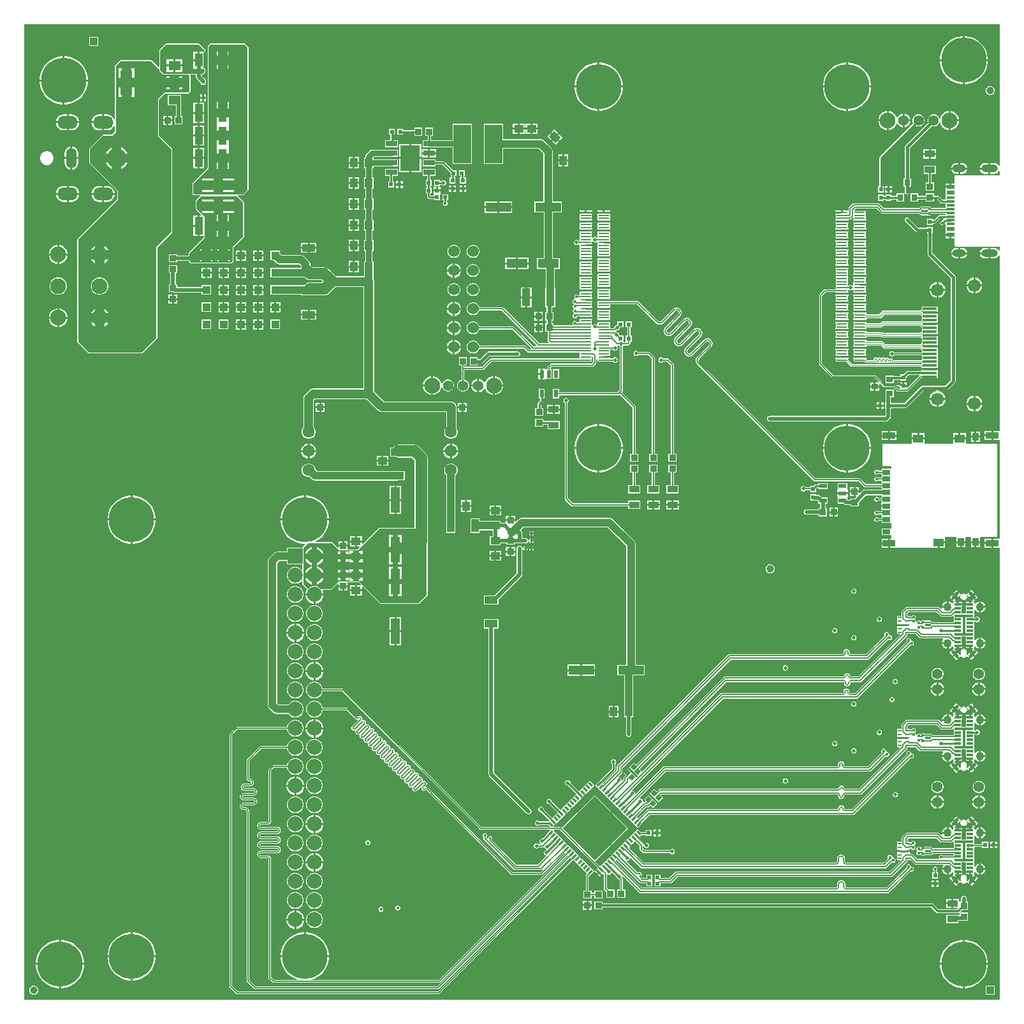
<source format=gbr>
%TF.GenerationSoftware,Altium Limited,Altium Designer,22.4.2 (48)*%
G04 Layer_Physical_Order=1*
G04 Layer_Color=255*
%FSLAX26Y26*%
%MOIN*%
%TF.SameCoordinates,0D1A2E3A-66A7-4FCB-BFB3-5B9149DA6B87*%
%TF.FilePolarity,Positive*%
%TF.FileFunction,Copper,L1,Top,Signal*%
%TF.Part,Single*%
G01*
G75*
%TA.AperFunction,Conductor*%
%ADD10C,0.006929*%
%ADD11C,0.005000*%
%ADD12C,0.004921*%
%ADD13C,0.007874*%
%TA.AperFunction,ConnectorPad*%
%ADD14R,0.043307X0.023622*%
%ADD15R,0.043307X0.011811*%
%TA.AperFunction,SMDPad,CuDef*%
%ADD16R,0.033465X0.011811*%
G04:AMPARAMS|DCode=17|XSize=19.685mil|YSize=40.551mil|CornerRadius=0mil|HoleSize=0mil|Usage=FLASHONLY|Rotation=220.000|XOffset=0mil|YOffset=0mil|HoleType=Round|Shape=Rectangle|*
%AMROTATEDRECTD17*
4,1,4,-0.005493,0.021859,0.020573,-0.009205,0.005493,-0.021859,-0.020573,0.009205,-0.005493,0.021859,0.0*
%
%ADD17ROTATEDRECTD17*%

G04:AMPARAMS|DCode=18|XSize=19.685mil|YSize=40.551mil|CornerRadius=0mil|HoleSize=0mil|Usage=FLASHONLY|Rotation=320.000|XOffset=0mil|YOffset=0mil|HoleType=Round|Shape=Rectangle|*
%AMROTATEDRECTD18*
4,1,4,-0.020573,-0.009205,0.005493,0.021859,0.020573,0.009205,-0.005493,-0.021859,-0.020573,-0.009205,0.0*
%
%ADD18ROTATEDRECTD18*%

%TA.AperFunction,BGAPad,CuDef*%
%ADD19C,0.013780*%
%TA.AperFunction,SMDPad,CuDef*%
%ADD20R,0.092520X0.200787*%
%ADD21R,0.011811X0.011811*%
%ADD22R,0.043307X0.023622*%
%ADD23R,0.031496X0.035433*%
%ADD24R,0.062992X0.129921*%
%ADD25R,0.062992X0.047244*%
%ADD26R,0.018701X0.007874*%
%ADD27R,0.017716X0.023228*%
%ADD28R,0.059055X0.031496*%
%ADD29R,0.102362X0.137795*%
%TA.AperFunction,BGAPad,CuDef*%
%ADD30R,0.041732X0.041732*%
%TA.AperFunction,SMDPad,CuDef*%
%ADD31R,0.023622X0.023622*%
G04:AMPARAMS|DCode=32|XSize=11.024mil|YSize=27.165mil|CornerRadius=0mil|HoleSize=0mil|Usage=FLASHONLY|Rotation=45.000|XOffset=0mil|YOffset=0mil|HoleType=Round|Shape=Rectangle|*
%AMROTATEDRECTD32*
4,1,4,0.005707,-0.013502,-0.013502,0.005707,-0.005707,0.013502,0.013502,-0.005707,0.005707,-0.013502,0.0*
%
%ADD32ROTATEDRECTD32*%

G04:AMPARAMS|DCode=33|XSize=11.024mil|YSize=27.165mil|CornerRadius=0mil|HoleSize=0mil|Usage=FLASHONLY|Rotation=315.000|XOffset=0mil|YOffset=0mil|HoleType=Round|Shape=Rectangle|*
%AMROTATEDRECTD33*
4,1,4,-0.013502,-0.005707,0.005707,0.013502,0.013502,0.005707,-0.005707,-0.013502,-0.013502,-0.005707,0.0*
%
%ADD33ROTATEDRECTD33*%

%ADD34P,0.334066X4X270.0*%
%ADD35R,0.145669X0.047244*%
%ADD36R,0.055118X0.035433*%
%ADD37R,0.074803X0.011811*%
%ADD38R,0.070866X0.039370*%
%ADD39R,0.133858X0.047244*%
%ADD40R,0.110236X0.047244*%
%ADD41R,0.056299X0.007874*%
%ADD42R,0.039370X0.049213*%
%ADD43R,0.035433X0.033465*%
%ADD44P,0.033407X4X270.0*%
%ADD45R,0.055118X0.044488*%
%ADD46R,0.033465X0.039370*%
%ADD47R,0.066929X0.035433*%
%ADD48R,0.039370X0.025591*%
%ADD49R,0.047244X0.133858*%
%ADD50R,0.049213X0.039370*%
%ADD51R,0.043307X0.094488*%
%ADD52R,0.033465X0.035433*%
%ADD53R,0.023622X0.023622*%
%ADD54R,0.035433X0.031496*%
%ADD55R,0.023622X0.043307*%
%ADD56R,0.039370X0.070866*%
G04:AMPARAMS|DCode=57|XSize=39.37mil|YSize=49.213mil|CornerRadius=0mil|HoleSize=0mil|Usage=FLASHONLY|Rotation=45.000|XOffset=0mil|YOffset=0mil|HoleType=Round|Shape=Rectangle|*
%AMROTATEDRECTD57*
4,1,4,0.003480,-0.031319,-0.031319,0.003480,-0.003480,0.031319,0.031319,-0.003480,0.003480,-0.031319,0.0*
%
%ADD57ROTATEDRECTD57*%

%TA.AperFunction,FiducialPad,Global*%
%ADD58C,0.039370*%
%ADD59R,0.039370X0.039370*%
%TA.AperFunction,Conductor*%
%ADD60C,0.019685*%
%ADD61C,0.015748*%
%ADD62C,0.047244*%
%ADD63C,0.059055*%
%ADD64C,0.039370*%
%ADD65C,0.010000*%
%ADD66C,0.011811*%
%ADD67C,0.005981*%
%ADD68C,0.029528*%
%TA.AperFunction,ComponentPad*%
%ADD69O,0.086614X0.039370*%
%ADD70O,0.070866X0.039370*%
%ADD71C,0.043307*%
%ADD72C,0.082677*%
%ADD73R,0.078740X0.078740*%
%ADD74C,0.078740*%
%ADD75C,0.055118*%
%ADD76O,0.106299X0.066929*%
%ADD77O,0.055118X0.106299*%
%ADD78C,0.102362*%
%ADD79C,0.062992*%
%ADD80C,0.236220*%
%ADD81C,0.066929*%
%ADD82C,0.060000*%
%TA.AperFunction,ViaPad*%
%ADD83C,0.027559*%
%ADD84C,0.019685*%
%ADD85C,0.015748*%
%ADD86C,0.013780*%
%ADD87C,0.017716*%
%ADD88C,0.039370*%
%ADD89C,0.050000*%
G36*
X6092167Y5354016D02*
X6087167Y5353021D01*
X6087065Y5353268D01*
X6082648Y5359025D01*
X6076891Y5363443D01*
X6070186Y5366220D01*
X6062992Y5367167D01*
X6044370D01*
Y5339370D01*
Y5311573D01*
X6062992D01*
X6070186Y5312520D01*
X6076891Y5315297D01*
X6082648Y5319715D01*
X6087065Y5325472D01*
X6087167Y5325718D01*
X6092167Y5324724D01*
Y5304261D01*
X5862205D01*
X5861422Y5303937D01*
X5858268D01*
Y5300783D01*
X5857943Y5300000D01*
Y5261811D01*
X5841614D01*
Y5244095D01*
X5836614D01*
Y5239095D01*
X5809055D01*
Y5226378D01*
X5811024D01*
Y5201850D01*
X5811024Y5196851D01*
X5811024D01*
Y5196850D01*
X5811024D01*
Y5176435D01*
X5797498D01*
X5797432Y5176501D01*
X5793453Y5178150D01*
X5793359D01*
X5777073Y5194435D01*
X5774117Y5196411D01*
X5770630Y5197104D01*
X5750000D01*
Y5208661D01*
X5706693D01*
Y5196120D01*
X5667323D01*
Y5208661D01*
X5627953D01*
Y5165354D01*
X5667323D01*
Y5177896D01*
X5706693D01*
Y5167323D01*
X5750000D01*
Y5178880D01*
X5766856D01*
X5780473Y5165263D01*
Y5165169D01*
X5782121Y5161190D01*
X5785167Y5158144D01*
X5789146Y5156496D01*
X5793453D01*
X5797432Y5158144D01*
X5797498Y5158211D01*
X5811024D01*
Y5142795D01*
X5811024Y5137796D01*
X5811024D01*
Y5137795D01*
X5811024D01*
Y5132586D01*
X5735236D01*
Y5141732D01*
X5715551D01*
Y5140932D01*
X5684926D01*
X5682038Y5140358D01*
X5679590Y5138722D01*
X5673454Y5132586D01*
X5487087D01*
X5463478Y5156194D01*
X5461030Y5157830D01*
X5458142Y5158405D01*
X5330079D01*
X5327191Y5157830D01*
X5324743Y5156194D01*
X5324742Y5156194D01*
X5304624Y5136076D01*
X5302989Y5133628D01*
X5302414Y5130740D01*
Y5124976D01*
X5302165Y5120079D01*
X5273111D01*
Y5110236D01*
X5268111D01*
Y5105236D01*
X5234055D01*
Y5100394D01*
X5236024D01*
Y5091614D01*
X5236024Y5086614D01*
X5236023D01*
Y5086614D01*
X5236024D01*
Y5072835D01*
X5234055D01*
Y5067992D01*
X5268111D01*
X5302165D01*
Y5072139D01*
X5311642D01*
X5314530Y5072713D01*
X5316978Y5074349D01*
X5324724Y5082095D01*
X5329724Y5080024D01*
Y5072835D01*
X5327756D01*
Y5067992D01*
X5361811D01*
X5395866D01*
Y5072835D01*
X5395866D01*
X5393898Y5074803D01*
X5393898Y5086614D01*
X5393898Y5091614D01*
Y5118110D01*
X5334350D01*
X5332602Y5123110D01*
X5338945Y5129453D01*
X5449276D01*
X5472884Y5105845D01*
X5475333Y5104209D01*
X5478221Y5103635D01*
X5673454D01*
X5679590Y5097498D01*
X5682038Y5095863D01*
X5684926Y5095288D01*
X5715551D01*
Y5094488D01*
X5735236D01*
Y5103635D01*
X5811024D01*
Y5098425D01*
X5806326Y5097695D01*
X5779528D01*
X5776040Y5097001D01*
X5773084Y5095026D01*
X5749095Y5071036D01*
X5744095Y5072309D01*
Y5076772D01*
X5712599D01*
Y5045276D01*
X5744095D01*
Y5051912D01*
X5751968D01*
X5755456Y5052605D01*
X5758412Y5054580D01*
X5783302Y5079471D01*
X5798403D01*
X5799920Y5074471D01*
X5799868Y5074435D01*
X5790839Y5065407D01*
X5789723D01*
X5785743Y5063759D01*
X5782698Y5060713D01*
X5781050Y5056734D01*
Y5052427D01*
X5782698Y5048448D01*
X5785743Y5045402D01*
X5789723Y5043754D01*
X5794030D01*
X5798009Y5045402D01*
X5801055Y5048448D01*
X5802046Y5050841D01*
X5806024Y5054819D01*
X5811024Y5052748D01*
Y5044370D01*
X5811024Y5039370D01*
X5811024D01*
Y5039370D01*
X5811024D01*
Y5009842D01*
X5809055D01*
Y4997126D01*
X5836614D01*
Y4992126D01*
X5841614D01*
Y4974409D01*
X5857943D01*
Y4936221D01*
X5858268Y4935437D01*
Y4932283D01*
X5861422D01*
X5862205Y4931959D01*
X6092167D01*
Y4911496D01*
X6087167Y4910502D01*
X6087065Y4910749D01*
X6082648Y4916506D01*
X6076891Y4920923D01*
X6070186Y4923700D01*
X6062992Y4924647D01*
X6044370D01*
Y4896850D01*
Y4869054D01*
X6062992D01*
X6070186Y4870001D01*
X6076891Y4872778D01*
X6082648Y4877195D01*
X6087065Y4882952D01*
X6087167Y4883199D01*
X6092167Y4882204D01*
Y3967638D01*
X6059492D01*
Y3944015D01*
Y3920394D01*
X6092167D01*
Y3404631D01*
X6059134D01*
Y3381009D01*
Y3357387D01*
X6092167D01*
Y994447D01*
X994447D01*
Y6092167D01*
X6092167D01*
Y5354016D01*
D02*
G37*
%LPC*%
G36*
X1381890Y6027559D02*
X1334646D01*
Y5980315D01*
X1381890D01*
Y6027559D01*
D02*
G37*
G36*
X1905512Y5992450D02*
X1736220D01*
X1733207Y5991202D01*
X1701711Y5959706D01*
X1700463Y5956693D01*
Y5871152D01*
X1695844Y5869238D01*
X1660494Y5904588D01*
X1657480Y5905836D01*
X1496063D01*
X1496063Y5905836D01*
X1493050Y5904588D01*
X1469428Y5880966D01*
X1468179Y5877953D01*
Y5598028D01*
X1463179Y5597033D01*
X1461306Y5601556D01*
X1454680Y5610192D01*
X1446044Y5616818D01*
X1435988Y5620983D01*
X1425197Y5622404D01*
X1410512D01*
Y5580709D01*
Y5539014D01*
X1425197D01*
X1435988Y5540434D01*
X1446044Y5544600D01*
X1454680Y5551226D01*
X1461306Y5559861D01*
X1463179Y5564384D01*
X1468179Y5563390D01*
Y5533261D01*
X1450991Y5516072D01*
X1405512D01*
X1402498Y5514824D01*
X1402498Y5514824D01*
X1335569Y5447895D01*
X1334321Y5444882D01*
Y5370079D01*
X1334321Y5370079D01*
X1335569Y5367065D01*
X1335570Y5367065D01*
X1437931Y5264703D01*
X1437932Y5264703D01*
X1479991Y5222644D01*
Y5178931D01*
X1272577Y4971517D01*
X1271329Y4968504D01*
Y4433071D01*
X1272577Y4430057D01*
X1272578Y4430057D01*
X1327695Y4374940D01*
X1330709Y4373691D01*
X1610236D01*
X1613249Y4374940D01*
X1688053Y4449743D01*
X1689301Y4452756D01*
Y4927369D01*
X1766793Y5004861D01*
X1768041Y5007874D01*
Y5440945D01*
X1766793Y5443958D01*
X1697175Y5513576D01*
X1697175Y5699022D01*
X1730112Y5731959D01*
X1850394D01*
X1853407Y5733207D01*
X1861281Y5741081D01*
X1862529Y5744095D01*
Y5822834D01*
X1862529Y5822835D01*
X1861473Y5825384D01*
X1863277Y5830384D01*
X1891462D01*
Y5817717D01*
X1892532Y5812340D01*
X1895577Y5807782D01*
X1916339Y5787021D01*
Y5777756D01*
X1941929D01*
Y5787654D01*
X1942114Y5787931D01*
X1943183Y5793307D01*
Y5794095D01*
X1942114Y5799471D01*
X1941929Y5799748D01*
Y5808858D01*
X1934239D01*
X1919561Y5823536D01*
Y5830384D01*
X1925196D01*
X1925197Y5830384D01*
X1928210Y5831632D01*
X1928210Y5831633D01*
X1940021Y5843443D01*
X1941269Y5846457D01*
Y5855829D01*
X1940937Y5856631D01*
X1940928Y5857500D01*
X1939117Y5861749D01*
X1938527Y5862328D01*
X1938210Y5863092D01*
X1937408Y5863424D01*
X1936787Y5864032D01*
X1935961Y5864024D01*
X1935197Y5864340D01*
X1933388Y5864340D01*
X1931320Y5865216D01*
X1929134Y5867999D01*
Y5943025D01*
X1931320Y5945808D01*
X1933388Y5946683D01*
X1935197Y5946684D01*
X1935961Y5947000D01*
X1936787Y5946992D01*
X1937408Y5947599D01*
X1938210Y5947932D01*
X1938527Y5948696D01*
X1939117Y5949274D01*
X1940928Y5953524D01*
X1940937Y5954392D01*
X1941269Y5955195D01*
Y5956693D01*
X1941269Y5956693D01*
X1940021Y5959706D01*
X1908525Y5991202D01*
X1905512Y5992450D01*
D02*
G37*
G36*
X5915427Y6031496D02*
X5910512D01*
Y5910512D01*
X6031496D01*
Y5915427D01*
X6028394Y5935013D01*
X6022266Y5953873D01*
X6013263Y5971542D01*
X6001607Y5987585D01*
X5987585Y6001607D01*
X5971542Y6013263D01*
X5953873Y6022266D01*
X5935013Y6028394D01*
X5915427Y6031496D01*
D02*
G37*
G36*
X5900512D02*
X5895597D01*
X5876010Y6028394D01*
X5857151Y6022266D01*
X5839482Y6013263D01*
X5823439Y6001607D01*
X5809416Y5987585D01*
X5797760Y5971542D01*
X5788758Y5953873D01*
X5782630Y5935013D01*
X5779528Y5915427D01*
Y5910512D01*
X5900512D01*
Y6031496D01*
D02*
G37*
G36*
X1209915Y5925984D02*
X1205000D01*
Y5805000D01*
X1325984D01*
Y5809915D01*
X1322882Y5829501D01*
X1316754Y5848361D01*
X1307751Y5866030D01*
X1296095Y5882073D01*
X1282073Y5896095D01*
X1266030Y5907751D01*
X1248361Y5916754D01*
X1229501Y5922882D01*
X1209915Y5925984D01*
D02*
G37*
G36*
X1195000D02*
X1190085D01*
X1170499Y5922882D01*
X1151639Y5916754D01*
X1133970Y5907751D01*
X1117927Y5896095D01*
X1103905Y5882073D01*
X1092249Y5866030D01*
X1083246Y5848361D01*
X1077118Y5829501D01*
X1074016Y5809915D01*
Y5805000D01*
X1195000D01*
Y5925984D01*
D02*
G37*
G36*
X6031496Y5900512D02*
X5910512D01*
Y5779528D01*
X5915427D01*
X5935013Y5782630D01*
X5953873Y5788758D01*
X5971542Y5797760D01*
X5987585Y5809416D01*
X6001607Y5823439D01*
X6013263Y5839482D01*
X6022266Y5857151D01*
X6028394Y5876010D01*
X6031496Y5895597D01*
Y5900512D01*
D02*
G37*
G36*
X5900512D02*
X5779528D01*
Y5895597D01*
X5782630Y5876010D01*
X5788758Y5857151D01*
X5797760Y5839482D01*
X5809416Y5823439D01*
X5823439Y5809416D01*
X5839482Y5797760D01*
X5857151Y5788758D01*
X5876010Y5782630D01*
X5895597Y5779528D01*
X5900512D01*
Y5900512D01*
D02*
G37*
G36*
X5305191Y5893701D02*
X5300275D01*
Y5772716D01*
X5421260D01*
Y5777632D01*
X5418158Y5797218D01*
X5412030Y5816078D01*
X5403027Y5833747D01*
X5391371Y5849790D01*
X5377349Y5863812D01*
X5361306Y5875468D01*
X5343637Y5884471D01*
X5324777Y5890599D01*
X5305191Y5893701D01*
D02*
G37*
G36*
X5290275D02*
X5285360D01*
X5265774Y5890599D01*
X5246914Y5884471D01*
X5229245Y5875468D01*
X5213202Y5863812D01*
X5199180Y5849790D01*
X5187524Y5833747D01*
X5178521Y5816078D01*
X5172394Y5797218D01*
X5169291Y5777632D01*
Y5772716D01*
X5290275D01*
Y5893701D01*
D02*
G37*
G36*
X4005978D02*
X4001063D01*
Y5772716D01*
X4122047D01*
Y5777632D01*
X4118945Y5797218D01*
X4112817Y5816078D01*
X4103814Y5833747D01*
X4092158Y5849790D01*
X4078136Y5863812D01*
X4062093Y5875468D01*
X4044424Y5884471D01*
X4025564Y5890599D01*
X4005978Y5893701D01*
D02*
G37*
G36*
X3991063D02*
X3986148D01*
X3966562Y5890599D01*
X3947702Y5884471D01*
X3930033Y5875468D01*
X3913990Y5863812D01*
X3899968Y5849790D01*
X3888312Y5833747D01*
X3879309Y5816078D01*
X3873181Y5797218D01*
X3870079Y5777632D01*
Y5772716D01*
X3991063D01*
Y5893701D01*
D02*
G37*
G36*
X6048006Y5771654D02*
X6038608D01*
X6029926Y5768057D01*
X6023281Y5761412D01*
X6019685Y5752730D01*
Y5743333D01*
X6023281Y5734651D01*
X6029926Y5728006D01*
X6038608Y5724409D01*
X6048006D01*
X6056688Y5728006D01*
X6063333Y5734651D01*
X6066929Y5743333D01*
Y5752730D01*
X6063333Y5761412D01*
X6056688Y5768057D01*
X6048006Y5771654D01*
D02*
G37*
G36*
X1943898Y5726181D02*
X1934134D01*
Y5713662D01*
X1943898D01*
Y5726181D01*
D02*
G37*
G36*
X1924134D02*
X1914370D01*
Y5713662D01*
X1924134D01*
Y5726181D01*
D02*
G37*
G36*
X1943898Y5703662D02*
X1934134D01*
Y5691142D01*
X1943898D01*
Y5703662D01*
D02*
G37*
G36*
X1924134D02*
X1914370D01*
Y5691142D01*
X1924134D01*
Y5703662D01*
D02*
G37*
G36*
X1325984Y5795000D02*
X1205000D01*
Y5674016D01*
X1209915D01*
X1229501Y5677118D01*
X1248361Y5683246D01*
X1266030Y5692249D01*
X1282073Y5703905D01*
X1296095Y5717927D01*
X1307751Y5733970D01*
X1316754Y5751639D01*
X1322882Y5770499D01*
X1325984Y5790085D01*
Y5795000D01*
D02*
G37*
G36*
X1195000D02*
X1074016D01*
Y5790085D01*
X1077118Y5770499D01*
X1083246Y5751639D01*
X1092249Y5733970D01*
X1103905Y5717927D01*
X1117927Y5703905D01*
X1133970Y5692249D01*
X1151639Y5683246D01*
X1170499Y5677118D01*
X1190085Y5674016D01*
X1195000D01*
Y5795000D01*
D02*
G37*
G36*
X5421260Y5762716D02*
X5300275D01*
Y5641732D01*
X5305191D01*
X5324777Y5644834D01*
X5343637Y5650962D01*
X5361306Y5659965D01*
X5377349Y5671621D01*
X5391371Y5685643D01*
X5403027Y5701686D01*
X5412030Y5719355D01*
X5418158Y5738215D01*
X5421260Y5757801D01*
Y5762716D01*
D02*
G37*
G36*
X5290275D02*
X5169291D01*
Y5757801D01*
X5172394Y5738215D01*
X5178521Y5719355D01*
X5187524Y5701686D01*
X5199180Y5685643D01*
X5213202Y5671621D01*
X5229245Y5659965D01*
X5246914Y5650962D01*
X5265774Y5644834D01*
X5285360Y5641732D01*
X5290275D01*
Y5762716D01*
D02*
G37*
G36*
X4122047Y5762716D02*
X4001063D01*
Y5641732D01*
X4005978D01*
X4025564Y5644834D01*
X4044424Y5650962D01*
X4062093Y5659965D01*
X4078136Y5671621D01*
X4092158Y5685643D01*
X4103814Y5701686D01*
X4112817Y5719355D01*
X4118945Y5738215D01*
X4122047Y5757801D01*
Y5762716D01*
D02*
G37*
G36*
X3991063D02*
X3870079D01*
Y5757801D01*
X3873181Y5738215D01*
X3879309Y5719355D01*
X3888312Y5701686D01*
X3899968Y5685643D01*
X3913990Y5671621D01*
X3930033Y5659965D01*
X3947702Y5650962D01*
X3966562Y5644834D01*
X3986148Y5641732D01*
X3991063D01*
Y5762716D01*
D02*
G37*
G36*
X1933071Y5683071D02*
X1910512D01*
Y5634921D01*
X1933071D01*
Y5683071D01*
D02*
G37*
G36*
X1900512D02*
X1877953D01*
Y5634921D01*
X1900512D01*
Y5683071D01*
D02*
G37*
G36*
X5825709Y5639764D02*
X5824230D01*
X5811713Y5636410D01*
X5800491Y5629931D01*
X5791329Y5620769D01*
X5784850Y5609547D01*
X5782788Y5601850D01*
X5777611Y5601850D01*
X5777381Y5602708D01*
X5773235Y5609890D01*
X5767370Y5615754D01*
X5760189Y5619901D01*
X5752178Y5622047D01*
X5743885D01*
X5735874Y5619901D01*
X5728693Y5615754D01*
X5722828Y5609890D01*
X5718682Y5602708D01*
X5716535Y5594698D01*
Y5586405D01*
X5718682Y5578394D01*
X5718741Y5578292D01*
X5601721Y5461271D01*
X5599110Y5457364D01*
X5598194Y5452756D01*
X5598194Y5452755D01*
Y5287402D01*
X5590551D01*
Y5244095D01*
X5597210D01*
Y5216535D01*
X5598126Y5211927D01*
X5600737Y5208020D01*
X5604644Y5205410D01*
X5609252Y5204493D01*
X5613860Y5205410D01*
X5617767Y5208020D01*
X5620378Y5211927D01*
X5621294Y5216535D01*
Y5244095D01*
X5629921D01*
Y5287402D01*
X5622279D01*
Y5447768D01*
X5735772Y5561261D01*
X5735874Y5561202D01*
X5743885Y5559055D01*
X5752178D01*
X5760189Y5561202D01*
X5767370Y5565348D01*
X5773235Y5571212D01*
X5777381Y5578394D01*
X5777611Y5579252D01*
X5782788Y5579252D01*
X5784850Y5571556D01*
X5791329Y5560334D01*
X5800491Y5551171D01*
X5811713Y5544692D01*
X5824230Y5541339D01*
X5825709D01*
Y5590551D01*
Y5639764D01*
D02*
G37*
G36*
X5837188D02*
X5835709D01*
Y5595551D01*
X5879921D01*
Y5597030D01*
X5876568Y5609547D01*
X5870088Y5620769D01*
X5860926Y5629931D01*
X5849704Y5636410D01*
X5837188Y5639764D01*
D02*
G37*
G36*
X5595551Y5625894D02*
Y5595551D01*
X5625894D01*
X5623569Y5604228D01*
X5618904Y5612307D01*
X5612307Y5618905D01*
X5604228Y5623569D01*
X5595551Y5625894D01*
D02*
G37*
G36*
X1765748Y5614173D02*
X1748110D01*
Y5595551D01*
X1765748D01*
Y5614173D01*
D02*
G37*
G36*
X1738110D02*
X1720472D01*
Y5595551D01*
X1738110D01*
Y5614173D01*
D02*
G37*
G36*
X5502874Y5639764D02*
X5501395D01*
X5488879Y5636410D01*
X5477657Y5629931D01*
X5468494Y5620769D01*
X5462015Y5609547D01*
X5458661Y5597030D01*
Y5595551D01*
X5502874D01*
Y5639764D01*
D02*
G37*
G36*
X1400512Y5622404D02*
X1385827D01*
X1375035Y5620983D01*
X1364979Y5616818D01*
X1356344Y5610192D01*
X1349718Y5601556D01*
X1345552Y5591500D01*
X1344790Y5585709D01*
X1400512D01*
Y5622404D01*
D02*
G37*
G36*
X1240158D02*
X1225472D01*
Y5585709D01*
X1281195D01*
X1280432Y5591500D01*
X1276267Y5601556D01*
X1269640Y5610192D01*
X1261005Y5616818D01*
X1250949Y5620983D01*
X1240158Y5622404D01*
D02*
G37*
G36*
X1215472D02*
X1200787D01*
X1189996Y5620983D01*
X1179940Y5616818D01*
X1171304Y5610192D01*
X1164678Y5601556D01*
X1160513Y5591500D01*
X1159750Y5585709D01*
X1215472D01*
Y5622404D01*
D02*
G37*
G36*
X1933071Y5624921D02*
X1910512D01*
Y5576772D01*
X1933071D01*
Y5624921D01*
D02*
G37*
G36*
X1900512D02*
X1877953D01*
Y5576772D01*
X1900512D01*
Y5624921D01*
D02*
G37*
G36*
X1814961Y5724409D02*
X1744095D01*
Y5669291D01*
X1786147D01*
Y5612205D01*
X1779527D01*
Y5568898D01*
X1820866D01*
Y5612205D01*
X1814246D01*
Y5669291D01*
X1814961D01*
Y5724409D01*
D02*
G37*
G36*
X1765748Y5585551D02*
X1748110D01*
Y5566929D01*
X1765748D01*
Y5585551D01*
D02*
G37*
G36*
X1738110D02*
X1720472D01*
Y5566929D01*
X1738110D01*
Y5585551D01*
D02*
G37*
G36*
X5673438Y5622047D02*
X5665145D01*
X5657134Y5619901D01*
X5649952Y5615754D01*
X5644088Y5609890D01*
X5639942Y5602708D01*
X5637795Y5594698D01*
Y5586405D01*
X5639942Y5578394D01*
X5641518Y5575664D01*
X5465998Y5400144D01*
X5464022Y5397188D01*
X5463329Y5393701D01*
Y5246063D01*
X5456693D01*
Y5214567D01*
X5488189D01*
Y5246063D01*
X5481553D01*
Y5389926D01*
X5654404Y5562778D01*
X5657134Y5561202D01*
X5665145Y5559055D01*
X5673438D01*
X5681448Y5561202D01*
X5688630Y5565348D01*
X5694494Y5571212D01*
X5698641Y5578394D01*
X5700787Y5586405D01*
Y5594698D01*
X5698641Y5602708D01*
X5694494Y5609890D01*
X5688630Y5615754D01*
X5681448Y5619901D01*
X5673438Y5622047D01*
D02*
G37*
G36*
X5625894Y5585551D02*
X5595551D01*
Y5555208D01*
X5604228Y5557533D01*
X5612307Y5562198D01*
X5618904Y5568795D01*
X5623569Y5576875D01*
X5625894Y5585551D01*
D02*
G37*
G36*
X5514353Y5639764D02*
X5512874D01*
Y5590551D01*
Y5541339D01*
X5514353D01*
X5526869Y5544692D01*
X5538091Y5551171D01*
X5547254Y5560334D01*
X5553733Y5571556D01*
X5554081Y5572854D01*
X5559446Y5573560D01*
X5562198Y5568795D01*
X5568795Y5562198D01*
X5576874Y5557533D01*
X5585551Y5555208D01*
Y5590551D01*
Y5625894D01*
X5576874Y5623569D01*
X5568795Y5618905D01*
X5562198Y5612307D01*
X5559446Y5607542D01*
X5554081Y5608249D01*
X5553733Y5609547D01*
X5547254Y5620769D01*
X5538091Y5629931D01*
X5526869Y5636410D01*
X5514353Y5639764D01*
D02*
G37*
G36*
X3609252Y5572835D02*
X3583740D01*
Y5552244D01*
X3609252D01*
Y5572835D01*
D02*
G37*
G36*
X3573740D02*
X3548228D01*
Y5552244D01*
X3573740D01*
Y5572835D01*
D02*
G37*
G36*
X3676181D02*
X3650669D01*
Y5552244D01*
X3676181D01*
Y5572835D01*
D02*
G37*
G36*
X3640669D02*
X3615157D01*
Y5552244D01*
X3640669D01*
Y5572835D01*
D02*
G37*
G36*
X5879921Y5585551D02*
X5835709D01*
Y5541339D01*
X5837188D01*
X5849704Y5544692D01*
X5860926Y5551171D01*
X5870088Y5560334D01*
X5876568Y5571556D01*
X5879921Y5584072D01*
Y5585551D01*
D02*
G37*
G36*
X5502874D02*
X5458661D01*
Y5584072D01*
X5462015Y5571556D01*
X5468494Y5560334D01*
X5477657Y5551171D01*
X5488879Y5544692D01*
X5501395Y5541339D01*
X5502874D01*
Y5585551D01*
D02*
G37*
G36*
X3074803Y5553150D02*
X3033465D01*
Y5540608D01*
X2974409D01*
Y5547244D01*
X2942913D01*
Y5515748D01*
X2974409D01*
Y5522384D01*
X3033465D01*
Y5509843D01*
X3074803D01*
Y5553150D01*
D02*
G37*
G36*
X1400512Y5575709D02*
X1344790D01*
X1345552Y5569917D01*
X1349718Y5559861D01*
X1356344Y5551226D01*
X1364979Y5544600D01*
X1375035Y5540434D01*
X1385827Y5539014D01*
X1400512D01*
Y5575709D01*
D02*
G37*
G36*
X1281195Y5575709D02*
X1225472D01*
Y5539014D01*
X1240158D01*
X1250949Y5540434D01*
X1261005Y5544600D01*
X1269640Y5551226D01*
X1276267Y5559861D01*
X1280432Y5569917D01*
X1281195Y5575709D01*
D02*
G37*
G36*
X1215472D02*
X1159750D01*
X1160513Y5569917D01*
X1164678Y5559861D01*
X1171304Y5551226D01*
X1179940Y5544600D01*
X1189996Y5540434D01*
X1200787Y5539014D01*
X1215472D01*
Y5575709D01*
D02*
G37*
G36*
X3676181Y5542244D02*
X3650669D01*
Y5521654D01*
X3676181D01*
Y5542244D01*
D02*
G37*
G36*
X3640669D02*
X3615157D01*
Y5521654D01*
X3640669D01*
Y5542244D01*
D02*
G37*
G36*
X3609252Y5542244D02*
X3583740D01*
Y5521654D01*
X3609252D01*
Y5542244D01*
D02*
G37*
G36*
X3573740D02*
X3548228D01*
Y5521654D01*
X3573740D01*
Y5542244D01*
D02*
G37*
G36*
X1933071Y5564961D02*
X1910512D01*
Y5516811D01*
X1933071D01*
Y5564961D01*
D02*
G37*
G36*
X1900512D02*
X1877953D01*
Y5516811D01*
X1900512D01*
Y5564961D01*
D02*
G37*
G36*
X3764517Y5543887D02*
X3749957Y5529328D01*
X3767996Y5511288D01*
X3782556Y5525848D01*
X3764517Y5543887D01*
D02*
G37*
G36*
X3742886Y5522256D02*
X3728326Y5507697D01*
X3746366Y5489657D01*
X3760925Y5504217D01*
X3742886Y5522256D01*
D02*
G37*
G36*
X3334646Y5572835D02*
X3234252D01*
Y5487768D01*
X3143701D01*
Y5488386D01*
X3120333D01*
Y5509843D01*
X3131890D01*
Y5553150D01*
X3090551D01*
Y5509843D01*
X3102108D01*
Y5488386D01*
X3076772D01*
Y5449016D01*
X3143701D01*
Y5449634D01*
X3234252D01*
Y5364173D01*
X3334646D01*
Y5572835D01*
D02*
G37*
G36*
X3789627Y5518777D02*
X3775067Y5504217D01*
X3793107Y5486177D01*
X3807667Y5500737D01*
X3789627Y5518777D01*
D02*
G37*
G36*
X3767996Y5497146D02*
X3753437Y5482586D01*
X3771476Y5464547D01*
X3786036Y5479106D01*
X3767996Y5497146D01*
D02*
G37*
G36*
X1933071Y5506811D02*
X1910512D01*
Y5458661D01*
X1933071D01*
Y5506811D01*
D02*
G37*
G36*
X1900512D02*
X1877953D01*
Y5458661D01*
X1900512D01*
Y5506811D01*
D02*
G37*
G36*
X2931102Y5547244D02*
X2899606D01*
Y5515748D01*
X2906242D01*
Y5488386D01*
X2879921D01*
Y5449016D01*
X2946850D01*
Y5488386D01*
X2924466D01*
Y5515748D01*
X2931102D01*
Y5547244D01*
D02*
G37*
G36*
X3145669Y5440354D02*
X3115236D01*
Y5423701D01*
X3145669D01*
Y5440354D01*
D02*
G37*
G36*
X3105236D02*
X3074803D01*
Y5423701D01*
X3105236D01*
Y5440354D01*
D02*
G37*
G36*
X5761811Y5438976D02*
X5733346D01*
Y5420355D01*
X5761811D01*
Y5438976D01*
D02*
G37*
G36*
X5723346D02*
X5694882D01*
Y5420355D01*
X5723346D01*
Y5438976D01*
D02*
G37*
G36*
X2946850Y5438386D02*
X2879921D01*
Y5437768D01*
X2812573D01*
X2805276Y5436317D01*
X2799090Y5432183D01*
X2781793Y5414886D01*
X2777660Y5408701D01*
X2776208Y5401404D01*
Y5398608D01*
X2771654D01*
Y5341522D01*
X2776208D01*
Y5292309D01*
X2771654D01*
Y5235223D01*
X2776208D01*
Y5182073D01*
X2771654D01*
Y5124987D01*
X2776208D01*
Y5071837D01*
X2771654D01*
Y5014751D01*
X2776208D01*
Y4965538D01*
X2771654D01*
Y4908452D01*
X2776208D01*
Y4855302D01*
X2771654D01*
Y4829086D01*
X2771191Y4826759D01*
Y4775828D01*
X2622906D01*
X2585497Y4813237D01*
X2578507Y4818601D01*
X2570366Y4821973D01*
X2561630Y4823123D01*
X2504125D01*
X2497192Y4828444D01*
X2489051Y4831816D01*
X2488652Y4831868D01*
Y4839142D01*
X2486818Y4848359D01*
X2481597Y4856173D01*
X2458535Y4879235D01*
X2450721Y4884456D01*
X2441505Y4886289D01*
X2339110D01*
X2331102Y4894297D01*
Y4909842D01*
X2281496D01*
Y4860236D01*
X2297041D01*
X2312103Y4845174D01*
X2319917Y4839953D01*
X2329134Y4838120D01*
X2431528D01*
X2440482Y4829166D01*
Y4818967D01*
X2331102D01*
Y4819685D01*
X2281496D01*
Y4770079D01*
X2331102D01*
Y4770797D01*
X2457059D01*
X2462353Y4765503D01*
X2469344Y4760139D01*
X2477485Y4756767D01*
X2486220Y4755617D01*
X2547649D01*
X2554266Y4749000D01*
X2549649Y4744383D01*
X2486220D01*
X2477484Y4743233D01*
X2469344Y4739861D01*
X2462353Y4734497D01*
X2457989Y4728809D01*
X2331102D01*
Y4729528D01*
X2281496D01*
Y4679921D01*
X2331102D01*
Y4680640D01*
X2440945D01*
Y4677165D01*
X2462240D01*
X2464567Y4676703D01*
X2480315D01*
X2482642Y4677165D01*
X2484027D01*
X2486220Y4676877D01*
X2563630D01*
X2572366Y4678027D01*
X2580507Y4681399D01*
X2587497Y4686763D01*
X2620969Y4720235D01*
X2767479D01*
Y4189214D01*
X2503378D01*
X2496183Y4188267D01*
X2489479Y4185490D01*
X2483722Y4181073D01*
X2460660Y4158010D01*
X2456242Y4152253D01*
X2453465Y4145549D01*
X2452518Y4138355D01*
Y4093504D01*
X2452907Y4090551D01*
X2452518Y4087599D01*
Y3984518D01*
X2451962Y3983961D01*
X2447297Y3975881D01*
X2444882Y3966869D01*
Y3957540D01*
X2447297Y3948528D01*
X2451962Y3940448D01*
X2458559Y3933851D01*
X2466638Y3929186D01*
X2475650Y3926772D01*
X2484980D01*
X2493992Y3929186D01*
X2502071Y3933851D01*
X2508668Y3940448D01*
X2513333Y3948528D01*
X2515748Y3957540D01*
Y3966869D01*
X2513333Y3975881D01*
X2508668Y3983961D01*
X2508112Y3984518D01*
Y4087599D01*
X2507723Y4090551D01*
X2508112Y4093504D01*
Y4126841D01*
X2514891Y4133620D01*
X2783762D01*
X2843534Y4073849D01*
X2849291Y4069431D01*
X2855995Y4066654D01*
X2863189Y4065707D01*
X3199565D01*
Y3987470D01*
X3196056Y3983961D01*
X3191391Y3975881D01*
X3188976Y3966869D01*
Y3957540D01*
X3191391Y3948528D01*
X3196056Y3940448D01*
X3202653Y3933851D01*
X3210733Y3929186D01*
X3219745Y3926772D01*
X3229074D01*
X3238086Y3929186D01*
X3246166Y3933851D01*
X3252763Y3940448D01*
X3257428Y3948528D01*
X3259842Y3957540D01*
Y3966869D01*
X3257428Y3975881D01*
X3255159Y3979811D01*
Y4090551D01*
X3254212Y4097745D01*
X3251435Y4104450D01*
X3248032Y4108885D01*
Y4112205D01*
X3244797D01*
X3244065Y4113159D01*
X3238308Y4117577D01*
X3231604Y4120354D01*
X3224409Y4121301D01*
X2874703D01*
X2823072Y4172931D01*
Y4748032D01*
X2822125Y4755226D01*
X2819360Y4761901D01*
Y4826759D01*
X2818898Y4829086D01*
Y4855302D01*
X2814343D01*
Y4908452D01*
X2818898D01*
Y4965538D01*
X2814343D01*
Y5014751D01*
X2818898D01*
Y5071837D01*
X2814343D01*
Y5124987D01*
X2818898D01*
Y5182073D01*
X2814343D01*
Y5235223D01*
X2818898D01*
Y5292309D01*
X2814343D01*
Y5341522D01*
X2818898D01*
Y5350316D01*
X2879921D01*
Y5349016D01*
X2946850D01*
Y5388386D01*
X2913027D01*
X2912704Y5388450D01*
X2818898D01*
Y5398061D01*
X2820470Y5399634D01*
X2879921D01*
Y5399016D01*
X2946850D01*
Y5438386D01*
D02*
G37*
G36*
X1933071Y5446850D02*
X1910512D01*
Y5398701D01*
X1933071D01*
Y5446850D01*
D02*
G37*
G36*
X1245158Y5454372D02*
Y5398701D01*
X1275896D01*
Y5419291D01*
X1274678Y5428541D01*
X1271108Y5437161D01*
X1265429Y5444562D01*
X1258027Y5450242D01*
X1249407Y5453812D01*
X1245158Y5454372D01*
D02*
G37*
G36*
X3068898Y5468504D02*
X3016811D01*
Y5398701D01*
X3068898D01*
Y5468504D01*
D02*
G37*
G36*
X3006811D02*
X2954724D01*
Y5398701D01*
X3006811D01*
Y5468504D01*
D02*
G37*
G36*
X1235158Y5454372D02*
X1230908Y5453812D01*
X1222288Y5450242D01*
X1214886Y5444562D01*
X1209207Y5437161D01*
X1205637Y5428541D01*
X1204419Y5419291D01*
Y5398701D01*
X1235158D01*
Y5454372D01*
D02*
G37*
G36*
X1900512Y5446850D02*
X1877953D01*
Y5398701D01*
X1900512D01*
Y5446850D01*
D02*
G37*
G36*
X3145669Y5413701D02*
X3115236D01*
Y5397047D01*
X3145669D01*
Y5413701D01*
D02*
G37*
G36*
X3105236D02*
X3074803D01*
Y5397047D01*
X3105236D01*
Y5413701D01*
D02*
G37*
G36*
X5761811Y5410355D02*
X5733346D01*
Y5391732D01*
X5761811D01*
Y5410355D01*
D02*
G37*
G36*
X5723346D02*
X5694882D01*
Y5391732D01*
X5723346D01*
Y5410355D01*
D02*
G37*
G36*
X3836614Y5412402D02*
X3816024D01*
Y5386890D01*
X3836614D01*
Y5412402D01*
D02*
G37*
G36*
X3806024D02*
X3785433D01*
Y5386890D01*
X3806024D01*
Y5412402D01*
D02*
G37*
G36*
X2742126Y5400577D02*
X2721535D01*
Y5375065D01*
X2742126D01*
Y5400577D01*
D02*
G37*
G36*
X2711535D02*
X2690945D01*
Y5375065D01*
X2711535D01*
Y5400577D01*
D02*
G37*
G36*
X1116870Y5429134D02*
X1107540D01*
X1098528Y5426719D01*
X1090448Y5422054D01*
X1083851Y5415457D01*
X1079186Y5407377D01*
X1076772Y5398366D01*
Y5389036D01*
X1079186Y5380024D01*
X1083851Y5371944D01*
X1090448Y5365347D01*
X1098528Y5360682D01*
X1107540Y5358268D01*
X1116870D01*
X1125881Y5360682D01*
X1133961Y5365347D01*
X1140558Y5371944D01*
X1145223Y5380024D01*
X1147638Y5389036D01*
Y5398366D01*
X1145223Y5407377D01*
X1140558Y5415457D01*
X1133961Y5422054D01*
X1125881Y5426719D01*
X1116870Y5429134D01*
D02*
G37*
G36*
X3836614Y5376890D02*
X3816024D01*
Y5351378D01*
X3836614D01*
Y5376890D01*
D02*
G37*
G36*
X3806024D02*
X3785433D01*
Y5351378D01*
X3806024D01*
Y5376890D01*
D02*
G37*
G36*
X6034370Y5367167D02*
X6015748D01*
X6008554Y5366220D01*
X6001850Y5363443D01*
X5996093Y5359025D01*
X5991675Y5353268D01*
X5988898Y5346564D01*
X5988609Y5344370D01*
X6034370D01*
Y5367167D01*
D02*
G37*
G36*
X5897638D02*
X5886890D01*
Y5344370D01*
X5924776D01*
X5924487Y5346564D01*
X5921711Y5353268D01*
X5917293Y5359025D01*
X5911536Y5363443D01*
X5904832Y5366220D01*
X5897638Y5367167D01*
D02*
G37*
G36*
X5876890D02*
X5866142D01*
X5858948Y5366220D01*
X5852243Y5363443D01*
X5846486Y5359025D01*
X5842069Y5353268D01*
X5839292Y5346564D01*
X5839003Y5344370D01*
X5876890D01*
Y5367167D01*
D02*
G37*
G36*
X1933071Y5388701D02*
X1910512D01*
Y5340551D01*
X1933071D01*
Y5388701D01*
D02*
G37*
G36*
X1900512D02*
X1877953D01*
Y5340551D01*
X1900512D01*
Y5388701D01*
D02*
G37*
G36*
X2742126Y5365065D02*
X2721535D01*
Y5339553D01*
X2742126D01*
Y5365065D01*
D02*
G37*
G36*
X2711535D02*
X2690945D01*
Y5339553D01*
X2711535D01*
Y5365065D01*
D02*
G37*
G36*
X1275896Y5388701D02*
X1245158D01*
Y5333030D01*
X1249407Y5333589D01*
X1258027Y5337160D01*
X1265429Y5342839D01*
X1271108Y5350241D01*
X1274678Y5358860D01*
X1275896Y5368110D01*
Y5388701D01*
D02*
G37*
G36*
X1235158D02*
X1204419D01*
Y5368110D01*
X1205637Y5358860D01*
X1209207Y5350241D01*
X1214886Y5342839D01*
X1222288Y5337160D01*
X1230908Y5333589D01*
X1235158Y5333030D01*
Y5388701D01*
D02*
G37*
G36*
X3068898D02*
X3016811D01*
Y5318898D01*
X3068898D01*
Y5388701D01*
D02*
G37*
G36*
X3006811D02*
X2954724D01*
Y5318898D01*
X3006811D01*
Y5388701D01*
D02*
G37*
G36*
X6034370Y5334370D02*
X5988609D01*
X5988898Y5332176D01*
X5991675Y5325472D01*
X5996093Y5319715D01*
X6001850Y5315297D01*
X6008554Y5312520D01*
X6015748Y5311573D01*
X6034370D01*
Y5334370D01*
D02*
G37*
G36*
X5924776Y5334370D02*
X5886890D01*
Y5311573D01*
X5897638D01*
X5904832Y5312520D01*
X5911536Y5315297D01*
X5917293Y5319715D01*
X5921711Y5325472D01*
X5924487Y5332176D01*
X5924776Y5334370D01*
D02*
G37*
G36*
X5876890D02*
X5839003D01*
X5839292Y5332176D01*
X5842069Y5325472D01*
X5846486Y5319715D01*
X5852243Y5315297D01*
X5858948Y5312520D01*
X5866142Y5311573D01*
X5876890D01*
Y5334370D01*
D02*
G37*
G36*
X2742126Y5294278D02*
X2721535D01*
Y5268766D01*
X2742126D01*
Y5294278D01*
D02*
G37*
G36*
X2711535D02*
X2690945D01*
Y5268766D01*
X2711535D01*
Y5294278D01*
D02*
G37*
G36*
X3297244Y5330709D02*
X3265748D01*
Y5299213D01*
X3275337D01*
Y5293307D01*
X3271654D01*
Y5261811D01*
X3303150D01*
Y5293307D01*
X3293561D01*
Y5299213D01*
X3297244D01*
Y5330709D01*
D02*
G37*
G36*
X3143701Y5388386D02*
X3076772D01*
Y5349016D01*
X3143701D01*
Y5359589D01*
X3180675D01*
X3222441Y5317822D01*
Y5299213D01*
X3226124D01*
Y5293307D01*
X3216535D01*
Y5261811D01*
X3248032D01*
Y5293307D01*
X3244348D01*
Y5299213D01*
X3253937D01*
Y5330709D01*
X3235327D01*
X3190892Y5375144D01*
X3187936Y5377119D01*
X3184449Y5377813D01*
X3143701D01*
Y5388386D01*
D02*
G37*
G36*
X2972441Y5273622D02*
X2959724D01*
Y5260905D01*
X2972441D01*
Y5273622D01*
D02*
G37*
G36*
X2949724D02*
X2937008D01*
Y5260905D01*
X2949724D01*
Y5273622D01*
D02*
G37*
G36*
X3167323Y5279528D02*
X3135827D01*
Y5248032D01*
X3167323D01*
Y5254667D01*
X3174664D01*
X3177234Y5252098D01*
X3182298Y5250000D01*
X3187780D01*
X3192845Y5252098D01*
X3196721Y5255974D01*
X3198819Y5261039D01*
Y5266520D01*
X3196721Y5271585D01*
X3192845Y5275461D01*
X3187780Y5277559D01*
X3182298D01*
X3177234Y5275461D01*
X3174664Y5272892D01*
X3167323D01*
Y5279528D01*
D02*
G37*
G36*
X5831614Y5261811D02*
X5809055D01*
Y5249095D01*
X5831614D01*
Y5261811D01*
D02*
G37*
G36*
X2946850Y5338386D02*
X2879921D01*
Y5299016D01*
X2902305D01*
Y5271654D01*
X2895669D01*
Y5240158D01*
X2927165D01*
Y5271654D01*
X2920530D01*
Y5299016D01*
X2946850D01*
Y5338386D01*
D02*
G37*
G36*
X3250000Y5251968D02*
X3237284D01*
Y5239252D01*
X3250000D01*
Y5251968D01*
D02*
G37*
G36*
X3227284D02*
X3214567D01*
Y5239252D01*
X3227284D01*
Y5251968D01*
D02*
G37*
G36*
X3305118D02*
X3292402D01*
Y5239252D01*
X3305118D01*
Y5251968D01*
D02*
G37*
G36*
X3282402D02*
X3269685D01*
Y5239252D01*
X3282402D01*
Y5251968D01*
D02*
G37*
G36*
X2972441Y5250905D02*
X2959724D01*
Y5238189D01*
X2972441D01*
Y5250905D01*
D02*
G37*
G36*
X2949724D02*
X2937008D01*
Y5238189D01*
X2949724D01*
Y5250905D01*
D02*
G37*
G36*
X5529528Y5248031D02*
X5516811D01*
Y5235315D01*
X5529528D01*
Y5248031D01*
D02*
G37*
G36*
X5506811D02*
X5494095D01*
Y5235315D01*
X5506811D01*
Y5248031D01*
D02*
G37*
G36*
X2742126Y5258766D02*
X2721535D01*
Y5233254D01*
X2742126D01*
Y5258766D01*
D02*
G37*
G36*
X2711535D02*
X2690945D01*
Y5233254D01*
X2711535D01*
Y5258766D01*
D02*
G37*
G36*
X3169291Y5242126D02*
X3156575D01*
Y5229410D01*
X3169291D01*
Y5242126D01*
D02*
G37*
G36*
X3146575D02*
X3133858D01*
Y5229410D01*
X3146575D01*
Y5242126D01*
D02*
G37*
G36*
X5759842Y5354331D02*
X5696850D01*
Y5311024D01*
X5719234D01*
Y5265748D01*
X5706693D01*
Y5224409D01*
X5750000D01*
Y5265748D01*
X5737459D01*
Y5311024D01*
X5759842D01*
Y5354331D01*
D02*
G37*
G36*
X3305118Y5229252D02*
X3292402D01*
Y5216535D01*
X3305118D01*
Y5229252D01*
D02*
G37*
G36*
X3282402D02*
X3269685D01*
Y5216535D01*
X3282402D01*
Y5229252D01*
D02*
G37*
G36*
X3250000Y5229252D02*
X3237284D01*
Y5216535D01*
X3250000D01*
Y5229252D01*
D02*
G37*
G36*
X3227284D02*
X3214567D01*
Y5216535D01*
X3227284D01*
Y5229252D01*
D02*
G37*
G36*
X5529528Y5225315D02*
X5516811D01*
Y5212598D01*
X5529528D01*
Y5225315D01*
D02*
G37*
G36*
X5506811D02*
X5494095D01*
Y5212598D01*
X5506811D01*
Y5225315D01*
D02*
G37*
G36*
X1240158Y5248388D02*
X1225472D01*
Y5211693D01*
X1281195D01*
X1280432Y5217484D01*
X1276267Y5227541D01*
X1269640Y5236176D01*
X1261005Y5242802D01*
X1250949Y5246967D01*
X1240158Y5248388D01*
D02*
G37*
G36*
X1215472D02*
X1200787D01*
X1189996Y5246967D01*
X1179940Y5242802D01*
X1171304Y5236176D01*
X1164678Y5227541D01*
X1160513Y5217484D01*
X1159750Y5211693D01*
X1215472D01*
Y5248388D01*
D02*
G37*
G36*
X1425197D02*
X1410512D01*
Y5211693D01*
X1466234D01*
X1465471Y5217484D01*
X1461306Y5227541D01*
X1454680Y5236176D01*
X1446044Y5242802D01*
X1435988Y5246967D01*
X1425197Y5248388D01*
D02*
G37*
G36*
X1400512D02*
X1385827D01*
X1375035Y5246967D01*
X1364979Y5242802D01*
X1356344Y5236176D01*
X1349718Y5227541D01*
X1345552Y5217484D01*
X1344790Y5211693D01*
X1400512D01*
Y5248388D01*
D02*
G37*
G36*
X1968504Y5992451D02*
X1965490Y5991202D01*
Y5991202D01*
X1953680Y5979391D01*
X1952431Y5976378D01*
Y5854331D01*
Y5340348D01*
X1874939Y5262856D01*
X1873691Y5259843D01*
Y5208662D01*
X1873691Y5208661D01*
X1874939Y5205648D01*
X1874940Y5205648D01*
X1878877Y5201711D01*
X1881890Y5200463D01*
X1912313D01*
X1913562Y5197624D01*
X1913846Y5195463D01*
X1890688Y5172305D01*
X1889439Y5169291D01*
Y5129922D01*
X1889439Y5129921D01*
X1890687Y5126908D01*
X1890688Y5126908D01*
X1920456Y5097139D01*
X1918543Y5092520D01*
X1910512D01*
Y5039370D01*
Y4986221D01*
X1933071D01*
X1933731Y4981494D01*
Y4979127D01*
X1855254Y4900651D01*
X1854006Y4897638D01*
Y4885113D01*
X1793307D01*
Y4891732D01*
X1750000D01*
Y4850394D01*
X1793307D01*
Y4857014D01*
X1854006D01*
Y4854331D01*
X1855254Y4851317D01*
X1863128Y4843443D01*
X1866142Y4842195D01*
X2074803D01*
X2077816Y4843443D01*
X2085691Y4851317D01*
X2086939Y4854331D01*
Y4927369D01*
X2140809Y4981239D01*
X2142057Y4984252D01*
Y5161417D01*
X2140809Y5164431D01*
X2109776Y5195463D01*
X2110060Y5197624D01*
X2111309Y5200463D01*
X2137795D01*
X2137795Y5200463D01*
X2140809Y5201711D01*
X2140809Y5201712D01*
X2164431Y5225333D01*
X2165679Y5228346D01*
Y5972440D01*
X2165679Y5972441D01*
X2164431Y5975454D01*
X2164430Y5975454D01*
X2148682Y5991202D01*
X2145669Y5992450D01*
X1968504Y5992450D01*
X1968504Y5992451D01*
D02*
G37*
G36*
X5592520Y5208661D02*
X5553150D01*
Y5196120D01*
X5527559D01*
Y5202756D01*
X5496063D01*
Y5196120D01*
X5488189D01*
Y5202756D01*
X5456693D01*
Y5171260D01*
X5488189D01*
Y5177896D01*
X5496063D01*
Y5171260D01*
X5527559D01*
Y5177896D01*
X5553150D01*
Y5165354D01*
X5592520D01*
Y5208661D01*
D02*
G37*
G36*
X3143701Y5338386D02*
X3076772D01*
Y5299016D01*
X3099156D01*
Y5279528D01*
X3092520D01*
Y5248032D01*
X3099156D01*
Y5240157D01*
X3092520D01*
Y5208661D01*
X3099156D01*
Y5194882D01*
X3099849Y5191395D01*
X3101825Y5188439D01*
X3107730Y5182533D01*
X3110686Y5180558D01*
X3114173Y5179864D01*
X3135827D01*
Y5173228D01*
X3167323D01*
Y5202508D01*
X3169291Y5206693D01*
X3169291Y5208909D01*
Y5219410D01*
X3151575D01*
X3133858D01*
Y5206693D01*
X3135554Y5203088D01*
X3134632Y5200429D01*
X3132291Y5198088D01*
X3117948D01*
X3117380Y5198656D01*
Y5208661D01*
X3124016D01*
Y5240157D01*
X3117380D01*
Y5248032D01*
X3124016D01*
Y5279528D01*
X3117380D01*
Y5299016D01*
X3143701D01*
Y5338386D01*
D02*
G37*
G36*
X1466234Y5201693D02*
X1410512D01*
Y5164998D01*
X1425197D01*
X1435988Y5166418D01*
X1446044Y5170584D01*
X1454680Y5177210D01*
X1461306Y5185845D01*
X1465471Y5195901D01*
X1466234Y5201693D01*
D02*
G37*
G36*
X1400512D02*
X1344790D01*
X1345552Y5195901D01*
X1349718Y5185845D01*
X1356344Y5177210D01*
X1364979Y5170584D01*
X1375035Y5166418D01*
X1385827Y5164998D01*
X1400512D01*
Y5201693D01*
D02*
G37*
G36*
X1281195Y5201693D02*
X1225472D01*
Y5164998D01*
X1240158D01*
X1250949Y5166418D01*
X1261005Y5170584D01*
X1269640Y5177210D01*
X1276267Y5185845D01*
X1280432Y5195901D01*
X1281195Y5201693D01*
D02*
G37*
G36*
X1215472D02*
X1159750D01*
X1160513Y5195901D01*
X1164678Y5185845D01*
X1171304Y5177210D01*
X1179940Y5170584D01*
X1189996Y5166418D01*
X1200787Y5164998D01*
X1215472D01*
Y5201693D01*
D02*
G37*
G36*
X2742126Y5184042D02*
X2721535D01*
Y5158530D01*
X2742126D01*
Y5184042D01*
D02*
G37*
G36*
X2711535D02*
X2690945D01*
Y5158530D01*
X2711535D01*
Y5184042D01*
D02*
G37*
G36*
X3210630Y5204724D02*
X3179134D01*
Y5173228D01*
X3185829D01*
Y5166924D01*
X3184153Y5165248D01*
X3182205Y5160545D01*
Y5155455D01*
X3184153Y5150752D01*
X3187752Y5147153D01*
X3192455Y5145205D01*
X3197545D01*
X3202248Y5147153D01*
X3205847Y5150752D01*
X3207795Y5155455D01*
Y5160545D01*
X3205847Y5165248D01*
X3204053Y5167042D01*
Y5173228D01*
X3210630D01*
Y5204724D01*
D02*
G37*
G36*
X3545276Y5167323D02*
X3477441D01*
Y5142795D01*
X3545276D01*
Y5167323D01*
D02*
G37*
G36*
X3467441D02*
X3399606D01*
Y5142795D01*
X3467441D01*
Y5167323D01*
D02*
G37*
G36*
X2742126Y5148530D02*
X2721535D01*
Y5123018D01*
X2742126D01*
Y5148530D01*
D02*
G37*
G36*
X2711535D02*
X2690945D01*
Y5123018D01*
X2711535D01*
Y5148530D01*
D02*
G37*
G36*
X3963583Y5120079D02*
X3934528D01*
Y5115236D01*
X3963583D01*
Y5120079D01*
D02*
G37*
G36*
X4057284D02*
X4028228D01*
Y5115236D01*
X4057284D01*
Y5120079D01*
D02*
G37*
G36*
X4018228D02*
X3989173D01*
Y5115236D01*
X4018228D01*
Y5120079D01*
D02*
G37*
G36*
X3924528D02*
X3895472D01*
Y5115236D01*
X3924528D01*
Y5120079D01*
D02*
G37*
G36*
X5263111D02*
X5234055D01*
Y5115236D01*
X5263111D01*
Y5120079D01*
D02*
G37*
G36*
X3545276Y5132795D02*
X3477441D01*
Y5108268D01*
X3545276D01*
Y5132795D01*
D02*
G37*
G36*
X3467441D02*
X3399606D01*
Y5108268D01*
X3467441D01*
Y5132795D01*
D02*
G37*
G36*
X4057284Y5105236D02*
X4023228D01*
X3989173D01*
Y5100394D01*
X3989173D01*
X3991142Y5098425D01*
X3991142Y5086614D01*
X3991142Y5081614D01*
Y5072835D01*
X3989173D01*
Y5067992D01*
X4023228D01*
X4057284D01*
Y5072835D01*
X4057284D01*
X4055315Y5074803D01*
X4055315Y5086614D01*
X4055315Y5091614D01*
Y5100394D01*
X4057284D01*
Y5105236D01*
D02*
G37*
G36*
X3963583D02*
X3929528D01*
X3895472D01*
Y5100394D01*
X3895472D01*
X3897441Y5098425D01*
X3897441Y5086614D01*
X3897441Y5081614D01*
Y5072835D01*
X3895472D01*
Y5067992D01*
X3929528D01*
X3963583D01*
Y5072835D01*
X3963583D01*
X3961614Y5074803D01*
X3961614Y5086614D01*
X3961614Y5091614D01*
Y5100394D01*
X3963583D01*
Y5105236D01*
D02*
G37*
G36*
X2742126Y5073806D02*
X2721535D01*
Y5048294D01*
X2742126D01*
Y5073806D01*
D02*
G37*
G36*
X2711535D02*
X2690945D01*
Y5048294D01*
X2711535D01*
Y5073806D01*
D02*
G37*
G36*
X1900512Y5092520D02*
X1877953D01*
Y5044370D01*
X1900512D01*
Y5092520D01*
D02*
G37*
G36*
X4057284Y5057992D02*
X4023228D01*
X3989173D01*
Y5053150D01*
X3991142D01*
Y5025591D01*
X3989173D01*
Y5020748D01*
X4023228D01*
X4057284D01*
Y5025591D01*
X4055315D01*
Y5053150D01*
X4057284D01*
Y5057992D01*
D02*
G37*
G36*
X3963583D02*
X3929528D01*
X3895472D01*
Y5053150D01*
X3897441D01*
Y5025591D01*
X3895472D01*
Y5020748D01*
X3929528D01*
X3963583D01*
Y5025591D01*
X3961614D01*
Y5053150D01*
X3963583D01*
Y5057992D01*
D02*
G37*
G36*
X5395866D02*
X5361811D01*
X5327756D01*
Y5053150D01*
X5329724D01*
Y5025591D01*
X5327756D01*
Y5020748D01*
X5361811D01*
X5395866D01*
Y5025591D01*
X5393898D01*
Y5053150D01*
X5395866D01*
Y5057992D01*
D02*
G37*
G36*
X5302165D02*
X5268111D01*
X5234055D01*
Y5053150D01*
X5236024D01*
Y5025591D01*
X5234055D01*
Y5020748D01*
X5268111D01*
X5302165D01*
Y5025591D01*
X5300197D01*
Y5053150D01*
X5302165D01*
Y5057992D01*
D02*
G37*
G36*
X2742126Y5038294D02*
X2721535D01*
Y5012782D01*
X2742126D01*
Y5038294D01*
D02*
G37*
G36*
X2711535D02*
X2690945D01*
Y5012782D01*
X2711535D01*
Y5038294D01*
D02*
G37*
G36*
X1900512Y5034370D02*
X1877953D01*
Y4986221D01*
X1900512D01*
Y5034370D01*
D02*
G37*
G36*
X4057284Y5010748D02*
X4023228D01*
X3989173D01*
Y5005906D01*
X3991142D01*
Y4980425D01*
X3986142Y4978353D01*
X3984309Y4980186D01*
X3979245Y4982283D01*
X3973763D01*
X3968698Y4980186D01*
X3966614Y4978101D01*
X3961614Y4980172D01*
X3961614Y4981378D01*
Y5005906D01*
X3963583D01*
Y5010748D01*
X3929528D01*
X3895472D01*
Y5005906D01*
X3897441D01*
Y4992126D01*
X3897441Y4976378D01*
X3897441Y4971378D01*
Y4962976D01*
X3892441Y4961692D01*
X3889695Y4964438D01*
X3884631Y4966535D01*
X3879149D01*
X3874084Y4964438D01*
X3870208Y4960561D01*
X3868110Y4955497D01*
Y4950015D01*
X3870208Y4944950D01*
X3874084Y4941074D01*
X3879149Y4938976D01*
X3884631D01*
X3889695Y4941074D01*
X3890472Y4941851D01*
X3895472Y4939780D01*
Y4927165D01*
X3895472D01*
X3897441Y4925197D01*
X3897441Y4913386D01*
X3897441Y4908386D01*
Y4868110D01*
X3895472D01*
Y4863267D01*
X3929528D01*
X3963583D01*
Y4868110D01*
X3961614D01*
Y4897638D01*
X3961614Y4913386D01*
X3961614Y4918386D01*
Y4927165D01*
X3963583D01*
Y4932008D01*
X3929528D01*
Y4942008D01*
X3963583D01*
Y4946850D01*
X3961614D01*
Y4956836D01*
X3966614Y4958907D01*
X3968698Y4956822D01*
X3973763Y4954725D01*
X3979245D01*
X3984309Y4956822D01*
X3989173Y4954615D01*
Y4942913D01*
X3991142D01*
Y4929134D01*
X3991142Y4913386D01*
X3991142Y4908386D01*
Y4883858D01*
X3989173D01*
Y4879016D01*
X4023228D01*
X4057284D01*
Y4883858D01*
X4055315D01*
Y4897638D01*
X4055315Y4913386D01*
X4055315Y4918386D01*
Y4942913D01*
X4057284D01*
Y4947756D01*
X4023228D01*
Y4957756D01*
X4057284D01*
Y4962599D01*
X4055315D01*
Y4971378D01*
X4055315Y4976378D01*
X4055315D01*
Y4976378D01*
X4055315D01*
Y5005906D01*
X4057284D01*
Y5010748D01*
D02*
G37*
G36*
X5831614Y4987126D02*
X5809055D01*
Y4974409D01*
X5831614D01*
Y4987126D01*
D02*
G37*
G36*
X5395866Y5010748D02*
X5361811D01*
X5327756D01*
Y5005906D01*
X5329724D01*
Y4978346D01*
X5327756D01*
Y4973504D01*
X5361811D01*
X5395866D01*
Y4978346D01*
X5393898D01*
Y5005906D01*
X5395866D01*
Y5010748D01*
D02*
G37*
G36*
X5302165D02*
X5268111D01*
X5234055D01*
Y5005906D01*
X5236024D01*
Y4978346D01*
X5234055D01*
Y4973504D01*
X5268111D01*
X5302165D01*
Y4978346D01*
X5300197D01*
Y5005906D01*
X5302165D01*
Y5010748D01*
D02*
G37*
G36*
X2742126Y4967507D02*
X2721535D01*
Y4941995D01*
X2742126D01*
Y4967507D01*
D02*
G37*
G36*
X2711535D02*
X2690945D01*
Y4941995D01*
X2711535D01*
Y4967507D01*
D02*
G37*
G36*
X2521653Y4950787D02*
X2485315D01*
Y4930197D01*
X2521653D01*
Y4950787D01*
D02*
G37*
G36*
X2475315D02*
X2438977D01*
Y4930197D01*
X2475315D01*
Y4950787D01*
D02*
G37*
G36*
X5395866Y4963504D02*
X5361811D01*
X5327756D01*
Y4958662D01*
X5327756D01*
X5329724Y4956693D01*
X5329724Y4944882D01*
X5329724Y4939882D01*
Y4931102D01*
X5327756D01*
Y4926260D01*
X5361811D01*
X5395866D01*
Y4931102D01*
X5395866D01*
X5393898Y4933071D01*
X5393898Y4944882D01*
X5393898Y4949882D01*
Y4958662D01*
X5395866D01*
Y4963504D01*
D02*
G37*
G36*
X5302165D02*
X5268111D01*
X5234055D01*
Y4958662D01*
X5234055D01*
X5236024Y4956693D01*
X5236024Y4944882D01*
X5236024Y4939882D01*
Y4931102D01*
X5234055D01*
Y4926260D01*
X5268111D01*
X5302165D01*
Y4931102D01*
X5302165D01*
X5300197Y4933071D01*
X5300197Y4944882D01*
X5300197Y4949882D01*
Y4958662D01*
X5302165D01*
Y4963504D01*
D02*
G37*
G36*
X2742126Y4931995D02*
X2721535D01*
Y4906483D01*
X2742126D01*
Y4931995D01*
D02*
G37*
G36*
X2711535D02*
X2690945D01*
Y4906483D01*
X2711535D01*
Y4931995D01*
D02*
G37*
G36*
X5897638Y4924647D02*
X5886890D01*
Y4901851D01*
X5924776D01*
X5924487Y4904045D01*
X5921711Y4910749D01*
X5917293Y4916506D01*
X5911536Y4920923D01*
X5904832Y4923700D01*
X5897638Y4924647D01*
D02*
G37*
G36*
X5876890D02*
X5866142D01*
X5858948Y4923700D01*
X5852243Y4920923D01*
X5846486Y4916506D01*
X5842069Y4910749D01*
X5839292Y4904045D01*
X5839003Y4901851D01*
X5876890D01*
Y4924647D01*
D02*
G37*
G36*
X6034370D02*
X6015748D01*
X6008554Y4923700D01*
X6001850Y4920923D01*
X5996093Y4916506D01*
X5991675Y4910749D01*
X5988898Y4904045D01*
X5988609Y4901850D01*
X6034370D01*
Y4924647D01*
D02*
G37*
G36*
X2521653Y4920197D02*
X2485315D01*
Y4899606D01*
X2521653D01*
Y4920197D01*
D02*
G37*
G36*
X2475315D02*
X2438977D01*
Y4899606D01*
X2475315D01*
Y4920197D01*
D02*
G37*
G36*
X1177739Y4938976D02*
X1176260D01*
Y4894764D01*
X1220473D01*
Y4896243D01*
X1217119Y4908759D01*
X1210640Y4919981D01*
X1201477Y4929144D01*
X1190255Y4935623D01*
X1177739Y4938976D01*
D02*
G37*
G36*
X1166260D02*
X1164781D01*
X1152264Y4935623D01*
X1141043Y4929144D01*
X1131880Y4919981D01*
X1125401Y4908759D01*
X1122047Y4896243D01*
Y4894764D01*
X1166260D01*
Y4938976D01*
D02*
G37*
G36*
X2242913Y4911811D02*
X2221142D01*
Y4890039D01*
X2242913D01*
Y4911811D01*
D02*
G37*
G36*
X2211142D02*
X2189370D01*
Y4890039D01*
X2211142D01*
Y4911811D01*
D02*
G37*
G36*
X2152756D02*
X2130984D01*
Y4890039D01*
X2152756D01*
Y4911811D01*
D02*
G37*
G36*
X2120984D02*
X2099213D01*
Y4890039D01*
X2120984D01*
Y4911811D01*
D02*
G37*
G36*
X5395866Y4916260D02*
X5361811D01*
X5327756D01*
Y4911417D01*
X5329724D01*
Y4883858D01*
X5327756D01*
Y4879016D01*
X5361811D01*
X5395866D01*
Y4883858D01*
X5393898D01*
Y4911417D01*
X5395866D01*
Y4916260D01*
D02*
G37*
G36*
X5302165D02*
X5268111D01*
X5234055D01*
Y4911417D01*
X5236024D01*
Y4883858D01*
X5234055D01*
Y4879016D01*
X5268111D01*
X5302165D01*
Y4883858D01*
X5300197D01*
Y4911417D01*
X5302165D01*
Y4916260D01*
D02*
G37*
G36*
X3344428Y4940236D02*
X3335493D01*
X3326861Y4937923D01*
X3319123Y4933456D01*
X3312804Y4927137D01*
X3308336Y4919398D01*
X3306024Y4910767D01*
Y4901831D01*
X3308336Y4893200D01*
X3312804Y4885461D01*
X3319123Y4879143D01*
X3326861Y4874675D01*
X3335493Y4872362D01*
X3344428D01*
X3353060Y4874675D01*
X3360798Y4879143D01*
X3367117Y4885461D01*
X3371585Y4893200D01*
X3373898Y4901831D01*
Y4910767D01*
X3371585Y4919398D01*
X3367117Y4927137D01*
X3360798Y4933456D01*
X3353060Y4937923D01*
X3344428Y4940236D01*
D02*
G37*
G36*
X3244428D02*
X3235493D01*
X3226861Y4937923D01*
X3219123Y4933456D01*
X3212804Y4927137D01*
X3208336Y4919398D01*
X3206024Y4910767D01*
Y4901831D01*
X3208336Y4893200D01*
X3212804Y4885461D01*
X3219123Y4879143D01*
X3226861Y4874675D01*
X3235493Y4872362D01*
X3244428D01*
X3253060Y4874675D01*
X3260798Y4879143D01*
X3267117Y4885461D01*
X3271585Y4893200D01*
X3273898Y4901831D01*
Y4910767D01*
X3271585Y4919398D01*
X3267117Y4927137D01*
X3260798Y4933456D01*
X3253060Y4937923D01*
X3244428Y4940236D01*
D02*
G37*
G36*
X6034370Y4891850D02*
X5988609D01*
X5988898Y4889656D01*
X5991675Y4882952D01*
X5996093Y4877195D01*
X6001850Y4872778D01*
X6008554Y4870001D01*
X6015748Y4869054D01*
X6034370D01*
Y4891850D01*
D02*
G37*
G36*
X5924776Y4891851D02*
X5886890D01*
Y4869054D01*
X5897638D01*
X5904832Y4870001D01*
X5911536Y4872778D01*
X5917293Y4877195D01*
X5921711Y4882952D01*
X5924487Y4889656D01*
X5924776Y4891851D01*
D02*
G37*
G36*
X5876890D02*
X5839003D01*
X5839292Y4889656D01*
X5842069Y4882952D01*
X5846486Y4877195D01*
X5852243Y4872778D01*
X5858948Y4870001D01*
X5866142Y4869054D01*
X5876890D01*
Y4891851D01*
D02*
G37*
G36*
X2242913Y4880039D02*
X2221142D01*
Y4858268D01*
X2242913D01*
Y4880039D01*
D02*
G37*
G36*
X2211142D02*
X2189370D01*
Y4858268D01*
X2211142D01*
Y4880039D01*
D02*
G37*
G36*
X2152756D02*
X2130984D01*
Y4858268D01*
X2152756D01*
Y4880039D01*
D02*
G37*
G36*
X2120984D02*
X2099213D01*
Y4858268D01*
X2120984D01*
Y4880039D01*
D02*
G37*
G36*
X3629921Y4872047D02*
X3573898D01*
Y4847520D01*
X3629921D01*
Y4872047D01*
D02*
G37*
G36*
X3563898D02*
X3507874D01*
Y4847520D01*
X3563898D01*
Y4872047D01*
D02*
G37*
G36*
X1220473Y4884764D02*
X1176260D01*
Y4840551D01*
X1177739D01*
X1190255Y4843905D01*
X1201477Y4850384D01*
X1210640Y4859546D01*
X1217119Y4870768D01*
X1220473Y4883285D01*
Y4884764D01*
D02*
G37*
G36*
X1166260D02*
X1122047D01*
Y4883285D01*
X1125401Y4870768D01*
X1131880Y4859546D01*
X1141043Y4850384D01*
X1152264Y4843905D01*
X1164781Y4840551D01*
X1166260D01*
Y4884764D01*
D02*
G37*
G36*
X5395866Y4869016D02*
X5361811D01*
X5327756D01*
Y4864173D01*
X5329724D01*
Y4836614D01*
X5327756D01*
Y4831772D01*
X5361811D01*
X5395866D01*
Y4836614D01*
X5393898D01*
Y4864173D01*
X5395866D01*
Y4869016D01*
D02*
G37*
G36*
X5302165D02*
X5268111D01*
X5234055D01*
Y4864173D01*
X5236024D01*
Y4836614D01*
X5234055D01*
Y4831772D01*
X5268111D01*
X5302165D01*
Y4836614D01*
X5300197D01*
Y4864173D01*
X5302165D01*
Y4869016D01*
D02*
G37*
G36*
X2742126Y4857271D02*
X2721535D01*
Y4831759D01*
X2742126D01*
Y4857271D01*
D02*
G37*
G36*
X2711535D02*
X2690945D01*
Y4831759D01*
X2711535D01*
Y4857271D01*
D02*
G37*
G36*
X3629921Y4837520D02*
X3573898D01*
Y4812992D01*
X3629921D01*
Y4837520D01*
D02*
G37*
G36*
X3563898D02*
X3507874D01*
Y4812992D01*
X3563898D01*
Y4837520D01*
D02*
G37*
G36*
X3244961Y4844169D02*
Y4811299D01*
X3277831D01*
X3275253Y4820918D01*
X3270267Y4829554D01*
X3263216Y4836606D01*
X3254579Y4841592D01*
X3244961Y4844169D01*
D02*
G37*
G36*
X3234961D02*
X3225342Y4841592D01*
X3216705Y4836606D01*
X3209654Y4829554D01*
X3204668Y4820918D01*
X3202090Y4811299D01*
X3234961D01*
Y4844169D01*
D02*
G37*
G36*
X4057284Y4869016D02*
X4023228D01*
X3989173D01*
Y4864173D01*
X3991142D01*
Y4850394D01*
X3991142Y4834646D01*
X3991142Y4829646D01*
Y4805118D01*
X3989173D01*
Y4800276D01*
X4023228D01*
X4057284D01*
Y4805118D01*
X4055315D01*
Y4818898D01*
X4055315Y4834646D01*
X4055315Y4839646D01*
Y4864173D01*
X4057284D01*
Y4869016D01*
D02*
G37*
G36*
X2242913Y4821654D02*
X2221142D01*
Y4799882D01*
X2242913D01*
Y4821654D01*
D02*
G37*
G36*
X2211142D02*
X2189370D01*
Y4799882D01*
X2211142D01*
Y4821654D01*
D02*
G37*
G36*
X2152756D02*
X2130984D01*
Y4799882D01*
X2152756D01*
Y4821654D01*
D02*
G37*
G36*
X2120984D02*
X2099213D01*
Y4799882D01*
X2120984D01*
Y4821654D01*
D02*
G37*
G36*
X2062598D02*
X2040827D01*
Y4799882D01*
X2062598D01*
Y4821654D01*
D02*
G37*
G36*
X2030827D02*
X2009055D01*
Y4799882D01*
X2030827D01*
Y4821654D01*
D02*
G37*
G36*
X1972441D02*
X1950669D01*
Y4799882D01*
X1972441D01*
Y4821654D01*
D02*
G37*
G36*
X1940669D02*
X1918898D01*
Y4799882D01*
X1940669D01*
Y4821654D01*
D02*
G37*
G36*
X2742126Y4821759D02*
X2721535D01*
Y4796247D01*
X2742126D01*
Y4821759D01*
D02*
G37*
G36*
X2711535D02*
X2690945D01*
Y4796247D01*
X2711535D01*
Y4821759D01*
D02*
G37*
G36*
X3963583Y4853267D02*
X3929528D01*
X3895472D01*
Y4848425D01*
X3895472D01*
X3897441Y4846457D01*
X3897441Y4834646D01*
X3897441Y4829646D01*
Y4789370D01*
X3895472D01*
Y4784528D01*
X3929528D01*
X3963583D01*
Y4789370D01*
X3961614D01*
Y4818898D01*
X3961614Y4834646D01*
X3961614Y4839646D01*
Y4848425D01*
X3963583D01*
Y4853267D01*
D02*
G37*
G36*
X5395866Y4821772D02*
X5361811D01*
X5327756D01*
Y4816929D01*
X5329724D01*
Y4789370D01*
X5327756D01*
Y4784528D01*
X5361811D01*
X5395866D01*
Y4789370D01*
X5393898D01*
Y4816929D01*
X5395866D01*
Y4821772D01*
D02*
G37*
G36*
X3344428Y4840236D02*
X3335493D01*
X3326861Y4837923D01*
X3319123Y4833456D01*
X3312804Y4827137D01*
X3308336Y4819398D01*
X3306024Y4810767D01*
Y4801831D01*
X3308336Y4793200D01*
X3312804Y4785461D01*
X3319123Y4779143D01*
X3326861Y4774675D01*
X3335493Y4772362D01*
X3344428D01*
X3353060Y4774675D01*
X3360798Y4779143D01*
X3367117Y4785461D01*
X3371585Y4793200D01*
X3373898Y4801831D01*
Y4810767D01*
X3371585Y4819398D01*
X3367117Y4827137D01*
X3360798Y4833456D01*
X3353060Y4837923D01*
X3344428Y4840236D01*
D02*
G37*
G36*
X3277831Y4801299D02*
X3244961D01*
Y4768429D01*
X3254579Y4771006D01*
X3263216Y4775993D01*
X3270267Y4783044D01*
X3275253Y4791680D01*
X3277831Y4801299D01*
D02*
G37*
G36*
X3234961D02*
X3202090D01*
X3204668Y4791680D01*
X3209654Y4783044D01*
X3216705Y4775993D01*
X3225342Y4771006D01*
X3234961Y4768429D01*
Y4801299D01*
D02*
G37*
G36*
X2242913Y4789882D02*
X2221142D01*
Y4768110D01*
X2242913D01*
Y4789882D01*
D02*
G37*
G36*
X2211142D02*
X2189370D01*
Y4768110D01*
X2211142D01*
Y4789882D01*
D02*
G37*
G36*
X2152756D02*
X2130984D01*
Y4768110D01*
X2152756D01*
Y4789882D01*
D02*
G37*
G36*
X2120984D02*
X2099213D01*
Y4768110D01*
X2120984D01*
Y4789882D01*
D02*
G37*
G36*
X2062598D02*
X2040827D01*
Y4768110D01*
X2062598D01*
Y4789882D01*
D02*
G37*
G36*
X2030827D02*
X2009055D01*
Y4768110D01*
X2030827D01*
Y4789882D01*
D02*
G37*
G36*
X1972441D02*
X1950669D01*
Y4768110D01*
X1972441D01*
Y4789882D01*
D02*
G37*
G36*
X1940669D02*
X1918898D01*
Y4768110D01*
X1940669D01*
Y4789882D01*
D02*
G37*
G36*
X5966072Y4769685D02*
X5965630D01*
Y4733346D01*
X6001968D01*
Y4733789D01*
X5999151Y4744302D01*
X5993709Y4753729D01*
X5986012Y4761425D01*
X5976586Y4766868D01*
X5966072Y4769685D01*
D02*
G37*
G36*
X5955630D02*
X5955188D01*
X5944674Y4766868D01*
X5935248Y4761425D01*
X5927551Y4753729D01*
X5922109Y4744302D01*
X5919292Y4733789D01*
Y4733346D01*
X5955630D01*
Y4769685D01*
D02*
G37*
G36*
X4057284Y4790276D02*
X4023228D01*
X3989173D01*
Y4785433D01*
X3991142D01*
Y4771654D01*
X3991142Y4755906D01*
X3991142Y4750905D01*
Y4726378D01*
X3989173D01*
Y4721536D01*
X4023228D01*
X4057284D01*
Y4726378D01*
X4055315D01*
Y4740158D01*
X4055315Y4755905D01*
X4055315Y4760906D01*
Y4785433D01*
X4057284D01*
Y4790276D01*
D02*
G37*
G36*
X2242913Y4731496D02*
X2221142D01*
Y4709724D01*
X2242913D01*
Y4731496D01*
D02*
G37*
G36*
X2211142D02*
X2189370D01*
Y4709724D01*
X2211142D01*
Y4731496D01*
D02*
G37*
G36*
X2152756D02*
X2130984D01*
Y4709724D01*
X2152756D01*
Y4731496D01*
D02*
G37*
G36*
X2120984D02*
X2099213D01*
Y4709724D01*
X2120984D01*
Y4731496D01*
D02*
G37*
G36*
X2062598D02*
X2040827D01*
Y4709724D01*
X2062598D01*
Y4731496D01*
D02*
G37*
G36*
X2030827D02*
X2009055D01*
Y4709724D01*
X2030827D01*
Y4731496D01*
D02*
G37*
G36*
X5773159Y4746063D02*
X5772717D01*
Y4709724D01*
X5809055D01*
Y4710167D01*
X5806238Y4720681D01*
X5800796Y4730107D01*
X5793099Y4737803D01*
X5783673Y4743246D01*
X5773159Y4746063D01*
D02*
G37*
G36*
X5762717D02*
X5762274D01*
X5751761Y4743246D01*
X5742334Y4737803D01*
X5734638Y4730107D01*
X5729195Y4720681D01*
X5726378Y4710167D01*
Y4709724D01*
X5762717D01*
Y4746063D01*
D02*
G37*
G36*
X3963583Y4774528D02*
X3929528D01*
X3895472D01*
Y4769685D01*
X3895472D01*
X3897441Y4767717D01*
X3897441Y4755906D01*
X3897441Y4750905D01*
Y4710630D01*
X3895472D01*
Y4705788D01*
X3929528D01*
X3963583D01*
Y4710630D01*
X3961614D01*
Y4740158D01*
X3961614Y4755905D01*
X3961614Y4760906D01*
Y4769685D01*
X3963583D01*
Y4774528D01*
D02*
G37*
G36*
X5302165Y4821772D02*
X5268111D01*
X5234055D01*
Y4816929D01*
X5236024D01*
Y4771654D01*
X5236024Y4755906D01*
X5236024Y4750905D01*
Y4707350D01*
X5179787D01*
X5177276Y4706851D01*
X5175147Y4705428D01*
X5152359Y4682641D01*
X5150936Y4680512D01*
X5150437Y4678000D01*
Y4316000D01*
X5150936Y4313488D01*
X5152359Y4311359D01*
X5216391Y4247328D01*
X5218520Y4245905D01*
X5221032Y4245405D01*
X5440313D01*
X5459065Y4226654D01*
X5456994Y4221654D01*
X5444370D01*
Y4205000D01*
X5462992D01*
Y4215655D01*
X5467992Y4217726D01*
X5488359Y4197359D01*
X5490488Y4195936D01*
X5493000Y4195437D01*
X5535439D01*
X5554414Y4176462D01*
X5556544Y4175039D01*
X5559055Y4174539D01*
X5609252D01*
X5611764Y4175039D01*
X5613893Y4176462D01*
X5682008Y4244577D01*
X5687008Y4243405D01*
Y4242126D01*
X5769685D01*
Y4279528D01*
X5771654D01*
Y4286338D01*
X5728346D01*
X5685039D01*
Y4281689D01*
X5614370D01*
X5610530Y4280925D01*
X5607274Y4278749D01*
X5590926Y4262401D01*
X5573622D01*
Y4253342D01*
X5539764D01*
Y4257087D01*
X5496457D01*
Y4217717D01*
X5539764D01*
Y4233272D01*
X5573622D01*
Y4230905D01*
X5605118D01*
Y4248209D01*
X5618527Y4261618D01*
X5673974D01*
X5675491Y4256618D01*
X5675477Y4256609D01*
X5611706Y4192838D01*
X5607087Y4194751D01*
Y4198346D01*
X5589370D01*
Y4203346D01*
X5584370D01*
Y4221063D01*
X5579535D01*
X5575850Y4224748D01*
X5573000Y4225929D01*
Y4213000D01*
X5568000D01*
Y4208000D01*
X5555071D01*
X5556252Y4205150D01*
X5560150Y4201252D01*
X5565243Y4199142D01*
X5570757D01*
X5571654Y4198542D01*
Y4187666D01*
X5561774D01*
X5542798Y4206641D01*
X5540669Y4208064D01*
X5538158Y4208563D01*
X5495718D01*
X5447672Y4256609D01*
X5445543Y4258032D01*
X5443032Y4258532D01*
X5223750D01*
X5163563Y4318718D01*
Y4675282D01*
X5182506Y4694224D01*
X5234055D01*
Y4690039D01*
X5268111D01*
X5302165D01*
Y4694882D01*
X5300197D01*
Y4704741D01*
X5305197Y4706812D01*
X5307155Y4704854D01*
X5312220Y4702756D01*
X5317702D01*
X5322766Y4704854D01*
X5324724Y4706812D01*
X5329724Y4704741D01*
Y4694882D01*
X5327756D01*
Y4690039D01*
X5361811D01*
X5395866D01*
Y4694882D01*
X5393898D01*
Y4722441D01*
X5395866D01*
Y4727284D01*
X5361811D01*
Y4737284D01*
X5395866D01*
Y4742126D01*
X5395866D01*
X5393898Y4744095D01*
X5393898Y4755905D01*
X5393898Y4760906D01*
Y4769685D01*
X5395866D01*
Y4774528D01*
X5361811D01*
X5327756D01*
Y4769685D01*
X5327756D01*
X5329724Y4767717D01*
X5329724Y4755906D01*
X5329724Y4750905D01*
Y4742126D01*
X5327756D01*
Y4730298D01*
X5322766Y4728217D01*
X5317702Y4730315D01*
X5312220D01*
X5307155Y4728217D01*
X5305197Y4726259D01*
X5300197Y4728330D01*
Y4740158D01*
X5300197Y4755905D01*
X5300197Y4760906D01*
Y4816929D01*
X5302165D01*
Y4821772D01*
D02*
G37*
G36*
X6001968Y4723346D02*
X5965630D01*
Y4687008D01*
X5966072D01*
X5976586Y4689825D01*
X5986012Y4695267D01*
X5993709Y4702964D01*
X5999151Y4712390D01*
X6001968Y4722904D01*
Y4723346D01*
D02*
G37*
G36*
X5955630D02*
X5919292D01*
Y4722904D01*
X5922109Y4712390D01*
X5927551Y4702964D01*
X5935248Y4695267D01*
X5944674Y4689825D01*
X5955188Y4687008D01*
X5955630D01*
Y4723346D01*
D02*
G37*
G36*
X1793307Y4834646D02*
X1750000D01*
Y4793307D01*
X1757604D01*
Y4734252D01*
X1750000D01*
Y4692913D01*
X1774370D01*
X1776120Y4691744D01*
X1781496Y4690675D01*
X1920866D01*
Y4679921D01*
X1970472D01*
Y4729528D01*
X1920866D01*
Y4718774D01*
X1793307D01*
Y4734252D01*
X1785703D01*
Y4793307D01*
X1793307D01*
Y4834646D01*
D02*
G37*
G36*
X1177220Y4769685D02*
X1165299D01*
X1153784Y4766600D01*
X1143460Y4760639D01*
X1135030Y4752209D01*
X1129070Y4741885D01*
X1125984Y4730370D01*
Y4718449D01*
X1129070Y4706934D01*
X1135030Y4696609D01*
X1143460Y4688180D01*
X1153784Y4682219D01*
X1165299Y4679134D01*
X1177220D01*
X1188736Y4682219D01*
X1199060Y4688180D01*
X1207489Y4696609D01*
X1213450Y4706934D01*
X1216535Y4718449D01*
Y4730370D01*
X1213450Y4741885D01*
X1207489Y4752209D01*
X1199060Y4760639D01*
X1188736Y4766600D01*
X1177220Y4769685D01*
D02*
G37*
G36*
X2242913Y4699724D02*
X2221142D01*
Y4677953D01*
X2242913D01*
Y4699724D01*
D02*
G37*
G36*
X2211142D02*
X2189370D01*
Y4677953D01*
X2211142D01*
Y4699724D01*
D02*
G37*
G36*
X2152756D02*
X2130984D01*
Y4677953D01*
X2152756D01*
Y4699724D01*
D02*
G37*
G36*
X2120984D02*
X2099213D01*
Y4677953D01*
X2120984D01*
Y4699724D01*
D02*
G37*
G36*
X2062598D02*
X2040827D01*
Y4677953D01*
X2062598D01*
Y4699724D01*
D02*
G37*
G36*
X2030827D02*
X2009055D01*
Y4677953D01*
X2030827D01*
Y4699724D01*
D02*
G37*
G36*
X3963583Y4695788D02*
X3929528D01*
X3895472D01*
Y4690945D01*
X3897441D01*
Y4677320D01*
X3890565D01*
X3888580Y4679304D01*
X3884239Y4681102D01*
X3879540D01*
X3875199Y4679304D01*
X3871877Y4675982D01*
X3870079Y4671641D01*
Y4666942D01*
X3871877Y4662601D01*
X3873181Y4661297D01*
X3871110Y4656297D01*
X3869528D01*
X3865186Y4654499D01*
X3861864Y4651176D01*
X3860066Y4646835D01*
Y4642136D01*
X3861864Y4637795D01*
X3865186Y4634473D01*
X3865806Y4634216D01*
X3866131Y4630856D01*
X3866015Y4628718D01*
X3862987Y4625690D01*
X3861189Y4621349D01*
Y4616651D01*
X3862987Y4612310D01*
X3865376Y4609921D01*
X3865360Y4605513D01*
X3864981Y4604125D01*
X3862034Y4601179D01*
X3860236Y4596838D01*
Y4592139D01*
X3862034Y4587798D01*
X3865357Y4584475D01*
X3865686Y4583533D01*
X3865899Y4578838D01*
X3863635Y4576574D01*
X3861836Y4572233D01*
Y4567534D01*
X3863635Y4563193D01*
X3866957Y4559870D01*
X3871298Y4558072D01*
X3875997D01*
X3880338Y4559870D01*
X3883660Y4563193D01*
X3885144Y4566775D01*
X3895472D01*
Y4564055D01*
X3929528D01*
X3963583D01*
Y4568898D01*
X3961614D01*
Y4582677D01*
X3961614D01*
X3961614Y4587677D01*
Y4596457D01*
X3963583D01*
Y4601299D01*
X3929528D01*
Y4611299D01*
X3963583D01*
Y4616142D01*
X3961614D01*
Y4629921D01*
X3961614D01*
X3961614Y4634921D01*
Y4643701D01*
X3963583D01*
Y4648543D01*
X3929528D01*
Y4658543D01*
X3963583D01*
Y4663386D01*
X3961614D01*
Y4690945D01*
X3963583D01*
Y4695788D01*
D02*
G37*
G36*
X3344428Y4740236D02*
X3335493D01*
X3326861Y4737923D01*
X3319123Y4733456D01*
X3312804Y4727137D01*
X3308336Y4719398D01*
X3306024Y4710767D01*
Y4701831D01*
X3308336Y4693200D01*
X3312804Y4685461D01*
X3319123Y4679143D01*
X3326861Y4674675D01*
X3335493Y4672362D01*
X3344428D01*
X3353060Y4674675D01*
X3360798Y4679143D01*
X3367117Y4685461D01*
X3371585Y4693200D01*
X3373898Y4701831D01*
Y4710767D01*
X3371585Y4719398D01*
X3367117Y4727137D01*
X3360798Y4733456D01*
X3353060Y4737923D01*
X3344428Y4740236D01*
D02*
G37*
G36*
X3244428D02*
X3235493D01*
X3226861Y4737923D01*
X3219123Y4733456D01*
X3212804Y4727137D01*
X3208336Y4719398D01*
X3206024Y4710767D01*
Y4701831D01*
X3208336Y4693200D01*
X3212804Y4685461D01*
X3219123Y4679143D01*
X3226861Y4674675D01*
X3235493Y4672362D01*
X3244428D01*
X3253060Y4674675D01*
X3260798Y4679143D01*
X3267117Y4685461D01*
X3271585Y4693200D01*
X3273898Y4701831D01*
Y4710767D01*
X3271585Y4719398D01*
X3267117Y4727137D01*
X3260798Y4733456D01*
X3253060Y4737923D01*
X3244428Y4740236D01*
D02*
G37*
G36*
X3645669Y4718504D02*
X3623110D01*
Y4670355D01*
X3645669D01*
Y4718504D01*
D02*
G37*
G36*
X3613110D02*
X3590551D01*
Y4670355D01*
X3613110D01*
Y4718504D01*
D02*
G37*
G36*
X5809055Y4699724D02*
X5772717D01*
Y4663386D01*
X5773159D01*
X5783673Y4666203D01*
X5793099Y4671645D01*
X5800796Y4679342D01*
X5806238Y4688768D01*
X5809055Y4699282D01*
Y4699724D01*
D02*
G37*
G36*
X5762717D02*
X5726378D01*
Y4699282D01*
X5729195Y4688768D01*
X5734638Y4679342D01*
X5742334Y4671645D01*
X5751761Y4666203D01*
X5762274Y4663386D01*
X5762717D01*
Y4699724D01*
D02*
G37*
G36*
X1795275Y4679134D02*
X1776653D01*
Y4661496D01*
X1795275D01*
Y4679134D01*
D02*
G37*
G36*
X1766653D02*
X1748032D01*
Y4661496D01*
X1766653D01*
Y4679134D01*
D02*
G37*
G36*
X4057284Y4711536D02*
X4023228D01*
X3989173D01*
Y4706693D01*
X3989173D01*
X3991142Y4704724D01*
X3991142Y4692913D01*
X3991142Y4687913D01*
Y4663386D01*
X3989173D01*
Y4658543D01*
X4023228D01*
X4057284D01*
Y4663386D01*
X4055315D01*
Y4677165D01*
X4055315Y4692913D01*
X4055315Y4697913D01*
Y4706693D01*
X4057284D01*
Y4711536D01*
D02*
G37*
G36*
X5395866Y4680039D02*
X5361811D01*
X5327756D01*
Y4675197D01*
X5329724D01*
Y4647638D01*
X5327756D01*
Y4642795D01*
X5361811D01*
X5395866D01*
Y4647638D01*
X5393898D01*
Y4675197D01*
X5395866D01*
Y4680039D01*
D02*
G37*
G36*
X5302165D02*
X5268111D01*
X5234055D01*
Y4675197D01*
X5236024D01*
Y4647638D01*
X5234055D01*
Y4642795D01*
X5268111D01*
X5302165D01*
Y4647638D01*
X5300197D01*
Y4675197D01*
X5302165D01*
Y4680039D01*
D02*
G37*
G36*
X1795275Y4651496D02*
X1776653D01*
Y4633858D01*
X1795275D01*
Y4651496D01*
D02*
G37*
G36*
X1766653D02*
X1748032D01*
Y4633858D01*
X1766653D01*
Y4651496D01*
D02*
G37*
G36*
X2333071Y4641338D02*
X2311299D01*
Y4619567D01*
X2333071D01*
Y4641338D01*
D02*
G37*
G36*
X2301299D02*
X2279528D01*
Y4619567D01*
X2301299D01*
Y4641338D01*
D02*
G37*
G36*
X2242913D02*
X2221142D01*
Y4619567D01*
X2242913D01*
Y4641338D01*
D02*
G37*
G36*
X2211142D02*
X2189370D01*
Y4619567D01*
X2211142D01*
Y4641338D01*
D02*
G37*
G36*
X2152756D02*
X2130984D01*
Y4619567D01*
X2152756D01*
Y4641338D01*
D02*
G37*
G36*
X2120984D02*
X2099213D01*
Y4619567D01*
X2120984D01*
Y4641338D01*
D02*
G37*
G36*
X2062598D02*
X2040827D01*
Y4619567D01*
X2062598D01*
Y4641338D01*
D02*
G37*
G36*
X2030827D02*
X2009055D01*
Y4619567D01*
X2030827D01*
Y4641338D01*
D02*
G37*
G36*
X3645669Y4660355D02*
X3623110D01*
Y4612205D01*
X3645669D01*
Y4660355D01*
D02*
G37*
G36*
X3613110D02*
X3590551D01*
Y4612205D01*
X3613110D01*
Y4660355D01*
D02*
G37*
G36*
X3244961Y4644169D02*
Y4611299D01*
X3277831D01*
X3275253Y4620918D01*
X3270267Y4629554D01*
X3263216Y4636606D01*
X3254579Y4641592D01*
X3244961Y4644169D01*
D02*
G37*
G36*
X3234961D02*
X3225342Y4641592D01*
X3216705Y4636606D01*
X3209654Y4629554D01*
X3204668Y4620918D01*
X3202090Y4611299D01*
X3234961D01*
Y4644169D01*
D02*
G37*
G36*
X5769685Y4616142D02*
X5687008D01*
Y4605682D01*
X5686387Y4605061D01*
X5685799Y4604944D01*
X5683682Y4603530D01*
X5679935Y4599782D01*
X5678796Y4598078D01*
X5484076D01*
X5484076Y4598078D01*
X5481580Y4597582D01*
X5479463Y4596167D01*
X5461689Y4578393D01*
X5399907D01*
X5395866Y4580709D01*
Y4585551D01*
X5361811D01*
X5327756D01*
Y4580709D01*
X5329724D01*
Y4553150D01*
X5327756D01*
Y4548307D01*
X5361811D01*
X5395866D01*
Y4553150D01*
X5399907Y4555465D01*
X5468484D01*
X5470980Y4555962D01*
X5473097Y4557376D01*
X5490871Y4575150D01*
X5678796D01*
X5679935Y4573446D01*
X5683682Y4569699D01*
X5685799Y4568284D01*
X5686387Y4568167D01*
X5687008Y4567547D01*
Y4546627D01*
X5686387Y4546006D01*
X5685799Y4545889D01*
X5683682Y4544475D01*
X5679935Y4540727D01*
X5678796Y4539023D01*
X5479155D01*
X5476659Y4538526D01*
X5474542Y4537112D01*
X5468579Y4531149D01*
X5399907D01*
X5395866Y4533465D01*
Y4538307D01*
X5361811D01*
X5327756D01*
Y4533465D01*
X5329724D01*
Y4524685D01*
X5329724Y4519685D01*
X5329724D01*
Y4519685D01*
X5329724D01*
Y4505905D01*
X5327756D01*
Y4501063D01*
X5361811D01*
X5395866D01*
Y4505905D01*
X5399907Y4508221D01*
X5475374D01*
X5477870Y4508718D01*
X5479986Y4510132D01*
X5485950Y4516095D01*
X5678796D01*
X5679935Y4514391D01*
X5683682Y4510643D01*
X5685799Y4509229D01*
X5686387Y4509112D01*
X5687008Y4508492D01*
Y4503031D01*
X5687008Y4498032D01*
X5687008D01*
Y4498031D01*
X5687008D01*
Y4487571D01*
X5686387Y4486951D01*
X5685799Y4486833D01*
X5683682Y4485419D01*
X5679935Y4481672D01*
X5678796Y4479968D01*
X5642334D01*
X5642333Y4479968D01*
X5483941D01*
X5481914Y4481994D01*
X5479798Y4483408D01*
X5477302Y4483905D01*
X5399907D01*
X5395866Y4486221D01*
Y4491063D01*
X5361811D01*
X5327756D01*
Y4486221D01*
X5329724D01*
Y4477441D01*
X5329724Y4472441D01*
X5329724D01*
Y4472441D01*
X5329724D01*
Y4458661D01*
X5327756D01*
Y4453819D01*
X5361811D01*
X5395866D01*
Y4458661D01*
X5399907Y4460977D01*
X5470507D01*
X5472533Y4458950D01*
X5474650Y4457537D01*
X5477146Y4457040D01*
X5646427D01*
X5646428Y4457040D01*
X5678796D01*
X5679935Y4455336D01*
X5683682Y4451588D01*
X5685799Y4450174D01*
X5686387Y4450057D01*
X5687008Y4449436D01*
Y4428516D01*
X5686387Y4427895D01*
X5685799Y4427778D01*
X5683682Y4426364D01*
X5679935Y4422617D01*
X5678796Y4420913D01*
X5496736D01*
X5482899Y4434750D01*
X5480782Y4436164D01*
X5478286Y4436661D01*
X5399907D01*
X5395866Y4438976D01*
Y4443819D01*
X5361811D01*
X5327756D01*
Y4438976D01*
X5329724D01*
Y4411417D01*
X5327756D01*
Y4406575D01*
X5361811D01*
X5395866D01*
Y4411417D01*
X5399907Y4413733D01*
X5471491D01*
X5485329Y4399895D01*
X5487445Y4398481D01*
X5489941Y4397985D01*
X5678796D01*
X5679935Y4396281D01*
X5683682Y4392533D01*
X5685799Y4391119D01*
X5686387Y4391002D01*
X5687008Y4390381D01*
Y4377634D01*
X5541721D01*
X5541209Y4378868D01*
X5537333Y4382745D01*
X5532269Y4384842D01*
X5526787D01*
X5521722Y4382745D01*
X5517846Y4378868D01*
X5515748Y4373804D01*
Y4368322D01*
X5517846Y4363257D01*
X5521722Y4359381D01*
X5526787Y4357283D01*
X5532269D01*
X5537333Y4359381D01*
X5541209Y4363257D01*
X5541313Y4363507D01*
X5687008D01*
Y4340551D01*
X5683383Y4337231D01*
X5535647D01*
X5535087Y4340047D01*
X5532585Y4343791D01*
X5528841Y4346293D01*
X5524425Y4347172D01*
X5520008Y4346293D01*
X5519271Y4345800D01*
X5516235Y4343820D01*
X5512900Y4347020D01*
X5509156Y4349522D01*
X5504740Y4350400D01*
X5500323Y4349522D01*
X5498743Y4348466D01*
X5493215Y4348674D01*
X5489471Y4351176D01*
X5485055Y4352055D01*
X5480638Y4351176D01*
X5476894Y4348674D01*
X5473530D01*
X5469786Y4351176D01*
X5465369Y4352055D01*
X5460953Y4351176D01*
X5457209Y4348674D01*
X5453845D01*
X5450100Y4351176D01*
X5445684Y4352055D01*
X5441268Y4351176D01*
X5437524Y4348674D01*
X5435158Y4345134D01*
X5435022Y4344930D01*
X5434143Y4340514D01*
X5430503Y4337231D01*
X5399743D01*
X5395757Y4341323D01*
X5395866Y4344488D01*
X5395866D01*
Y4349331D01*
X5361811D01*
X5327756D01*
Y4344488D01*
X5329724D01*
Y4330709D01*
X5362658D01*
X5363287Y4330583D01*
X5386149D01*
X5390636Y4326096D01*
X5392753Y4324682D01*
X5395249Y4324186D01*
X5395249Y4324186D01*
X5435841D01*
Y4324089D01*
X5440258Y4324967D01*
X5440461Y4325104D01*
X5441677Y4325916D01*
X5447366Y4326400D01*
X5451110Y4323899D01*
X5455527Y4323020D01*
X5459943Y4323899D01*
X5463687Y4326400D01*
X5467051D01*
X5470796Y4323899D01*
X5475212Y4323020D01*
X5479628Y4323899D01*
X5483372Y4326400D01*
X5486737D01*
X5490481Y4323899D01*
X5494897Y4323020D01*
X5499314Y4323899D01*
X5503057Y4326400D01*
X5506422D01*
X5510166Y4323899D01*
X5514582Y4323020D01*
X5518999Y4323899D01*
X5521405Y4325507D01*
X5526107Y4327469D01*
X5529648Y4325104D01*
X5529851Y4324967D01*
X5534268Y4324089D01*
Y4324186D01*
X5687008D01*
Y4317547D01*
X5322584D01*
X5300642Y4339488D01*
X5301272Y4344488D01*
X5302165D01*
Y4349331D01*
X5268111D01*
X5234055D01*
Y4344488D01*
X5236024D01*
Y4330709D01*
X5290972D01*
X5315270Y4306411D01*
X5317386Y4304997D01*
X5319882Y4304501D01*
X5319882Y4304501D01*
X5680599D01*
X5685039Y4303149D01*
Y4296338D01*
X5728346D01*
X5771654D01*
Y4303150D01*
X5769685D01*
Y4335551D01*
X5769685Y4340551D01*
X5769685D01*
Y4340551D01*
X5769685D01*
Y4360236D01*
Y4397638D01*
X5771654D01*
Y4404449D01*
X5728346D01*
Y4414449D01*
X5771654D01*
Y4421260D01*
X5769685D01*
Y4456693D01*
X5771654D01*
Y4463504D01*
X5728346D01*
Y4473504D01*
X5771654D01*
Y4480315D01*
X5769685D01*
Y4493032D01*
X5769685Y4498031D01*
X5769685D01*
Y4498032D01*
X5769685D01*
Y4515748D01*
X5771654D01*
Y4522559D01*
X5728347D01*
Y4532559D01*
X5771654D01*
Y4539370D01*
X5769685D01*
Y4574803D01*
X5771654D01*
Y4581614D01*
X5728346D01*
Y4591614D01*
X5771654D01*
Y4598425D01*
X5769685D01*
Y4616142D01*
D02*
G37*
G36*
X5395866Y4632795D02*
X5361811D01*
X5327756D01*
Y4627953D01*
X5329724D01*
Y4600394D01*
X5327756D01*
Y4595551D01*
X5361811D01*
X5395866D01*
Y4600394D01*
X5393898D01*
Y4627953D01*
X5395866D01*
Y4632795D01*
D02*
G37*
G36*
X5302165D02*
X5268111D01*
X5234055D01*
Y4627953D01*
X5236024D01*
Y4600394D01*
X5234055D01*
Y4595551D01*
X5268111D01*
X5302165D01*
Y4600394D01*
X5300197D01*
Y4627953D01*
X5302165D01*
Y4632795D01*
D02*
G37*
G36*
X1970472Y4639370D02*
X1920866D01*
Y4589764D01*
X1970472D01*
Y4639370D01*
D02*
G37*
G36*
X2333071Y4609567D02*
X2311299D01*
Y4587795D01*
X2333071D01*
Y4609567D01*
D02*
G37*
G36*
X2301299D02*
X2279528D01*
Y4587795D01*
X2301299D01*
Y4609567D01*
D02*
G37*
G36*
X2242913D02*
X2221142D01*
Y4587795D01*
X2242913D01*
Y4609567D01*
D02*
G37*
G36*
X2211142D02*
X2189370D01*
Y4587795D01*
X2211142D01*
Y4609567D01*
D02*
G37*
G36*
X2152756D02*
X2130984D01*
Y4587795D01*
X2152756D01*
Y4609567D01*
D02*
G37*
G36*
X2120984D02*
X2099213D01*
Y4587795D01*
X2120984D01*
Y4609567D01*
D02*
G37*
G36*
X2062598D02*
X2040827D01*
Y4587795D01*
X2062598D01*
Y4609567D01*
D02*
G37*
G36*
X2030827D02*
X2009055D01*
Y4587795D01*
X2030827D01*
Y4609567D01*
D02*
G37*
G36*
X2521653Y4600394D02*
X2485315D01*
Y4579803D01*
X2521653D01*
Y4600394D01*
D02*
G37*
G36*
X2475315D02*
X2438976D01*
Y4579803D01*
X2475315D01*
Y4600394D01*
D02*
G37*
G36*
X3704724Y4590551D02*
X3687086D01*
Y4571929D01*
X3704724D01*
Y4590551D01*
D02*
G37*
G36*
X3677086D02*
X3659449D01*
Y4571929D01*
X3677086D01*
Y4590551D01*
D02*
G37*
G36*
X3277831Y4601299D02*
X3244961D01*
Y4568429D01*
X3254579Y4571006D01*
X3263216Y4575993D01*
X3270267Y4583044D01*
X3275253Y4591680D01*
X3277831Y4601299D01*
D02*
G37*
G36*
X3234961D02*
X3202090D01*
X3204668Y4591680D01*
X3209654Y4583044D01*
X3216705Y4575993D01*
X3225342Y4571006D01*
X3234961Y4568429D01*
Y4601299D01*
D02*
G37*
G36*
X4057284Y4648543D02*
X4023228D01*
X3989173D01*
Y4643701D01*
X3991142D01*
Y4634921D01*
X3991142Y4629922D01*
X3991142D01*
Y4629921D01*
X3991142D01*
Y4616142D01*
X3989173D01*
Y4611299D01*
X4023228D01*
X4057284D01*
Y4616142D01*
X4055315D01*
Y4629767D01*
X4197462D01*
X4293535Y4533693D01*
X4293536Y4533693D01*
X4296320Y4530909D01*
X4296266Y4530854D01*
X4301866Y4526557D01*
X4308388Y4523855D01*
X4315387Y4522934D01*
X4322386Y4523855D01*
X4328909Y4526557D01*
X4334509Y4530854D01*
X4334455Y4530909D01*
X4397041Y4593495D01*
X4397140Y4593397D01*
X4400633Y4595732D01*
X4404755Y4596552D01*
X4408378Y4595831D01*
X4412370Y4593397D01*
X4414797Y4589441D01*
X4415525Y4585782D01*
X4414804Y4582159D01*
X4412370Y4578167D01*
X4409040Y4574640D01*
X4343634Y4509234D01*
X4343579Y4509288D01*
X4339282Y4503687D01*
X4336580Y4497165D01*
X4335659Y4490166D01*
X4336580Y4483167D01*
X4339282Y4476645D01*
X4343579Y4471044D01*
X4343579Y4471044D01*
X4349180Y4466747D01*
X4355702Y4464045D01*
X4362701Y4463124D01*
X4369700Y4464045D01*
X4376222Y4466747D01*
X4381823Y4471044D01*
X4381769Y4471099D01*
X4381769Y4471099D01*
X4381769Y4471099D01*
X4450603Y4539934D01*
X4450701Y4539836D01*
X4454195Y4542170D01*
X4458317Y4542990D01*
X4461940Y4542269D01*
X4465932Y4539835D01*
X4468366Y4535843D01*
X4469087Y4532220D01*
X4468366Y4528597D01*
X4465932Y4524605D01*
X4462602Y4521078D01*
X4397196Y4455672D01*
X4397141Y4455726D01*
X4392844Y4450125D01*
X4390142Y4443603D01*
X4389221Y4436604D01*
X4390142Y4429605D01*
X4392844Y4423083D01*
X4397141Y4417482D01*
X4402742Y4413185D01*
X4409264Y4410483D01*
X4416263Y4409562D01*
X4423262Y4410483D01*
X4429784Y4413185D01*
X4435385Y4417482D01*
X4435330Y4417537D01*
X4435331Y4417537D01*
X4435331Y4417537D01*
X4504165Y4486372D01*
X4504263Y4486274D01*
X4507757Y4488608D01*
X4511879Y4489428D01*
X4515502Y4488707D01*
X4519494Y4486273D01*
X4521928Y4482282D01*
X4522649Y4478658D01*
X4521928Y4475035D01*
X4519494Y4471043D01*
X4516164Y4467516D01*
X4450758Y4402110D01*
X4450703Y4402164D01*
X4446406Y4396564D01*
X4443704Y4390041D01*
X4442783Y4383042D01*
X4443704Y4376043D01*
X4446406Y4369521D01*
X4450703Y4363921D01*
X4450703Y4363920D01*
X4456304Y4359623D01*
X4462826Y4356921D01*
X4469825Y4356000D01*
X4476824Y4356921D01*
X4483346Y4359623D01*
X4488947Y4363920D01*
X4488892Y4363975D01*
X4488892Y4363975D01*
X4488893Y4363975D01*
X4557727Y4432810D01*
X4557825Y4432712D01*
X4561319Y4435046D01*
X4565441Y4435866D01*
X4569064Y4435145D01*
X4573056Y4432712D01*
X4575483Y4428755D01*
X4576211Y4425096D01*
X4575490Y4421473D01*
X4573056Y4417481D01*
X4569726Y4413954D01*
X4510568Y4354796D01*
X4510513Y4354850D01*
X4506216Y4349250D01*
X4503514Y4342728D01*
X4502593Y4335729D01*
X4503514Y4328730D01*
X4506216Y4322207D01*
X4510513Y4316607D01*
X4510568Y4316661D01*
X4546990Y4280239D01*
X4546991Y4280238D01*
X5120906Y3706323D01*
X5120906Y3706323D01*
X5123510Y3704583D01*
X5126583Y3703972D01*
X5126583Y3703972D01*
X5355541D01*
X5384087Y3675426D01*
X5384087Y3675425D01*
X5386691Y3673685D01*
X5389764Y3673074D01*
X5472842D01*
X5476378Y3669538D01*
X5476378Y3664370D01*
X5475536Y3659719D01*
X5386811D01*
X5381435Y3658649D01*
X5376877Y3655604D01*
X5362887Y3641614D01*
X5358268Y3643528D01*
Y3645590D01*
X5339645D01*
Y3627953D01*
X5342693D01*
X5344606Y3623333D01*
X5335446Y3614173D01*
X5312992D01*
Y3608538D01*
X5297244D01*
Y3619016D01*
X5297244Y3619831D01*
X5299213Y3624016D01*
X5299212Y3624263D01*
Y3636732D01*
X5271654D01*
X5244095D01*
Y3624263D01*
X5244094Y3624016D01*
X5246063Y3619831D01*
X5246063Y3619016D01*
Y3588583D01*
X5277375D01*
X5281404Y3584554D01*
X5285962Y3581508D01*
X5291339Y3580439D01*
X5312992D01*
Y3572835D01*
X5356299D01*
Y3595288D01*
X5392631Y3631620D01*
X5475536D01*
X5476378Y3626968D01*
X5476378Y3623937D01*
Y3618265D01*
X5457494D01*
X5455509Y3620249D01*
X5451168Y3622047D01*
X5446470D01*
X5442128Y3620249D01*
X5438806Y3616927D01*
X5437008Y3612586D01*
Y3607887D01*
X5438806Y3603546D01*
X5442128Y3600223D01*
X5446470Y3598425D01*
X5451168D01*
X5455509Y3600223D01*
X5457494Y3602208D01*
X5476378D01*
Y3593504D01*
X5474409D01*
Y3579803D01*
X5500000D01*
Y3569803D01*
X5474409D01*
Y3556102D01*
X5476378D01*
Y3547398D01*
X5457494D01*
X5455509Y3549383D01*
X5451168Y3551181D01*
X5446470D01*
X5442128Y3549383D01*
X5438806Y3546061D01*
X5437008Y3541720D01*
Y3537021D01*
X5438806Y3532680D01*
X5442128Y3529357D01*
X5446470Y3527559D01*
X5451168D01*
X5455509Y3529357D01*
X5457494Y3531342D01*
X5472842D01*
X5476378Y3527806D01*
X5476378Y3522638D01*
X5476378Y3517638D01*
Y3511965D01*
X5457494D01*
X5455509Y3513950D01*
X5451168Y3515748D01*
X5446470D01*
X5442128Y3513950D01*
X5438806Y3510627D01*
X5437008Y3506286D01*
Y3501588D01*
X5438806Y3497247D01*
X5442128Y3493924D01*
X5446470Y3492126D01*
X5451168D01*
X5455509Y3493924D01*
X5457494Y3495909D01*
X5476378D01*
Y3487205D01*
X5522234D01*
X5523622Y3487205D01*
X5527235Y3483855D01*
Y3460239D01*
X5523622Y3456890D01*
X5522234Y3456890D01*
X5476378D01*
Y3423425D01*
X5522234D01*
X5523622Y3423425D01*
X5527235Y3420076D01*
Y3409449D01*
X5527610Y3408543D01*
X5524842Y3403543D01*
X5519764D01*
Y3379921D01*
Y3356299D01*
X5554134Y3356299D01*
X5559055Y3357943D01*
X5559134Y3357943D01*
X5736142D01*
X5736221Y3357943D01*
X5741142Y3355709D01*
X5742284Y3355709D01*
X5769607D01*
Y3383858D01*
X5774607D01*
Y3388858D01*
X5808071D01*
X5808071Y3412008D01*
X5812634Y3413061D01*
X5863791D01*
X5868110Y3411417D01*
X5868110Y3408061D01*
Y3390827D01*
X5890748D01*
X5913386D01*
X5913386Y3411417D01*
X5917705Y3413061D01*
X5939775D01*
X5944094Y3411417D01*
X5944094Y3408061D01*
Y3390827D01*
X5966732D01*
X5989370D01*
X5989370Y3411417D01*
X5993689Y3413061D01*
X6074803D01*
X6077816Y3414309D01*
X6079065Y3417323D01*
Y3897638D01*
X6077816Y3900651D01*
X6074803Y3901899D01*
X5916338D01*
Y3922165D01*
X5882874D01*
X5849409D01*
Y3901899D01*
X5701772D01*
Y3922165D01*
X5668307D01*
Y3927165D01*
D01*
Y3922165D01*
X5634843D01*
Y3901899D01*
X5484252D01*
X5481239Y3900651D01*
X5479990Y3897638D01*
Y3787402D01*
X5481239Y3784388D01*
X5484252Y3783140D01*
X5527235D01*
Y3772050D01*
X5523622Y3768701D01*
X5522234Y3768701D01*
X5476378D01*
Y3759997D01*
X5457494D01*
X5455509Y3761981D01*
X5451168Y3763780D01*
X5446470D01*
X5442128Y3761981D01*
X5438806Y3758659D01*
X5437008Y3754318D01*
Y3749619D01*
X5438806Y3745278D01*
X5442128Y3741956D01*
X5446470Y3740157D01*
X5451168D01*
X5455509Y3741956D01*
X5457494Y3743940D01*
X5472842D01*
X5476378Y3740405D01*
X5476378Y3735236D01*
X5476378Y3730236D01*
Y3724564D01*
X5457494D01*
X5455509Y3726548D01*
X5451168Y3728346D01*
X5446470D01*
X5442128Y3726548D01*
X5438806Y3723226D01*
X5437008Y3718885D01*
Y3714186D01*
X5438806Y3709845D01*
X5442128Y3706523D01*
X5446470Y3704724D01*
X5451168D01*
X5455509Y3706523D01*
X5457494Y3708507D01*
X5472842D01*
X5476378Y3704972D01*
X5476378Y3699803D01*
X5476378Y3694803D01*
Y3689131D01*
X5393089D01*
X5364543Y3717677D01*
X5361938Y3719417D01*
X5358866Y3720028D01*
X5129908D01*
X4558344Y4291592D01*
X4558344Y4291592D01*
X4521922Y4328015D01*
X4522020Y4328113D01*
X4519685Y4331607D01*
X4518865Y4335729D01*
X4519685Y4339850D01*
X4522020Y4343344D01*
X4521922Y4343442D01*
X4584453Y4405974D01*
X4584563Y4405974D01*
X4588860Y4411575D01*
X4591562Y4418097D01*
X4592483Y4425096D01*
X4591562Y4432095D01*
X4588860Y4438617D01*
X4584563Y4444218D01*
X4578962Y4448516D01*
X4572440Y4451217D01*
X4565441Y4452139D01*
X4558442Y4451217D01*
X4551920Y4448516D01*
X4546319Y4444218D01*
X4546373Y4444163D01*
X4477539Y4375329D01*
X4477539Y4375329D01*
X4477440Y4375427D01*
X4473947Y4373092D01*
X4469825Y4372272D01*
X4466202Y4372993D01*
X4462210Y4375427D01*
X4459776Y4379419D01*
X4459055Y4383042D01*
X4459875Y4387164D01*
X4462209Y4390658D01*
X4462111Y4390756D01*
X4530892Y4459536D01*
X4531001Y4459536D01*
X4535298Y4465137D01*
X4538000Y4471659D01*
X4538921Y4478658D01*
X4538000Y4485657D01*
X4535298Y4492179D01*
X4531001Y4497780D01*
X4531001Y4497780D01*
X4525400Y4502078D01*
X4518878Y4504779D01*
X4511879Y4505700D01*
X4504880Y4504779D01*
X4498358Y4502078D01*
X4492757Y4497780D01*
X4492811Y4497725D01*
X4423977Y4428891D01*
X4423977Y4428891D01*
X4423878Y4428989D01*
X4420385Y4426654D01*
X4416263Y4425834D01*
X4412683Y4426547D01*
X4408648Y4428989D01*
X4406214Y4432981D01*
X4405493Y4436604D01*
X4406313Y4440726D01*
X4408648Y4444220D01*
X4408550Y4444318D01*
X4477330Y4513098D01*
X4477439Y4513098D01*
X4481736Y4518699D01*
X4484438Y4525221D01*
X4485359Y4532220D01*
X4484438Y4539219D01*
X4481736Y4545741D01*
X4477439Y4551342D01*
X4477439Y4551342D01*
X4471838Y4555639D01*
X4465316Y4558341D01*
X4458317Y4559262D01*
X4451318Y4558341D01*
X4444796Y4555639D01*
X4439195Y4551342D01*
X4439249Y4551287D01*
X4370415Y4482453D01*
X4370415Y4482453D01*
X4370317Y4482551D01*
X4366823Y4480216D01*
X4362701Y4479396D01*
X4359078Y4480117D01*
X4355086Y4482551D01*
X4352652Y4486543D01*
X4351931Y4490166D01*
X4352751Y4494288D01*
X4355086Y4497782D01*
X4354988Y4497880D01*
X4423768Y4566660D01*
X4423877Y4566660D01*
X4428174Y4572261D01*
X4430876Y4578783D01*
X4431797Y4585782D01*
X4430876Y4592781D01*
X4428174Y4599303D01*
X4423877Y4604904D01*
X4418276Y4609201D01*
X4411754Y4611903D01*
X4404755Y4612824D01*
X4397756Y4611903D01*
X4391234Y4609201D01*
X4385633Y4604904D01*
X4385688Y4604849D01*
X4323101Y4542263D01*
X4323003Y4542361D01*
X4319509Y4540026D01*
X4315387Y4539206D01*
X4311266Y4540026D01*
X4307772Y4542361D01*
X4304890Y4545047D01*
X4206464Y4643472D01*
X4203860Y4645212D01*
X4200787Y4645824D01*
X4057284D01*
Y4648543D01*
D02*
G37*
G36*
X1177739Y4608268D02*
X1176260D01*
Y4564055D01*
X1220473D01*
Y4565534D01*
X1217119Y4578051D01*
X1210640Y4589272D01*
X1201477Y4598435D01*
X1190255Y4604914D01*
X1177739Y4608268D01*
D02*
G37*
G36*
X1166260D02*
X1164781D01*
X1152264Y4604914D01*
X1141043Y4598435D01*
X1131880Y4589272D01*
X1125401Y4578051D01*
X1122047Y4565534D01*
Y4564055D01*
X1166260D01*
Y4608268D01*
D02*
G37*
G36*
X2521653Y4569803D02*
X2485315D01*
Y4549213D01*
X2521653D01*
Y4569803D01*
D02*
G37*
G36*
X2475315D02*
X2438976D01*
Y4549213D01*
X2475315D01*
Y4569803D01*
D02*
G37*
G36*
X4057284Y4601299D02*
X4023228D01*
X3989173D01*
Y4596457D01*
X3989173D01*
X3991142Y4594488D01*
X3991142Y4582677D01*
X3991142Y4577677D01*
Y4553150D01*
X3989173D01*
Y4548307D01*
X4023228D01*
X4057284D01*
Y4553150D01*
X4055315D01*
Y4566929D01*
X4055315Y4582677D01*
X4055315Y4587677D01*
Y4596457D01*
X4057284D01*
Y4601299D01*
D02*
G37*
G36*
X5302165Y4585551D02*
X5268111D01*
X5234055D01*
Y4580709D01*
X5236024D01*
Y4553150D01*
X5234055D01*
Y4548307D01*
X5268111D01*
X5302165D01*
Y4553150D01*
X5300197D01*
Y4580709D01*
X5302165D01*
Y4585551D01*
D02*
G37*
G36*
X3704724Y4561929D02*
X3687086D01*
Y4543307D01*
X3704724D01*
Y4561929D01*
D02*
G37*
G36*
X3677086D02*
X3659449D01*
Y4543307D01*
X3677086D01*
Y4561929D01*
D02*
G37*
G36*
X2242913Y4551181D02*
X2221142D01*
Y4529409D01*
X2242913D01*
Y4551181D01*
D02*
G37*
G36*
X2211142D02*
X2189370D01*
Y4529409D01*
X2211142D01*
Y4551181D01*
D02*
G37*
G36*
X2152756D02*
X2130984D01*
Y4529409D01*
X2152756D01*
Y4551181D01*
D02*
G37*
G36*
X2120984D02*
X2099213D01*
Y4529409D01*
X2120984D01*
Y4551181D01*
D02*
G37*
G36*
X3704724Y4531496D02*
X3687086D01*
Y4512874D01*
X3704724D01*
Y4531496D01*
D02*
G37*
G36*
X3677086D02*
X3659449D01*
Y4512874D01*
X3677086D01*
Y4531496D01*
D02*
G37*
G36*
X3244961Y4544169D02*
Y4511299D01*
X3277831D01*
X3275253Y4520918D01*
X3270267Y4529554D01*
X3263216Y4536606D01*
X3254579Y4541592D01*
X3244961Y4544169D01*
D02*
G37*
G36*
X3234961D02*
X3225342Y4541592D01*
X3216705Y4536606D01*
X3209654Y4529554D01*
X3204668Y4520918D01*
X3202090Y4511299D01*
X3234961D01*
Y4544169D01*
D02*
G37*
G36*
X1220473Y4554055D02*
X1176260D01*
Y4509842D01*
X1177739D01*
X1190255Y4513196D01*
X1201477Y4519675D01*
X1210640Y4528838D01*
X1217119Y4540060D01*
X1220473Y4552576D01*
Y4554055D01*
D02*
G37*
G36*
X1166260D02*
X1122047D01*
Y4552576D01*
X1125401Y4540060D01*
X1131880Y4528838D01*
X1141043Y4519675D01*
X1152264Y4513196D01*
X1164781Y4509842D01*
X1166260D01*
Y4554055D01*
D02*
G37*
G36*
X3682086Y4507874D02*
D01*
D01*
D01*
D02*
G37*
G36*
X5302165Y4538307D02*
X5268111D01*
X5234055D01*
Y4533465D01*
X5234055D01*
X5236024Y4531496D01*
X5236024Y4519685D01*
X5236024Y4514685D01*
Y4505905D01*
X5234055D01*
Y4501063D01*
X5268111D01*
X5302165D01*
Y4505905D01*
X5302165D01*
X5300197Y4507874D01*
X5300197Y4519685D01*
X5300197Y4524685D01*
Y4533465D01*
X5302165D01*
Y4538307D01*
D02*
G37*
G36*
X2331102Y4549212D02*
X2281496D01*
Y4499606D01*
X2331102D01*
Y4549212D01*
D02*
G37*
G36*
X2060630D02*
X2011024D01*
Y4499606D01*
X2060630D01*
Y4549212D01*
D02*
G37*
G36*
X1970472D02*
X1920866D01*
Y4499606D01*
X1970472D01*
Y4549212D01*
D02*
G37*
G36*
X2242913Y4519409D02*
X2221142D01*
Y4497638D01*
X2242913D01*
Y4519409D01*
D02*
G37*
G36*
X2211142D02*
X2189370D01*
Y4497638D01*
X2211142D01*
Y4519409D01*
D02*
G37*
G36*
X2152756D02*
X2130984D01*
Y4497638D01*
X2152756D01*
Y4519409D01*
D02*
G37*
G36*
X2120984D02*
X2099213D01*
Y4497638D01*
X2120984D01*
Y4519409D01*
D02*
G37*
G36*
X3704724Y4502874D02*
X3687086D01*
Y4484252D01*
X3704724D01*
Y4502874D01*
D02*
G37*
G36*
X3677086D02*
X3659449D01*
Y4484252D01*
X3677086D01*
Y4502874D01*
D02*
G37*
G36*
X3277831Y4501299D02*
X3244961D01*
Y4468429D01*
X3254579Y4471006D01*
X3263216Y4475993D01*
X3270267Y4483044D01*
X3275253Y4491680D01*
X3277831Y4501299D01*
D02*
G37*
G36*
X3234961D02*
X3202090D01*
X3204668Y4491680D01*
X3209654Y4483044D01*
X3216705Y4475993D01*
X3225342Y4471006D01*
X3234961Y4468429D01*
Y4501299D01*
D02*
G37*
G36*
X5302165Y4491063D02*
X5268111D01*
X5234055D01*
Y4486221D01*
X5234055D01*
X5236024Y4484252D01*
X5236024Y4472441D01*
X5236024Y4467441D01*
Y4458661D01*
X5234055D01*
Y4453819D01*
X5268111D01*
X5302165D01*
Y4458661D01*
X5302165D01*
X5300197Y4460630D01*
X5300197Y4472441D01*
X5300197Y4477441D01*
Y4486221D01*
X5302165D01*
Y4491063D01*
D02*
G37*
G36*
X3498031Y5572835D02*
X3397638D01*
Y5364173D01*
X3498031D01*
Y5444419D01*
X3682937D01*
X3708199Y5419158D01*
Y5165354D01*
X3661417D01*
Y5110236D01*
X3710167D01*
Y4870079D01*
X3675197D01*
Y4814961D01*
X3720010D01*
Y4716535D01*
X3718504D01*
Y4614173D01*
X3725124D01*
Y4588583D01*
X3718504D01*
Y4545276D01*
X3725124D01*
Y4529528D01*
X3718504D01*
Y4486221D01*
X3731145D01*
Y4439989D01*
X3731756Y4436917D01*
X3733496Y4434313D01*
X3737458Y4430351D01*
X3735387Y4425351D01*
X3686396D01*
X3499771Y4611976D01*
X3497167Y4613716D01*
X3494095Y4614328D01*
X3372944D01*
X3371585Y4619398D01*
X3367117Y4627137D01*
X3360798Y4633456D01*
X3353060Y4637923D01*
X3344428Y4640236D01*
X3335493D01*
X3326861Y4637923D01*
X3319123Y4633456D01*
X3312804Y4627137D01*
X3308336Y4619398D01*
X3306024Y4610767D01*
Y4601831D01*
X3308336Y4593200D01*
X3312804Y4585461D01*
X3319123Y4579143D01*
X3326861Y4574675D01*
X3335493Y4572362D01*
X3344428D01*
X3353060Y4574675D01*
X3360798Y4579143D01*
X3367117Y4585461D01*
X3371585Y4593200D01*
X3372944Y4598271D01*
X3490769D01*
X3674437Y4414603D01*
X3672366Y4409603D01*
X3656869D01*
X3554496Y4511976D01*
X3551891Y4513716D01*
X3548819Y4514328D01*
X3372944D01*
X3371585Y4519398D01*
X3367117Y4527137D01*
X3360798Y4533456D01*
X3353060Y4537923D01*
X3344428Y4540236D01*
X3335493D01*
X3326861Y4537923D01*
X3319123Y4533456D01*
X3312804Y4527137D01*
X3308336Y4519398D01*
X3306024Y4510767D01*
Y4501831D01*
X3308336Y4493200D01*
X3312804Y4485461D01*
X3319123Y4479143D01*
X3326861Y4474675D01*
X3335493Y4472362D01*
X3344428D01*
X3353060Y4474675D01*
X3360798Y4479143D01*
X3367117Y4485461D01*
X3371585Y4493200D01*
X3372944Y4498271D01*
X3545493D01*
X3644909Y4398855D01*
X3642838Y4393855D01*
X3633247D01*
X3615126Y4411976D01*
X3612521Y4413716D01*
X3609449Y4414328D01*
X3372944D01*
X3371585Y4419398D01*
X3367117Y4427137D01*
X3360798Y4433456D01*
X3353060Y4437923D01*
X3344428Y4440236D01*
X3335493D01*
X3326861Y4437923D01*
X3319123Y4433456D01*
X3312804Y4427137D01*
X3308336Y4419398D01*
X3306024Y4410767D01*
Y4401831D01*
X3308336Y4393200D01*
X3312804Y4385461D01*
X3319123Y4379143D01*
X3326861Y4374675D01*
X3335493Y4372362D01*
X3344428D01*
X3353060Y4374675D01*
X3360798Y4379143D01*
X3367117Y4385461D01*
X3371585Y4393200D01*
X3372944Y4398271D01*
X3606123D01*
X3624244Y4380150D01*
X3626849Y4378409D01*
X3629921Y4377798D01*
X3629922Y4377798D01*
X3897441D01*
Y4367205D01*
X3897441Y4362205D01*
X3897441D01*
Y4362204D01*
X3897441D01*
Y4346611D01*
X3433071D01*
X3429999Y4346000D01*
X3427394Y4344260D01*
X3427394Y4344259D01*
X3386438Y4303304D01*
X3294938D01*
Y4309055D01*
X3307087D01*
Y4352362D01*
X3265748D01*
Y4309055D01*
X3278881D01*
Y4295276D01*
Y4235048D01*
X3275245Y4234074D01*
X3268063Y4229927D01*
X3262198Y4224063D01*
X3258052Y4216881D01*
X3255906Y4208871D01*
Y4200578D01*
X3258052Y4192567D01*
X3262198Y4185385D01*
X3268063Y4179521D01*
X3275245Y4175375D01*
X3283255Y4173228D01*
X3291548D01*
X3299559Y4175375D01*
X3306741Y4179521D01*
X3312605Y4185385D01*
X3316751Y4192567D01*
X3318898Y4200578D01*
Y4208871D01*
X3316751Y4216881D01*
X3312605Y4224063D01*
X3306741Y4229927D01*
X3299559Y4234074D01*
X3294938Y4235312D01*
Y4287247D01*
X3389764D01*
X3392836Y4287858D01*
X3395441Y4289599D01*
X3436396Y4330554D01*
X3929528D01*
X3930304Y4330709D01*
X3961614D01*
Y4354608D01*
X3966614Y4357171D01*
X3968350Y4355923D01*
Y4326160D01*
X3961241Y4319052D01*
X3748032D01*
X3744959Y4318441D01*
X3742355Y4316700D01*
X3732945Y4307291D01*
X3731205Y4304686D01*
X3730594Y4301614D01*
Y4290551D01*
X3721535D01*
X3720720Y4290551D01*
X3716535Y4292520D01*
X3716288Y4292520D01*
X3703819D01*
Y4264961D01*
Y4237402D01*
X3716288D01*
X3716535Y4237401D01*
X3720720Y4239370D01*
X3721535Y4239370D01*
X3751968D01*
Y4290551D01*
X3746650D01*
Y4298289D01*
X3751357Y4302995D01*
X3964567D01*
X3967639Y4303606D01*
X3970244Y4305347D01*
X3982055Y4317158D01*
X3983795Y4319762D01*
X3984406Y4322835D01*
Y4339160D01*
X3989406Y4341627D01*
X3991079Y4340345D01*
X3991142Y4340207D01*
Y4330709D01*
X4022452D01*
X4023228Y4330554D01*
X4071218D01*
X4074872Y4326901D01*
X4079936Y4324803D01*
X4085418D01*
X4090483Y4326901D01*
X4094359Y4330777D01*
X4096457Y4335842D01*
Y4341324D01*
X4094359Y4346388D01*
X4090483Y4350264D01*
X4085418Y4352362D01*
X4079936D01*
X4074872Y4350264D01*
X4071218Y4346611D01*
X4057284D01*
Y4349331D01*
X4023228D01*
Y4359331D01*
X4057284D01*
Y4364173D01*
X4055315D01*
Y4393546D01*
X4071218D01*
X4074872Y4389893D01*
X4079936Y4387795D01*
X4085418D01*
X4090483Y4389893D01*
X4094359Y4393769D01*
X4096457Y4398834D01*
Y4404316D01*
X4094359Y4409380D01*
X4093767Y4409972D01*
X4095839Y4414972D01*
X4102714D01*
X4106145Y4411541D01*
Y4180491D01*
X4101213Y4175559D01*
X4101213Y4175559D01*
X4096281Y4170627D01*
X3789370D01*
Y4188189D01*
X3757874D01*
Y4137008D01*
X3789370D01*
Y4154570D01*
X4099606D01*
X4102678Y4155181D01*
X4105283Y4156922D01*
X4108496D01*
X4174452Y4090966D01*
Y3848425D01*
X4160827D01*
Y3807087D01*
X4204134D01*
Y3848425D01*
X4190508D01*
Y4094291D01*
X4189897Y4097364D01*
X4188157Y4099968D01*
X4121099Y4167027D01*
X4119850Y4171489D01*
X4121590Y4174093D01*
X4122202Y4177165D01*
Y4411541D01*
X4125632Y4414972D01*
X4149521D01*
X4152593Y4415583D01*
X4155198Y4417323D01*
X4159810Y4421935D01*
X4159811Y4421935D01*
X4161551Y4424540D01*
X4162162Y4427612D01*
X4162162Y4427613D01*
Y4434252D01*
X4169882D01*
Y4465748D01*
X4162162D01*
Y4509252D01*
X4169882D01*
Y4540748D01*
X4138386D01*
Y4509252D01*
X4146105D01*
Y4465748D01*
X4138386D01*
Y4434252D01*
X4134721Y4431028D01*
X4130239D01*
X4126575Y4434252D01*
Y4465748D01*
X4106432D01*
X4105193Y4466988D01*
Y4472154D01*
X4103095Y4477219D01*
X4099219Y4481095D01*
X4094154Y4483193D01*
X4088988D01*
X4087700Y4484480D01*
X4087614Y4488285D01*
X4091428Y4492450D01*
X4094797D01*
X4099861Y4494548D01*
X4103738Y4498424D01*
X4105836Y4503488D01*
Y4508655D01*
X4106432Y4509252D01*
X4126575D01*
Y4540748D01*
X4095079D01*
Y4520606D01*
X4094482Y4520009D01*
X4089315D01*
X4084251Y4517911D01*
X4080374Y4514035D01*
X4078276Y4508970D01*
Y4504091D01*
X4055315D01*
Y4514685D01*
X4055315Y4519685D01*
X4055315D01*
Y4519685D01*
X4055315D01*
Y4533465D01*
X4057284D01*
Y4538307D01*
X4023228D01*
X3989173D01*
Y4533465D01*
X3991142D01*
Y4524417D01*
X3986142Y4522345D01*
X3984805Y4523682D01*
X3979741Y4525779D01*
X3974259D01*
X3969195Y4523682D01*
X3966614Y4521101D01*
X3961614Y4522934D01*
Y4549213D01*
X3963583D01*
Y4554055D01*
X3929528D01*
X3895472D01*
Y4549213D01*
X3897441D01*
Y4535587D01*
X3882634D01*
X3881471Y4538395D01*
X3878148Y4541718D01*
X3873807Y4543516D01*
X3869109D01*
X3864768Y4541718D01*
X3861445Y4538395D01*
X3859647Y4534054D01*
Y4529356D01*
X3861445Y4525015D01*
X3861621Y4524839D01*
X3859550Y4519839D01*
X3759843D01*
Y4529528D01*
X3753223D01*
Y4545276D01*
X3759843D01*
Y4588583D01*
X3753223D01*
Y4614173D01*
X3769685D01*
Y4716535D01*
X3768179D01*
Y4814961D01*
X3793307D01*
Y4870079D01*
X3758337D01*
Y5110236D01*
X3803150D01*
Y5165354D01*
X3756368D01*
Y5429134D01*
X3754535Y5438351D01*
X3749314Y5446164D01*
X3709944Y5485534D01*
X3702130Y5490755D01*
X3692913Y5492589D01*
X3498031D01*
Y5572835D01*
D02*
G37*
G36*
X3244961Y4444169D02*
Y4411299D01*
X3277831D01*
X3275253Y4420918D01*
X3270267Y4429554D01*
X3263216Y4436606D01*
X3254579Y4441592D01*
X3244961Y4444169D01*
D02*
G37*
G36*
X3234961D02*
X3225342Y4441592D01*
X3216705Y4436606D01*
X3209654Y4429554D01*
X3204668Y4420918D01*
X3202090Y4411299D01*
X3234961D01*
Y4444169D01*
D02*
G37*
G36*
X5302165Y4443819D02*
X5268111D01*
X5234055D01*
Y4438976D01*
X5236024D01*
Y4411417D01*
X5234055D01*
Y4406575D01*
X5268111D01*
X5302165D01*
Y4411417D01*
X5300197D01*
Y4438976D01*
X5302165D01*
Y4443819D01*
D02*
G37*
G36*
X3574591Y4383858D02*
X3569110D01*
X3564916Y4382121D01*
X3421260D01*
X3421260Y4382121D01*
X3416651Y4381204D01*
X3412744Y4378594D01*
X3376902Y4342751D01*
X3364173D01*
Y4352362D01*
X3322835D01*
Y4309055D01*
X3364173D01*
Y4318666D01*
X3381889D01*
X3381890Y4318666D01*
X3386498Y4319583D01*
X3390405Y4322193D01*
X3426248Y4358036D01*
X3564916D01*
X3569110Y4356299D01*
X3574591D01*
X3579656Y4358397D01*
X3583532Y4362273D01*
X3585630Y4367338D01*
Y4372820D01*
X3583532Y4377884D01*
X3579656Y4381760D01*
X3574591Y4383858D01*
D02*
G37*
G36*
X3277831Y4401299D02*
X3244961D01*
Y4368429D01*
X3254579Y4371006D01*
X3263216Y4375993D01*
X3270267Y4383044D01*
X3275253Y4391680D01*
X3277831Y4401299D01*
D02*
G37*
G36*
X3234961D02*
X3202090D01*
X3204668Y4391680D01*
X3209654Y4383044D01*
X3216705Y4375993D01*
X3225342Y4371006D01*
X3234961Y4368429D01*
Y4401299D01*
D02*
G37*
G36*
X5395866Y4396575D02*
X5361811D01*
X5327756D01*
Y4391732D01*
X5329724D01*
Y4364173D01*
X5327756D01*
Y4359331D01*
X5361811D01*
X5395866D01*
Y4364173D01*
X5393898D01*
Y4391732D01*
X5395866D01*
Y4396575D01*
D02*
G37*
G36*
X5302165D02*
X5268111D01*
X5234055D01*
Y4391732D01*
X5236024D01*
Y4364173D01*
X5234055D01*
Y4359331D01*
X5268111D01*
X5302165D01*
Y4364173D01*
X5300197D01*
Y4391732D01*
X5302165D01*
Y4396575D01*
D02*
G37*
G36*
X3693819Y4292520D02*
X3681102D01*
Y4269961D01*
X3693819D01*
Y4292520D01*
D02*
G37*
G36*
X3789370Y4290551D02*
X3757874D01*
Y4239370D01*
X3789370D01*
Y4290551D01*
D02*
G37*
G36*
X3693819Y4259961D02*
X3681102D01*
Y4237402D01*
X3693819D01*
Y4259961D01*
D02*
G37*
G36*
X3443819Y4253937D02*
X3442340D01*
X3429823Y4250583D01*
X3418602Y4244104D01*
X3409439Y4234942D01*
X3402960Y4223720D01*
X3402612Y4222422D01*
X3397247Y4221715D01*
X3394495Y4226481D01*
X3387898Y4233078D01*
X3379818Y4237743D01*
X3371142Y4240068D01*
Y4204724D01*
Y4169381D01*
X3379818Y4171706D01*
X3387898Y4176371D01*
X3394495Y4182968D01*
X3397247Y4187733D01*
X3402612Y4187027D01*
X3402960Y4185729D01*
X3409439Y4174507D01*
X3418602Y4165345D01*
X3429823Y4158865D01*
X3442340Y4155512D01*
X3443819D01*
Y4204724D01*
Y4253937D01*
D02*
G37*
G36*
X5563000Y4225929D02*
X5560150Y4224748D01*
X5556252Y4220850D01*
X5555071Y4218000D01*
X5563000D01*
Y4225929D01*
D02*
G37*
G36*
X3455298Y4253937D02*
X3453819D01*
Y4209724D01*
X3498032D01*
Y4211203D01*
X3494678Y4223720D01*
X3488199Y4234942D01*
X3479036Y4244104D01*
X3467814Y4250583D01*
X3455298Y4253937D01*
D02*
G37*
G36*
X3361142Y4240068D02*
X3352465Y4237743D01*
X3344385Y4233078D01*
X3337788Y4226481D01*
X3333124Y4218401D01*
X3330799Y4209724D01*
X3361142D01*
Y4240068D01*
D02*
G37*
G36*
X3120984Y4253937D02*
X3119505D01*
X3106989Y4250583D01*
X3095767Y4244104D01*
X3086604Y4234942D01*
X3080125Y4223720D01*
X3076772Y4211203D01*
Y4209724D01*
X3120984D01*
Y4253937D01*
D02*
G37*
G36*
X5607087Y4221063D02*
X5594370D01*
Y4208346D01*
X5607087D01*
Y4221063D01*
D02*
G37*
G36*
X5434370Y4221654D02*
X5415748D01*
Y4205000D01*
X5434370D01*
Y4221654D01*
D02*
G37*
G36*
X5609252Y5083893D02*
X5604644Y5082976D01*
X5600737Y5080366D01*
X5598126Y5076459D01*
X5597209Y5071850D01*
X5598126Y5067242D01*
X5600737Y5063335D01*
X5654870Y5009202D01*
X5654870Y5009201D01*
X5658777Y5006591D01*
X5663386Y5005674D01*
X5663386Y5005674D01*
X5712599D01*
Y5001969D01*
X5716304D01*
Y4893701D01*
X5716304Y4893701D01*
X5717221Y4889092D01*
X5719831Y4885185D01*
X5838351Y4766665D01*
Y4233334D01*
X5808988Y4203971D01*
X5690945D01*
X5690945Y4203972D01*
X5686336Y4203055D01*
X5682430Y4200444D01*
X5682429Y4200444D01*
X5594028Y4112042D01*
X5526771D01*
Y4115748D01*
X5525073D01*
Y4142913D01*
X5539764D01*
Y4182283D01*
X5496457D01*
Y4142913D01*
X5496974D01*
Y4115748D01*
X5495275D01*
Y4084252D01*
X5496974D01*
Y4048847D01*
X5493673Y4045546D01*
X4889764D01*
X4888407Y4045276D01*
X4887023D01*
X4885744Y4044746D01*
X4884387Y4044476D01*
X4883237Y4043707D01*
X4881958Y4043178D01*
X4880980Y4042199D01*
X4879829Y4041431D01*
X4879060Y4040280D01*
X4878082Y4039302D01*
X4877553Y4038023D01*
X4876784Y4036873D01*
X4876514Y4035515D01*
X4875984Y4034237D01*
Y4032853D01*
X4875714Y4031496D01*
X4875984Y4030139D01*
Y4028755D01*
X4876514Y4027477D01*
X4876784Y4026120D01*
X4877553Y4024969D01*
X4878082Y4023691D01*
X4879060Y4022712D01*
X4879829Y4021562D01*
X4880980Y4020793D01*
X4881958Y4019814D01*
X4883237Y4019285D01*
X4884387Y4018516D01*
X4885744Y4018246D01*
X4887023Y4017717D01*
X4888407D01*
X4889764Y4017447D01*
X5499492D01*
X5504869Y4018516D01*
X5509427Y4021562D01*
X5520958Y4033093D01*
X5524003Y4037651D01*
X5525073Y4043027D01*
Y4084252D01*
X5526771D01*
Y4087958D01*
X5599015D01*
X5599016Y4087957D01*
X5603624Y4088874D01*
X5607531Y4091485D01*
X5695933Y4179887D01*
X5760459D01*
X5761117Y4174887D01*
X5751761Y4172380D01*
X5742334Y4166937D01*
X5734638Y4159241D01*
X5729195Y4149814D01*
X5726378Y4139301D01*
Y4138858D01*
X5767717D01*
X5809055D01*
Y4139301D01*
X5806238Y4149814D01*
X5800796Y4159241D01*
X5793099Y4166937D01*
X5783673Y4172380D01*
X5774316Y4174887D01*
X5774974Y4179887D01*
X5813976D01*
X5813976Y4179887D01*
X5818585Y4180803D01*
X5822492Y4183414D01*
X5858909Y4219831D01*
X5858909Y4219831D01*
X5861519Y4223738D01*
X5862436Y4228346D01*
Y4771654D01*
X5861519Y4776262D01*
X5858909Y4780169D01*
X5740389Y4898689D01*
Y5001969D01*
X5744095D01*
Y5033465D01*
X5712599D01*
Y5029759D01*
X5668374D01*
X5617767Y5080366D01*
X5613860Y5082976D01*
X5609252Y5083893D01*
D02*
G37*
G36*
X5462992Y4195000D02*
X5444370D01*
Y4178346D01*
X5462992D01*
Y4195000D01*
D02*
G37*
G36*
X5434370D02*
X5415748D01*
Y4178346D01*
X5434370D01*
Y4195000D01*
D02*
G37*
G36*
X3132463Y4253937D02*
X3130984D01*
Y4204724D01*
Y4155512D01*
X3132463D01*
X3144980Y4158865D01*
X3156202Y4165345D01*
X3165364Y4174507D01*
X3171843Y4185729D01*
X3173905Y4193426D01*
X3179082Y4193426D01*
X3179312Y4192567D01*
X3183458Y4185385D01*
X3189322Y4179521D01*
X3196504Y4175375D01*
X3204515Y4173228D01*
X3212808D01*
X3220818Y4175375D01*
X3228000Y4179521D01*
X3233865Y4185385D01*
X3238011Y4192567D01*
X3240157Y4200578D01*
Y4208871D01*
X3238011Y4216881D01*
X3233865Y4224063D01*
X3228000Y4229927D01*
X3220818Y4234074D01*
X3212808Y4236220D01*
X3204515D01*
X3196504Y4234074D01*
X3189322Y4229927D01*
X3183458Y4224063D01*
X3179312Y4216881D01*
X3179082Y4216023D01*
X3173905Y4216023D01*
X3171843Y4223720D01*
X3165364Y4234942D01*
X3156202Y4244104D01*
X3144980Y4250583D01*
X3132463Y4253937D01*
D02*
G37*
G36*
X3361142Y4199724D02*
X3330799D01*
X3333124Y4191048D01*
X3337788Y4182968D01*
X3344385Y4176371D01*
X3352465Y4171706D01*
X3361142Y4169381D01*
Y4199724D01*
D02*
G37*
G36*
X3498032D02*
X3453819D01*
Y4155512D01*
X3455298D01*
X3467814Y4158865D01*
X3479036Y4165345D01*
X3488199Y4174507D01*
X3494678Y4185729D01*
X3498032Y4198245D01*
Y4199724D01*
D02*
G37*
G36*
X3120984D02*
X3076772D01*
Y4198245D01*
X3080125Y4185729D01*
X3086604Y4174507D01*
X3095767Y4165345D01*
X3106989Y4158865D01*
X3119505Y4155512D01*
X3120984D01*
Y4199724D01*
D02*
G37*
G36*
X5966072Y4151575D02*
X5965630D01*
Y4115236D01*
X6001968D01*
Y4115678D01*
X5999151Y4126192D01*
X5993709Y4135619D01*
X5986012Y4143315D01*
X5976586Y4148757D01*
X5966072Y4151575D01*
D02*
G37*
G36*
X5955630D02*
X5955188D01*
X5944674Y4148757D01*
X5935248Y4143315D01*
X5927551Y4135619D01*
X5922109Y4126192D01*
X5919292Y4115678D01*
Y4115236D01*
X5955630D01*
Y4151575D01*
D02*
G37*
G36*
X5485433Y4117717D02*
X5472716D01*
Y4105000D01*
X5485433D01*
Y4117717D01*
D02*
G37*
G36*
X5462716D02*
X5450000D01*
Y4105000D01*
X5462716D01*
Y4117717D01*
D02*
G37*
G36*
X3307087Y4114173D02*
X3289449D01*
Y4095551D01*
X3307087D01*
Y4114173D01*
D02*
G37*
G36*
X3279449D02*
X3261811D01*
Y4095551D01*
X3279449D01*
Y4114173D01*
D02*
G37*
G36*
X2562992D02*
X2545354D01*
Y4095551D01*
X2562992D01*
Y4114173D01*
D02*
G37*
G36*
X2535354D02*
X2517716D01*
Y4095551D01*
X2535354D01*
Y4114173D01*
D02*
G37*
G36*
X5809055Y4128858D02*
X5772717D01*
Y4092520D01*
X5773159D01*
X5783673Y4095337D01*
X5793099Y4100779D01*
X5800796Y4108476D01*
X5806238Y4117902D01*
X5809055Y4128416D01*
Y4128858D01*
D02*
G37*
G36*
X5762717D02*
X5726378D01*
Y4128416D01*
X5729195Y4117902D01*
X5734638Y4108476D01*
X5742334Y4100779D01*
X5751761Y4095337D01*
X5762274Y4092520D01*
X5762717D01*
Y4128858D01*
D02*
G37*
G36*
X3794685Y4103740D02*
X3766220D01*
Y4085118D01*
X3794685D01*
Y4103740D01*
D02*
G37*
G36*
X3756220D02*
X3727756D01*
Y4085118D01*
X3756220D01*
Y4103740D01*
D02*
G37*
G36*
X5485433Y4095000D02*
X5472716D01*
Y4082284D01*
X5485433D01*
Y4095000D01*
D02*
G37*
G36*
X5462716D02*
X5450000D01*
Y4082284D01*
X5462716D01*
Y4095000D01*
D02*
G37*
G36*
X6001968Y4105236D02*
X5965630D01*
Y4068898D01*
X5966072D01*
X5976586Y4071715D01*
X5986012Y4077157D01*
X5993709Y4084854D01*
X5999151Y4094280D01*
X6001968Y4104794D01*
Y4105236D01*
D02*
G37*
G36*
X5955630D02*
X5919292D01*
Y4104794D01*
X5922109Y4094280D01*
X5927551Y4084854D01*
X5935248Y4077157D01*
X5944674Y4071715D01*
X5955188Y4068898D01*
X5955630D01*
Y4105236D01*
D02*
G37*
G36*
X3307087Y4085551D02*
X3289449D01*
Y4066929D01*
X3307087D01*
Y4085551D01*
D02*
G37*
G36*
X3279449D02*
X3261811D01*
Y4066929D01*
X3279449D01*
Y4085551D01*
D02*
G37*
G36*
X2562992D02*
X2545354D01*
Y4066929D01*
X2562992D01*
Y4085551D01*
D02*
G37*
G36*
X2535354D02*
X2517716D01*
Y4066929D01*
X2535354D01*
Y4085551D01*
D02*
G37*
G36*
X3794685Y4075118D02*
X3766220D01*
Y4056496D01*
X3794685D01*
Y4075118D01*
D02*
G37*
G36*
X3756220D02*
X3727756D01*
Y4056496D01*
X3756220D01*
Y4075118D01*
D02*
G37*
G36*
X3714567Y4188189D02*
X3683071D01*
Y4137008D01*
X3689707D01*
Y4125979D01*
X3679777Y4116049D01*
X3677802Y4113093D01*
X3677108Y4109606D01*
Y4087992D01*
X3664567D01*
Y4046653D01*
X3707874D01*
Y4087992D01*
X3695333D01*
Y4105832D01*
X3705262Y4115761D01*
X3707237Y4118718D01*
X3707931Y4122205D01*
Y4137008D01*
X3714567D01*
Y4188189D01*
D02*
G37*
G36*
X3707874Y4030905D02*
X3664567D01*
Y3989567D01*
X3707874D01*
Y4001124D01*
X3729724D01*
Y3975787D01*
X3792716D01*
Y4019094D01*
X3739859D01*
X3738583Y4019348D01*
X3707874D01*
Y4030905D01*
D02*
G37*
G36*
X6049492Y3967638D02*
X6015122D01*
Y3949015D01*
X6049492D01*
Y3967638D01*
D02*
G37*
G36*
X5554134Y3966535D02*
X5519763D01*
Y3947914D01*
X5554134D01*
Y3966535D01*
D02*
G37*
G36*
X5509763D02*
X5475394D01*
Y3947914D01*
X5509763D01*
Y3966535D01*
D02*
G37*
G36*
X5989370Y3962598D02*
X5971732D01*
Y3942008D01*
X5989370D01*
Y3962598D01*
D02*
G37*
G36*
X5961732D02*
X5944094D01*
Y3942008D01*
X5961732D01*
Y3962598D01*
D02*
G37*
G36*
X5701772Y3955315D02*
X5673307D01*
Y3932165D01*
X5701772D01*
Y3955315D01*
D02*
G37*
G36*
X5663307D02*
X5634843D01*
Y3932165D01*
X5663307D01*
Y3955315D01*
D02*
G37*
G36*
X5916338D02*
X5887874D01*
Y3932165D01*
X5916338D01*
Y3955315D01*
D02*
G37*
G36*
X5877874D02*
X5849409D01*
Y3932165D01*
X5877874D01*
Y3955315D01*
D02*
G37*
G36*
X6049492Y3939015D02*
X6015122D01*
Y3920394D01*
X6049492D01*
Y3939015D01*
D02*
G37*
G36*
X5554134Y3937914D02*
X5519763D01*
Y3919291D01*
X5554134D01*
Y3937914D01*
D02*
G37*
G36*
X5509763D02*
X5475394D01*
Y3919291D01*
X5509763D01*
Y3937914D01*
D02*
G37*
G36*
X5989370Y3932008D02*
X5971732D01*
Y3911417D01*
X5989370D01*
Y3932008D01*
D02*
G37*
G36*
X5961732D02*
X5944094D01*
Y3911417D01*
X5961732D01*
Y3932008D01*
D02*
G37*
G36*
X5305191Y4003937D02*
X5300276D01*
Y3882953D01*
X5421260D01*
Y3887868D01*
X5418158Y3907454D01*
X5412030Y3926314D01*
X5403027Y3943983D01*
X5391371Y3960026D01*
X5377349Y3974048D01*
X5361306Y3985704D01*
X5343637Y3994707D01*
X5324777Y4000835D01*
X5305191Y4003937D01*
D02*
G37*
G36*
X5290276D02*
X5285360D01*
X5265774Y4000835D01*
X5246914Y3994707D01*
X5229245Y3985704D01*
X5213202Y3974048D01*
X5199180Y3960026D01*
X5187524Y3943983D01*
X5178521Y3926314D01*
X5172394Y3907454D01*
X5169291Y3887868D01*
Y3882953D01*
X5290276D01*
Y4003937D01*
D02*
G37*
G36*
X4005978D02*
X4001063D01*
Y3882953D01*
X4122047D01*
Y3887868D01*
X4118945Y3907454D01*
X4112817Y3926314D01*
X4103814Y3943983D01*
X4092158Y3960026D01*
X4078136Y3974048D01*
X4062093Y3985704D01*
X4044424Y3994707D01*
X4025564Y4000835D01*
X4005978Y4003937D01*
D02*
G37*
G36*
X3991063D02*
X3986148D01*
X3966562Y4000835D01*
X3947702Y3994707D01*
X3930033Y3985704D01*
X3913990Y3974048D01*
X3899968Y3960026D01*
X3888312Y3943983D01*
X3879309Y3926314D01*
X3873181Y3907454D01*
X3870079Y3887868D01*
Y3882953D01*
X3991063D01*
Y4003937D01*
D02*
G37*
G36*
X3229593Y3901575D02*
X3229409D01*
Y3867205D01*
X3263779D01*
Y3867388D01*
X3261096Y3877401D01*
X3255913Y3886378D01*
X3248583Y3893709D01*
X3239606Y3898892D01*
X3229593Y3901575D01*
D02*
G37*
G36*
X2485498D02*
X2485315D01*
Y3867205D01*
X2519685D01*
Y3867388D01*
X2517002Y3877401D01*
X2511819Y3886378D01*
X2504489Y3893709D01*
X2495511Y3898892D01*
X2485498Y3901575D01*
D02*
G37*
G36*
X3219409D02*
X3219226D01*
X3209213Y3898892D01*
X3200236Y3893709D01*
X3192906Y3886378D01*
X3187722Y3877401D01*
X3185039Y3867388D01*
Y3867205D01*
X3219409D01*
Y3901575D01*
D02*
G37*
G36*
X2475315D02*
X2475132D01*
X2465119Y3898892D01*
X2456141Y3893709D01*
X2448811Y3886378D01*
X2443628Y3877401D01*
X2440945Y3867388D01*
Y3867205D01*
X2475315D01*
Y3901575D01*
D02*
G37*
G36*
X3263779Y3857205D02*
X3229409D01*
Y3822835D01*
X3229593D01*
X3239606Y3825518D01*
X3248583Y3830701D01*
X3255913Y3838031D01*
X3261096Y3847008D01*
X3263779Y3857021D01*
Y3857205D01*
D02*
G37*
G36*
X3219409D02*
X3185039D01*
Y3857021D01*
X3187722Y3847008D01*
X3192906Y3838031D01*
X3200236Y3830701D01*
X3209213Y3825518D01*
X3219226Y3822835D01*
X3219409D01*
Y3857205D01*
D02*
G37*
G36*
X2519685D02*
X2485315D01*
Y3822835D01*
X2485498D01*
X2495511Y3825518D01*
X2504489Y3830701D01*
X2511819Y3838031D01*
X2517002Y3847008D01*
X2519685Y3857021D01*
Y3857205D01*
D02*
G37*
G36*
X2475315D02*
X2440945D01*
Y3857021D01*
X2443628Y3847008D01*
X2448811Y3838031D01*
X2456141Y3830701D01*
X2465119Y3825518D01*
X2475132Y3822835D01*
X2475315D01*
Y3857205D01*
D02*
G37*
G36*
X2896653Y3836614D02*
X2871142D01*
Y3816024D01*
X2896653D01*
Y3836614D01*
D02*
G37*
G36*
X2861142D02*
X2835630D01*
Y3816024D01*
X2861142D01*
Y3836614D01*
D02*
G37*
G36*
X4325575Y4352362D02*
X4320094D01*
X4315029Y4350264D01*
X4311153Y4346388D01*
X4309055Y4341324D01*
Y4335842D01*
X4311153Y4330777D01*
X4315029Y4326901D01*
X4320094Y4324803D01*
X4325575D01*
X4330640Y4326901D01*
X4334293Y4330554D01*
X4354942D01*
X4374452Y4311045D01*
Y3848425D01*
X4360827D01*
Y3807087D01*
X4404134D01*
Y3848425D01*
X4390508D01*
Y4314370D01*
X4389897Y4317443D01*
X4388157Y4320047D01*
X4388157Y4320047D01*
X4363945Y4344260D01*
X4361340Y4346000D01*
X4358268Y4346611D01*
X4334293D01*
X4330640Y4350264D01*
X4325575Y4352362D01*
D02*
G37*
G36*
X4195654Y4386811D02*
X4190172D01*
X4185108Y4384713D01*
X4181232Y4380837D01*
X4179134Y4375772D01*
Y4370291D01*
X4181232Y4365226D01*
X4185108Y4361350D01*
X4190172Y4359252D01*
X4195654D01*
X4200719Y4361350D01*
X4204372Y4365003D01*
X4255533D01*
X4274452Y4346084D01*
Y3848425D01*
X4260827D01*
Y3807087D01*
X4304134D01*
Y3848425D01*
X4290508D01*
Y4349409D01*
X4290509Y4349410D01*
X4289897Y4352482D01*
X4288157Y4355087D01*
X4288157Y4355087D01*
X4264535Y4378708D01*
X4261931Y4380449D01*
X4258858Y4381060D01*
X4204372D01*
X4200719Y4384713D01*
X4195654Y4386811D01*
D02*
G37*
G36*
X2896653Y3806024D02*
X2871142D01*
Y3785433D01*
X2896653D01*
Y3806024D01*
D02*
G37*
G36*
X2861142D02*
X2835630D01*
Y3785433D01*
X2861142D01*
Y3806024D01*
D02*
G37*
G36*
X5421260Y3872953D02*
X5300276D01*
Y3751969D01*
X5305191D01*
X5324777Y3755071D01*
X5343637Y3761199D01*
X5361306Y3770201D01*
X5377349Y3781857D01*
X5391371Y3795880D01*
X5403027Y3811923D01*
X5412030Y3829592D01*
X5418158Y3848451D01*
X5421260Y3868038D01*
Y3872953D01*
D02*
G37*
G36*
X5290276D02*
X5169291D01*
Y3868038D01*
X5172394Y3848451D01*
X5178521Y3829592D01*
X5187524Y3811923D01*
X5199180Y3795880D01*
X5213202Y3781857D01*
X5229245Y3770201D01*
X5246914Y3761199D01*
X5265774Y3755071D01*
X5285360Y3751969D01*
X5290276D01*
Y3872953D01*
D02*
G37*
G36*
X4122047Y3872953D02*
X4001063D01*
Y3751969D01*
X4005978D01*
X4025564Y3755071D01*
X4044424Y3761199D01*
X4062093Y3770201D01*
X4078136Y3781857D01*
X4092158Y3795880D01*
X4103814Y3811923D01*
X4112817Y3829592D01*
X4118945Y3848451D01*
X4122047Y3868038D01*
Y3872953D01*
D02*
G37*
G36*
X3991063D02*
X3870079D01*
Y3868038D01*
X3873181Y3848451D01*
X3879309Y3829592D01*
X3888312Y3811923D01*
X3899968Y3795880D01*
X3913990Y3781857D01*
X3930033Y3770201D01*
X3947702Y3761199D01*
X3966562Y3755071D01*
X3986148Y3751969D01*
X3991063D01*
Y3872953D01*
D02*
G37*
G36*
X2484980Y3797638D02*
X2475650D01*
X2466638Y3795223D01*
X2458559Y3790558D01*
X2451962Y3783961D01*
X2447297Y3775881D01*
X2444882Y3766869D01*
Y3757540D01*
X2447297Y3748528D01*
X2451962Y3740448D01*
X2458559Y3733851D01*
X2466638Y3729186D01*
X2475650Y3726772D01*
X2484980D01*
X2486289Y3727122D01*
X2498158Y3715253D01*
X2505972Y3710032D01*
X2515189Y3708199D01*
X2929134D01*
X2929134Y3708199D01*
X2944882D01*
X2947209Y3708662D01*
X2984252D01*
Y3755905D01*
X2947209D01*
X2944882Y3756368D01*
X2929134D01*
X2929133Y3756368D01*
X2525165D01*
X2515748Y3765785D01*
Y3766869D01*
X2513333Y3775881D01*
X2508668Y3783961D01*
X2502071Y3790558D01*
X2493992Y3795223D01*
X2484980Y3797638D01*
D02*
G37*
G36*
X5194882Y3694882D02*
X5143701D01*
Y3688246D01*
X5133858D01*
X5130371Y3687552D01*
X5127415Y3685577D01*
X5120972Y3679134D01*
X5102362D01*
Y3673383D01*
X5078388D01*
X5074735Y3677036D01*
X5069670Y3679134D01*
X5064188D01*
X5059124Y3677036D01*
X5055247Y3673160D01*
X5053150Y3668095D01*
Y3662613D01*
X5055247Y3657549D01*
X5059124Y3653673D01*
X5064188Y3651575D01*
X5069670D01*
X5074735Y3653673D01*
X5078388Y3657326D01*
X5102362D01*
Y3647638D01*
X5133858D01*
Y3666247D01*
X5137633Y3670022D01*
X5143701D01*
Y3663386D01*
X5194882D01*
Y3694882D01*
D02*
G37*
G36*
X5358268Y3673228D02*
X5339645D01*
Y3655590D01*
X5358268D01*
Y3673228D01*
D02*
G37*
G36*
X5329645D02*
X5311024D01*
Y3655590D01*
X5329645D01*
Y3673228D01*
D02*
G37*
G36*
X5297244Y3694882D02*
X5246063D01*
Y3664449D01*
X5246063Y3663633D01*
X5244094Y3659449D01*
X5244095Y3659201D01*
Y3646732D01*
X5271654D01*
X5299212D01*
Y3659201D01*
X5299213Y3659449D01*
X5297244Y3663633D01*
X5297244Y3664449D01*
Y3694882D01*
D02*
G37*
G36*
X4404134Y3791339D02*
X4360827D01*
Y3750000D01*
X4374452D01*
Y3685039D01*
X4350984D01*
Y3641732D01*
X4413976D01*
Y3685039D01*
X4390508D01*
Y3750000D01*
X4404134D01*
Y3791339D01*
D02*
G37*
G36*
X4304134D02*
X4260827D01*
Y3750000D01*
X4274452D01*
Y3685039D01*
X4250984D01*
Y3641732D01*
X4313976D01*
Y3685039D01*
X4290508D01*
Y3750000D01*
X4304134D01*
Y3791339D01*
D02*
G37*
G36*
X4204134D02*
X4160827D01*
Y3750000D01*
X4174452D01*
Y3685039D01*
X4150984D01*
Y3641732D01*
X4213976D01*
Y3685039D01*
X4190508D01*
Y3750000D01*
X4204134D01*
Y3791339D01*
D02*
G37*
G36*
X5329645Y3645590D02*
X5311024D01*
Y3627953D01*
X5329645D01*
Y3645590D01*
D02*
G37*
G36*
X2963189Y3678937D02*
X2938661D01*
Y3611102D01*
X2963189D01*
Y3678937D01*
D02*
G37*
G36*
X2928661D02*
X2904134D01*
Y3611102D01*
X2928661D01*
Y3678937D01*
D02*
G37*
G36*
X4415945Y3604331D02*
X4387480D01*
Y3585709D01*
X4415945D01*
Y3604331D01*
D02*
G37*
G36*
X4315945D02*
X4287480D01*
Y3585709D01*
X4315945D01*
Y3604331D01*
D02*
G37*
G36*
X4377480D02*
X4349016D01*
Y3585709D01*
X4377480D01*
Y3604331D01*
D02*
G37*
G36*
X4277480D02*
X4249016D01*
Y3585709D01*
X4277480D01*
Y3604331D01*
D02*
G37*
G36*
X3328740Y3605315D02*
X3308150D01*
Y3579803D01*
X3328740D01*
Y3605315D01*
D02*
G37*
G36*
X3298150D02*
X3277559D01*
Y3579803D01*
X3298150D01*
Y3605315D01*
D02*
G37*
G36*
X3829513Y4139764D02*
X3824031D01*
X3818966Y4137666D01*
X3815090Y4133790D01*
X3812992Y4128725D01*
Y4123243D01*
X3815090Y4118179D01*
X3818743Y4114525D01*
Y3614173D01*
X3819354Y3611101D01*
X3821095Y3608496D01*
X3854559Y3575032D01*
X3857164Y3573291D01*
X3860236Y3572680D01*
X3860237Y3572680D01*
X4150984D01*
Y3559055D01*
X4213976D01*
Y3602362D01*
X4150984D01*
Y3588737D01*
X3863562D01*
X3834800Y3617499D01*
Y4114525D01*
X3838453Y4118179D01*
X3840551Y4123243D01*
Y4128725D01*
X3838453Y4133790D01*
X3834577Y4137666D01*
X3829513Y4139764D01*
D02*
G37*
G36*
X4415945Y3575709D02*
X4387480D01*
Y3557087D01*
X4415945D01*
Y3575709D01*
D02*
G37*
G36*
X4377480D02*
X4349016D01*
Y3557087D01*
X4377480D01*
Y3575709D01*
D02*
G37*
G36*
X4315945D02*
X4287480D01*
Y3557087D01*
X4315945D01*
Y3575709D01*
D02*
G37*
G36*
X4277480D02*
X4249016D01*
Y3557087D01*
X4277480D01*
Y3575709D01*
D02*
G37*
G36*
X3487205Y3576772D02*
X3461693D01*
Y3556181D01*
X3487205D01*
Y3576772D01*
D02*
G37*
G36*
X3451693D02*
X3426181D01*
Y3556181D01*
X3451693D01*
Y3576772D01*
D02*
G37*
G36*
X5248032Y3566929D02*
X5230394D01*
Y3548307D01*
X5248032D01*
Y3566929D01*
D02*
G37*
G36*
X5220394D02*
X5202756D01*
Y3548307D01*
X5220394D01*
Y3566929D01*
D02*
G37*
G36*
X3328740Y3569803D02*
X3308150D01*
Y3544291D01*
X3328740D01*
Y3569803D01*
D02*
G37*
G36*
X3298150D02*
X3277559D01*
Y3544291D01*
X3298150D01*
Y3569803D01*
D02*
G37*
G36*
X2963189Y3601102D02*
X2938661D01*
Y3533268D01*
X2963189D01*
Y3601102D01*
D02*
G37*
G36*
X2928661D02*
X2904134D01*
Y3533268D01*
X2928661D01*
Y3601102D01*
D02*
G37*
G36*
X3487205Y3546181D02*
X3461693D01*
Y3525591D01*
X3487205D01*
Y3546181D01*
D02*
G37*
G36*
X3451693D02*
X3426181D01*
Y3525591D01*
X3451693D01*
Y3546181D01*
D02*
G37*
G36*
X5133858Y3635827D02*
X5102362D01*
Y3604331D01*
X5118721D01*
X5120079Y3604061D01*
X5139850D01*
X5143701Y3600210D01*
Y3588583D01*
X5154750D01*
Y3564961D01*
X5147638D01*
Y3557357D01*
X5082677D01*
X5081320Y3557087D01*
X5079936D01*
X5078658Y3556557D01*
X5077301Y3556287D01*
X5076150Y3555518D01*
X5074872Y3554989D01*
X5073893Y3554010D01*
X5072743Y3553242D01*
X5071974Y3552091D01*
X5070995Y3551113D01*
X5070466Y3549834D01*
X5069697Y3548684D01*
X5069427Y3547326D01*
X5068898Y3546048D01*
Y3544664D01*
X5068628Y3543307D01*
X5068898Y3541950D01*
Y3540566D01*
X5069427Y3539288D01*
X5069697Y3537931D01*
X5070466Y3536780D01*
X5070995Y3535502D01*
X5071974Y3534523D01*
X5072743Y3533373D01*
X5073893Y3532604D01*
X5074872Y3531625D01*
X5076150Y3531096D01*
X5077301Y3530327D01*
X5078658Y3530057D01*
X5079936Y3529528D01*
X5081320D01*
X5082677Y3529258D01*
X5147638D01*
Y3521654D01*
X5188976D01*
Y3564961D01*
X5182849D01*
Y3588583D01*
X5194882D01*
Y3620079D01*
X5163570D01*
X5155604Y3628045D01*
X5151046Y3631090D01*
X5145669Y3632160D01*
X5133858D01*
Y3635827D01*
D02*
G37*
G36*
X5248032Y3538307D02*
X5230394D01*
Y3519685D01*
X5248032D01*
Y3538307D01*
D02*
G37*
G36*
X5220394D02*
X5202756D01*
Y3519685D01*
X5220394D01*
Y3538307D01*
D02*
G37*
G36*
X1565033Y3629921D02*
X1560118D01*
Y3508937D01*
X1681102D01*
Y3513852D01*
X1678000Y3533438D01*
X1671872Y3552298D01*
X1662870Y3569967D01*
X1651214Y3586010D01*
X1637191Y3600032D01*
X1621148Y3611688D01*
X1603479Y3620691D01*
X1584620Y3626819D01*
X1565033Y3629921D01*
D02*
G37*
G36*
X1550118D02*
X1545203D01*
X1525617Y3626819D01*
X1506757Y3620691D01*
X1489088Y3611688D01*
X1473045Y3600032D01*
X1459023Y3586010D01*
X1447367Y3569967D01*
X1438364Y3552298D01*
X1432236Y3533438D01*
X1429134Y3513852D01*
Y3508937D01*
X1550118D01*
Y3629921D01*
D02*
G37*
G36*
X2470545D02*
X2465630D01*
Y3508937D01*
X2586614D01*
Y3513852D01*
X2583512Y3533438D01*
X2577384Y3552298D01*
X2568381Y3569967D01*
X2556725Y3586010D01*
X2542703Y3600032D01*
X2526660Y3611688D01*
X2508991Y3620691D01*
X2490131Y3626819D01*
X2470545Y3629921D01*
D02*
G37*
G36*
X2455630D02*
X2450715D01*
X2431128Y3626819D01*
X2412269Y3620691D01*
X2394600Y3611688D01*
X2378557Y3600032D01*
X2364535Y3586010D01*
X2352878Y3569967D01*
X2343876Y3552298D01*
X2337748Y3533438D01*
X2334646Y3513852D01*
Y3508937D01*
X2455630D01*
Y3629921D01*
D02*
G37*
G36*
X3559055Y3523622D02*
X3540433D01*
Y3505984D01*
X3559055D01*
Y3523622D01*
D02*
G37*
G36*
X3530433D02*
X3511811D01*
Y3505984D01*
X3530433D01*
Y3523622D01*
D02*
G37*
G36*
X4055118Y3512274D02*
X3593504D01*
X3584287Y3510441D01*
X3576473Y3505220D01*
X3563674Y3492421D01*
X3559055Y3494334D01*
Y3495984D01*
X3535433D01*
X3511811D01*
Y3489452D01*
X3507946Y3486280D01*
X3506890Y3486490D01*
X3485236D01*
Y3496063D01*
X3459019D01*
X3456693Y3496526D01*
X3374016D01*
Y3511811D01*
X3326772D01*
Y3474768D01*
X3326309Y3472441D01*
X3326772Y3470114D01*
Y3433071D01*
X3374016D01*
Y3448356D01*
X3442643D01*
Y3417323D01*
X3428149D01*
Y3370079D01*
X3485236D01*
Y3379651D01*
X3513780D01*
Y3373032D01*
X3557086D01*
Y3379651D01*
X3614173D01*
X3619550Y3380721D01*
X3624108Y3383766D01*
X3627153Y3388324D01*
X3627626Y3390702D01*
X3627874Y3391948D01*
X3632742Y3391468D01*
X3632874Y3391156D01*
X3632967Y3390931D01*
X3634822Y3386453D01*
X3638421Y3382854D01*
X3640669Y3381922D01*
Y3393701D01*
Y3405479D01*
X3638421Y3404548D01*
X3634822Y3400949D01*
X3632967Y3396470D01*
X3632874Y3396246D01*
X3632742Y3395934D01*
X3627874Y3395454D01*
X3627626Y3396700D01*
X3627153Y3399077D01*
X3624108Y3403635D01*
X3619550Y3406681D01*
X3614173Y3407750D01*
X3596727D01*
Y3433071D01*
X3595657Y3438447D01*
X3592611Y3443005D01*
X3591032Y3444585D01*
X3590544Y3451168D01*
X3603480Y3464104D01*
X4045142D01*
X4141270Y3367977D01*
Y2744094D01*
X4094488D01*
Y2688976D01*
X4129458D01*
Y2500000D01*
X4129921Y2497673D01*
Y2471457D01*
X4139494D01*
Y2381890D01*
X4139764Y2380532D01*
Y2379149D01*
X4140293Y2377870D01*
X4140563Y2376513D01*
X4141332Y2375363D01*
X4141862Y2374084D01*
X4142840Y2373106D01*
X4143609Y2371955D01*
X4144759Y2371186D01*
X4145738Y2370208D01*
X4147016Y2369679D01*
X4148167Y2368910D01*
X4149524Y2368640D01*
X4150802Y2368110D01*
X4152186D01*
X4153543Y2367840D01*
X4154901Y2368110D01*
X4156284D01*
X4157563Y2368640D01*
X4158920Y2368910D01*
X4160070Y2369679D01*
X4161349Y2370208D01*
X4162327Y2371186D01*
X4163478Y2371955D01*
X4164247Y2373106D01*
X4165225Y2374084D01*
X4165755Y2375363D01*
X4166523Y2376513D01*
X4166793Y2377870D01*
X4167323Y2379149D01*
Y2380532D01*
X4167593Y2381890D01*
Y2471457D01*
X4177165D01*
Y2497673D01*
X4177628Y2500000D01*
Y2688976D01*
X4236221D01*
Y2744094D01*
X4189439D01*
Y3377953D01*
X4187606Y3387170D01*
X4182385Y3394983D01*
X4072149Y3505220D01*
X4064335Y3510441D01*
X4055118Y3512274D01*
D02*
G37*
G36*
X3034304Y3895958D02*
X2950787D01*
X2942051Y3894808D01*
X2933911Y3891436D01*
X2926920Y3886072D01*
X2923711Y3881890D01*
X2905512D01*
Y3834646D01*
X2931731D01*
X2933911Y3832974D01*
X2942051Y3829602D01*
X2950787Y3828451D01*
X3020323D01*
X3035144Y3813630D01*
Y3460954D01*
X2850394D01*
X2850394Y3460954D01*
X2847380Y3459706D01*
X2763478Y3375803D01*
X2758858Y3377717D01*
Y3384764D01*
X2733346D01*
Y3364173D01*
X2745314D01*
X2747228Y3359554D01*
X2734455Y3346781D01*
X2685039D01*
Y3362126D01*
X2661417D01*
X2637795D01*
Y3359016D01*
X2633176Y3357103D01*
X2605376Y3384903D01*
X2602362Y3386151D01*
X2517980D01*
X2516780Y3391151D01*
X2526660Y3396186D01*
X2542703Y3407842D01*
X2556725Y3421864D01*
X2568381Y3437907D01*
X2577384Y3455576D01*
X2583512Y3474436D01*
X2586614Y3494022D01*
Y3498937D01*
X2460630D01*
X2334646D01*
Y3494022D01*
X2337748Y3474436D01*
X2343876Y3455576D01*
X2352878Y3437907D01*
X2364535Y3421864D01*
X2378557Y3407842D01*
X2394600Y3396186D01*
X2412269Y3387183D01*
X2431128Y3381055D01*
X2450715Y3377953D01*
X2459882D01*
X2461795Y3373333D01*
X2449743Y3361281D01*
X2448494Y3358268D01*
Y3355512D01*
X2367559D01*
Y3336289D01*
X2316142D01*
X2306925Y3334456D01*
X2299111Y3329235D01*
X2274308Y3304432D01*
X2269087Y3296619D01*
X2267254Y3287402D01*
Y2535267D01*
X2269087Y2526050D01*
X2274308Y2518237D01*
X2297371Y2495174D01*
X2305184Y2489953D01*
X2314401Y2488120D01*
X2374765D01*
X2376212Y2485613D01*
X2384275Y2477550D01*
X2394150Y2471849D01*
X2405165Y2468898D01*
X2416568D01*
X2427582Y2471849D01*
X2437457Y2477550D01*
X2445520Y2485613D01*
X2451222Y2495489D01*
X2454173Y2506503D01*
Y2517906D01*
X2451222Y2528921D01*
X2445520Y2538796D01*
X2437457Y2546859D01*
X2427582Y2552561D01*
X2416568Y2555512D01*
X2405165D01*
X2394150Y2552561D01*
X2384275Y2546859D01*
X2376212Y2538796D01*
X2374765Y2536289D01*
X2324377D01*
X2315423Y2545243D01*
Y3277425D01*
X2326118Y3288120D01*
X2367559D01*
Y3268898D01*
X2448494D01*
Y3242893D01*
X2443494Y3240822D01*
X2437457Y3246859D01*
X2427582Y3252561D01*
X2416568Y3255512D01*
X2405165D01*
X2394150Y3252561D01*
X2384275Y3246859D01*
X2376212Y3238796D01*
X2370510Y3228921D01*
X2367559Y3217906D01*
Y3206503D01*
X2370510Y3195489D01*
X2376212Y3185613D01*
X2384275Y3177550D01*
X2394150Y3171849D01*
X2405165Y3168898D01*
X2416568D01*
X2427582Y3171849D01*
X2437457Y3177550D01*
X2443494Y3183588D01*
X2448494Y3181517D01*
Y3165354D01*
X2448494Y3165354D01*
X2449743Y3162341D01*
X2472259Y3139824D01*
X2466842Y3130440D01*
X2463622Y3118425D01*
Y3117205D01*
X2510866D01*
X2558110D01*
Y3118425D01*
X2554891Y3130440D01*
X2553331Y3133141D01*
X2555831Y3137471D01*
X2598425D01*
X2601439Y3138719D01*
X2601439Y3138719D01*
X2633176Y3170456D01*
X2637795Y3168543D01*
Y3161496D01*
X2661417D01*
X2685039D01*
Y3176841D01*
X2742329D01*
X2754721Y3164449D01*
X2752650Y3159449D01*
X2733346D01*
Y3138858D01*
X2758858D01*
Y3153240D01*
X2763858Y3155312D01*
X2780451Y3138719D01*
X2780452Y3138719D01*
X2855254Y3063916D01*
X2858268Y3062668D01*
X3055118D01*
X3055118Y3062668D01*
X3058131Y3063916D01*
X3101439Y3107223D01*
X3102687Y3110236D01*
Y3417323D01*
X3102651Y3417409D01*
Y3827611D01*
X3101501Y3836347D01*
X3098129Y3844488D01*
X3092765Y3851478D01*
X3058171Y3886072D01*
X3051181Y3891436D01*
X3043040Y3894808D01*
X3034304Y3895958D01*
D02*
G37*
G36*
X3650669Y3444849D02*
Y3438071D01*
X3657448D01*
X3656516Y3440319D01*
X3652917Y3443918D01*
X3650669Y3444849D01*
D02*
G37*
G36*
X3640669Y3444849D02*
X3638421Y3443918D01*
X3634822Y3440319D01*
X3633891Y3438071D01*
X3640669D01*
Y3444849D01*
D02*
G37*
G36*
X3229074Y3797638D02*
X3219745D01*
X3210733Y3795223D01*
X3202653Y3790558D01*
X3196056Y3783961D01*
X3191391Y3775881D01*
X3188976Y3766869D01*
Y3757540D01*
X3191391Y3748528D01*
X3196056Y3740448D01*
X3200325Y3736180D01*
Y3574803D01*
X3200325Y3574803D01*
Y3472441D01*
X3200787Y3470114D01*
Y3433071D01*
X3248032D01*
Y3470114D01*
X3248494Y3472441D01*
Y3574803D01*
X3248494Y3574803D01*
Y3736180D01*
X3252763Y3740448D01*
X3257428Y3748528D01*
X3259842Y3757540D01*
Y3766869D01*
X3257428Y3775881D01*
X3252763Y3783961D01*
X3246166Y3790558D01*
X3238086Y3795223D01*
X3229074Y3797638D01*
D02*
G37*
G36*
X3657448Y3428071D02*
X3650669D01*
Y3421293D01*
X3652917Y3422224D01*
X3656516Y3425823D01*
X3657448Y3428071D01*
D02*
G37*
G36*
X3640669D02*
X3633891D01*
X3634822Y3425823D01*
X3638421Y3422224D01*
X3640669Y3421292D01*
Y3428071D01*
D02*
G37*
G36*
X3650669Y3405479D02*
Y3398701D01*
X3657447D01*
X3656516Y3400949D01*
X3652917Y3404548D01*
X3650669Y3405479D01*
D02*
G37*
G36*
X2758858Y3415354D02*
X2733346D01*
Y3394764D01*
X2758858D01*
Y3415354D01*
D02*
G37*
G36*
X2723346D02*
X2697835D01*
Y3394764D01*
X2723346D01*
Y3415354D01*
D02*
G37*
G36*
X6049134Y3404631D02*
X6014764D01*
Y3386009D01*
X6049134D01*
Y3404631D01*
D02*
G37*
G36*
X5509764Y3403543D02*
X5475394D01*
Y3384921D01*
X5509764D01*
Y3403543D01*
D02*
G37*
G36*
X3657448Y3388701D02*
X3650669D01*
Y3381923D01*
X3652917Y3382854D01*
X3656516Y3386453D01*
X3657448Y3388701D01*
D02*
G37*
G36*
X1681102Y3498937D02*
X1560118D01*
Y3377953D01*
X1565033D01*
X1584620Y3381055D01*
X1603479Y3387183D01*
X1621148Y3396186D01*
X1637191Y3407842D01*
X1651214Y3421864D01*
X1662870Y3437907D01*
X1671872Y3455576D01*
X1678000Y3474436D01*
X1681102Y3494022D01*
Y3498937D01*
D02*
G37*
G36*
X1550118D02*
X1429134D01*
Y3494022D01*
X1432236Y3474436D01*
X1438364Y3455576D01*
X1447367Y3437907D01*
X1459023Y3421864D01*
X1473045Y3407842D01*
X1489088Y3396186D01*
X1506757Y3387183D01*
X1525617Y3381055D01*
X1545203Y3377953D01*
X1550118D01*
Y3498937D01*
D02*
G37*
G36*
X2685039Y3389764D02*
X2666417D01*
Y3372126D01*
X2685039D01*
Y3389764D01*
D02*
G37*
G36*
X2656417D02*
X2637795D01*
Y3372126D01*
X2656417D01*
Y3389764D01*
D02*
G37*
G36*
X2723346Y3384764D02*
X2697835D01*
Y3364173D01*
X2723346D01*
Y3384764D01*
D02*
G37*
G36*
X5989370Y3380827D02*
X5971732D01*
Y3360236D01*
X5989370D01*
Y3380827D01*
D02*
G37*
G36*
X5961732D02*
X5944094D01*
Y3360236D01*
X5961732D01*
Y3380827D01*
D02*
G37*
G36*
X5913386Y3380827D02*
X5895748D01*
Y3360236D01*
X5913386D01*
Y3380827D01*
D02*
G37*
G36*
X5885748D02*
X5868110D01*
Y3360236D01*
X5885748D01*
Y3380827D01*
D02*
G37*
G36*
X3650669Y3366109D02*
Y3359331D01*
X3657447D01*
X3656516Y3361579D01*
X3652917Y3365178D01*
X3650669Y3366109D01*
D02*
G37*
G36*
X3619173D02*
Y3359331D01*
X3625951D01*
X3625020Y3361579D01*
X3621421Y3365178D01*
X3619173Y3366109D01*
D02*
G37*
G36*
X3640669D02*
X3638421Y3365178D01*
X3634822Y3361579D01*
X3633891Y3359331D01*
X3640669D01*
Y3366109D01*
D02*
G37*
G36*
X6049134Y3376009D02*
X6014764D01*
Y3357387D01*
X6049134D01*
Y3376009D01*
D02*
G37*
G36*
X5509764Y3374921D02*
X5475394D01*
Y3356299D01*
X5509764D01*
Y3374921D01*
D02*
G37*
G36*
X5808071Y3378858D02*
X5779607D01*
Y3355709D01*
X5808071D01*
Y3378858D01*
D02*
G37*
G36*
X3657448Y3349331D02*
X3650669D01*
Y3342552D01*
X3652917Y3343483D01*
X3656516Y3347083D01*
X3657448Y3349331D01*
D02*
G37*
G36*
X3625952D02*
X3619173D01*
Y3342552D01*
X3621421Y3343483D01*
X3625020Y3347083D01*
X3625952Y3349331D01*
D02*
G37*
G36*
X3640669D02*
X3633891D01*
X3634822Y3347083D01*
X3638421Y3343483D01*
X3640669Y3342552D01*
Y3349331D01*
D02*
G37*
G36*
X3582677Y3368380D02*
X3577300Y3367311D01*
X3572742Y3364265D01*
X3569697Y3359707D01*
X3568628Y3354331D01*
Y3222355D01*
X3454540Y3108268D01*
X3395669D01*
Y3061024D01*
X3474409D01*
Y3088399D01*
X3592611Y3206601D01*
X3595657Y3211159D01*
X3596727Y3216535D01*
Y3346970D01*
X3598539Y3351272D01*
X3598541Y3351272D01*
Y3351272D01*
X3601378Y3351785D01*
X3601471Y3351561D01*
X3603326Y3347083D01*
X3606925Y3343483D01*
X3609173Y3342552D01*
Y3354331D01*
Y3366109D01*
X3606925Y3365178D01*
X3603326Y3361579D01*
X3603006Y3360806D01*
X3601177Y3356556D01*
X3597848Y3356228D01*
X3595657Y3359707D01*
X3595373Y3360132D01*
X3592611Y3364265D01*
X3588053Y3367311D01*
X3582677Y3368380D01*
D02*
G37*
G36*
X3559055Y3359252D02*
X3540433D01*
Y3341614D01*
X3559055D01*
Y3359252D01*
D02*
G37*
G36*
X3530433D02*
X3511811D01*
Y3341614D01*
X3530433D01*
Y3359252D01*
D02*
G37*
G36*
X3487205Y3340551D02*
X3461693D01*
Y3319961D01*
X3487205D01*
Y3340551D01*
D02*
G37*
G36*
X3451693D02*
X3426181D01*
Y3319961D01*
X3451693D01*
Y3340551D01*
D02*
G37*
G36*
X3559055Y3331614D02*
X3540433D01*
Y3313976D01*
X3559055D01*
Y3331614D01*
D02*
G37*
G36*
X3530433D02*
X3511811D01*
Y3313976D01*
X3530433D01*
Y3331614D01*
D02*
G37*
G36*
X3487205Y3309961D02*
X3461693D01*
Y3289370D01*
X3487205D01*
Y3309961D01*
D02*
G37*
G36*
X3451693D02*
X3426181D01*
Y3289370D01*
X3451693D01*
Y3309961D01*
D02*
G37*
G36*
X4897699Y3270622D02*
X4888301D01*
X4879619Y3267026D01*
X4872974Y3260381D01*
X4869378Y3251699D01*
Y3242301D01*
X4872974Y3233619D01*
X4879619Y3226974D01*
X4888301Y3223378D01*
X4897699D01*
X4906381Y3226974D01*
X4913026Y3233619D01*
X4916622Y3242301D01*
Y3251699D01*
X4913026Y3260381D01*
X4906381Y3267026D01*
X4897699Y3270622D01*
D02*
G37*
G36*
X2723346Y3159449D02*
X2697835D01*
Y3138858D01*
X2723346D01*
Y3159449D01*
D02*
G37*
G36*
X2685039Y3151496D02*
X2666417D01*
Y3133858D01*
X2685039D01*
Y3151496D01*
D02*
G37*
G36*
X2656417D02*
X2637795D01*
Y3133858D01*
X2656417D01*
Y3151496D01*
D02*
G37*
G36*
X5333450Y3143701D02*
X5327968D01*
X5322903Y3141603D01*
X5319027Y3137727D01*
X5316929Y3132662D01*
Y3127180D01*
X5319027Y3122116D01*
X5322903Y3118240D01*
X5327968Y3116142D01*
X5333450D01*
X5338514Y3118240D01*
X5342390Y3122116D01*
X5344488Y3127180D01*
Y3132662D01*
X5342390Y3137727D01*
X5338514Y3141603D01*
X5333450Y3143701D01*
D02*
G37*
G36*
X5929538Y3122354D02*
X5923720Y3117472D01*
X5919960Y3114407D01*
Y3114407D01*
X5919959Y3114407D01*
X5919959D01*
X5917409Y3112439D01*
X5917343Y3112504D01*
X5915101Y3114745D01*
X5908879Y3117323D01*
X5902144D01*
X5895922Y3114745D01*
X5893681Y3112504D01*
X5893615Y3112439D01*
X5891065Y3114407D01*
X5891065D01*
X5891064Y3114407D01*
X5891064Y3114407D01*
X5887304Y3117472D01*
X5881486Y3122354D01*
X5867871Y3106128D01*
X5876104Y3099219D01*
X5883883Y3108490D01*
X5888231Y3110278D01*
X5888231Y3110278D01*
Y3110277D01*
X5890669Y3108798D01*
X5890543Y3108493D01*
X5888583Y3103761D01*
Y3097026D01*
X5891160Y3090804D01*
X5895922Y3086042D01*
X5902144Y3083465D01*
X5908879D01*
X5915101Y3086042D01*
X5919864Y3090804D01*
X5922441Y3097026D01*
Y3103761D01*
X5920481Y3108493D01*
X5920355Y3108798D01*
X5922792Y3110277D01*
Y3110278D01*
X5922793Y3110278D01*
X5927141Y3108490D01*
X5934919Y3099219D01*
X5943153Y3106128D01*
X5929538Y3122354D01*
D02*
G37*
G36*
X5945432Y3135690D02*
X5937198Y3128782D01*
X5950813Y3112556D01*
X5959047Y3119465D01*
X5945432Y3135690D01*
D02*
G37*
G36*
X5865592D02*
X5851977Y3119465D01*
X5860211Y3112556D01*
X5873825Y3128782D01*
X5865592Y3135690D01*
D02*
G37*
G36*
X2758858Y3128858D02*
X2733346D01*
Y3108268D01*
X2758858D01*
Y3128858D01*
D02*
G37*
G36*
X2723346D02*
X2697835D01*
Y3108268D01*
X2723346D01*
Y3128858D01*
D02*
G37*
G36*
X5845549Y3111804D02*
X5831934Y3095579D01*
X5840168Y3088670D01*
X5853783Y3104896D01*
X5845549Y3111804D01*
D02*
G37*
G36*
X5965474D02*
X5957241Y3104896D01*
X5970856Y3088670D01*
X5979089Y3095579D01*
X5965474Y3111804D01*
D02*
G37*
G36*
X2416568Y3155512D02*
X2405165D01*
X2394150Y3152561D01*
X2384275Y3146859D01*
X2376212Y3138796D01*
X2370510Y3128921D01*
X2367559Y3117906D01*
Y3106503D01*
X2370510Y3095489D01*
X2376212Y3085613D01*
X2384275Y3077550D01*
X2394150Y3071849D01*
X2405165Y3068898D01*
X2416568D01*
X2427582Y3071849D01*
X2437457Y3077550D01*
X2445520Y3085613D01*
X2451222Y3095489D01*
X2454173Y3106503D01*
Y3117906D01*
X2451222Y3128921D01*
X2445520Y3138796D01*
X2437457Y3146859D01*
X2427582Y3152561D01*
X2416568Y3155512D01*
D02*
G37*
G36*
X5895472Y3072835D02*
X5877834D01*
Y3066024D01*
X5895472D01*
Y3072835D01*
D02*
G37*
G36*
X5933189D02*
X5915551D01*
Y3066023D01*
X5933189D01*
Y3072835D01*
D02*
G37*
G36*
X2558110Y3107205D02*
X2515866D01*
Y3064961D01*
X2517086D01*
X2529102Y3068180D01*
X2539875Y3074400D01*
X2548671Y3083196D01*
X2554891Y3093969D01*
X2558110Y3105985D01*
Y3107205D01*
D02*
G37*
G36*
X2505866D02*
X2463622D01*
Y3105985D01*
X2466842Y3093969D01*
X2473061Y3083196D01*
X2481858Y3074400D01*
X2492631Y3068180D01*
X2504646Y3064961D01*
X2505866D01*
Y3107205D01*
D02*
G37*
G36*
X5815866Y3076473D02*
X5809469Y3074759D01*
X5802736Y3070872D01*
X5797238Y3065374D01*
X5793351Y3058641D01*
X5791637Y3052244D01*
X5815866D01*
Y3076473D01*
D02*
G37*
G36*
X5995158Y3076474D02*
Y3052244D01*
X6019387D01*
X6017673Y3058641D01*
X6013785Y3065374D01*
X6008288Y3070872D01*
X6001555Y3074759D01*
X5995158Y3076474D01*
D02*
G37*
G36*
X6019387Y3042244D02*
X5995158D01*
Y3018015D01*
X6001555Y3019729D01*
X6008288Y3023616D01*
X6013785Y3029114D01*
X6017673Y3035847D01*
X6019387Y3042244D01*
D02*
G37*
G36*
X5949581Y3098468D02*
X5941347Y3091559D01*
X5952863Y3077835D01*
X5950532Y3072835D01*
X5943189D01*
Y3061023D01*
X5938189D01*
Y3056023D01*
X5915551D01*
Y3049213D01*
X5915551D01*
X5917520Y3047244D01*
X5917520Y3031496D01*
X5917520Y3026496D01*
Y3012004D01*
X5893504D01*
Y3031496D01*
X5893504D01*
X5893504Y3036496D01*
Y3049213D01*
X5895472D01*
Y3056024D01*
X5872834D01*
Y3061024D01*
X5867834D01*
Y3072835D01*
X5860492D01*
X5858160Y3077835D01*
X5869676Y3091559D01*
X5861443Y3098468D01*
X5847828Y3082242D01*
X5853081Y3077835D01*
X5851261Y3072835D01*
X5850197D01*
Y3065497D01*
X5845197Y3064157D01*
X5844494Y3065374D01*
X5838996Y3070872D01*
X5832263Y3074759D01*
X5825866Y3076474D01*
Y3047244D01*
X5820866D01*
Y3042244D01*
X5791637D01*
X5791912Y3041216D01*
X5788215Y3035694D01*
X5787121Y3035552D01*
X5776478Y3046194D01*
X5774030Y3047830D01*
X5771142Y3048405D01*
X5608260D01*
X5608260Y3048405D01*
X5605372Y3047830D01*
X5602924Y3046194D01*
X5583266Y3026537D01*
X5581630Y3024089D01*
X5581056Y3021201D01*
Y3000000D01*
X5558563D01*
Y2985315D01*
X5558563Y2984252D01*
Y2980315D01*
X5558563Y2979252D01*
Y2966783D01*
X5556594Y2962598D01*
X5556595Y2960382D01*
Y2957756D01*
X5571850D01*
Y2947756D01*
X5556594D01*
Y2942913D01*
X5558563Y2938729D01*
Y2926260D01*
X5558563Y2925197D01*
Y2921260D01*
X5558563Y2920197D01*
Y2905512D01*
X5570526D01*
X5572439Y2900892D01*
X5354952Y2683405D01*
X5315798D01*
X5311334Y2684293D01*
X5311322Y2684323D01*
X5311304D01*
X5311179Y2684324D01*
X5309947Y2690514D01*
X5306440Y2695762D01*
X5301192Y2699269D01*
X5295002Y2700501D01*
X5295002D01*
X5295002D01*
Y2700501D01*
X5288811Y2699269D01*
X5283563Y2695762D01*
X5280056Y2690514D01*
X5278825Y2684324D01*
X5278700Y2684323D01*
X5278682D01*
X5278670Y2684293D01*
X5274206Y2683405D01*
X4656217D01*
X4653328Y2682830D01*
X4650880Y2681194D01*
X4190424Y2220738D01*
X4178697Y2232464D01*
X4156426Y2210193D01*
X4178080Y2188540D01*
X4198926Y2167693D01*
X4200351Y2166269D01*
X4199800Y2161497D01*
X4196771Y2158468D01*
X4191999Y2157917D01*
X4190574Y2159342D01*
X4169728Y2180188D01*
X4148074Y2201842D01*
X4125803Y2179571D01*
X4137530Y2167844D01*
X4128905Y2159220D01*
X4127269Y2156771D01*
X4126695Y2153883D01*
Y2144069D01*
X4121971Y2139345D01*
X4117182Y2141628D01*
Y2145338D01*
X4115085Y2150403D01*
X4111208Y2154279D01*
X4106144Y2156377D01*
X4103500D01*
X4101429Y2161377D01*
X4118604Y2178551D01*
X4120240Y2180999D01*
X4120814Y2183887D01*
Y2204630D01*
X4688043Y2771859D01*
X5403894D01*
X5406782Y2772434D01*
X5409231Y2774069D01*
X5511468Y2876307D01*
X5515559Y2874612D01*
X5520650D01*
X5525352Y2876560D01*
X5528952Y2880160D01*
X5530900Y2884862D01*
Y2889952D01*
X5528952Y2894655D01*
X5525352Y2898255D01*
X5520650Y2900203D01*
X5519512D01*
X5515475Y2900786D01*
X5514892Y2904822D01*
Y2905960D01*
X5512944Y2910663D01*
X5509345Y2914262D01*
X5504642Y2916210D01*
X5499552D01*
X5494849Y2914262D01*
X5491250Y2910663D01*
X5489302Y2905960D01*
Y2900870D01*
X5490996Y2896778D01*
X5395028Y2800810D01*
X5309969D01*
Y2801119D01*
X5309538Y2801297D01*
X5309359Y2801728D01*
X5309051D01*
Y2812165D01*
X5309217D01*
X5307985Y2818356D01*
X5304478Y2823604D01*
X5299230Y2827111D01*
X5293040Y2828342D01*
X5293040D01*
X5293039D01*
Y2828342D01*
X5286849Y2827111D01*
X5281601Y2823604D01*
X5278094Y2818356D01*
X5276863Y2812165D01*
X5277029D01*
Y2801728D01*
X5276720D01*
X5276542Y2801297D01*
X5276111Y2801119D01*
Y2800810D01*
X4679177D01*
X4676289Y2800236D01*
X4673841Y2798600D01*
X4094073Y2218832D01*
X4092437Y2216384D01*
X4091863Y2213496D01*
Y2192753D01*
X4030155Y2131045D01*
X4030154Y2131045D01*
X4023485Y2124375D01*
X4022872D01*
X4020489Y2128433D01*
X4020687Y2129978D01*
X4081262Y2190553D01*
X4083238Y2193509D01*
X4083931Y2196996D01*
Y2227814D01*
X4086501Y2230383D01*
X4088599Y2235448D01*
Y2240930D01*
X4086501Y2245994D01*
X4082625Y2249871D01*
X4077560Y2251968D01*
X4072078D01*
X4067014Y2249871D01*
X4063137Y2245994D01*
X4061040Y2240930D01*
Y2235448D01*
X4063137Y2230383D01*
X4065707Y2227814D01*
Y2200771D01*
X4003898Y2138962D01*
X4003660Y2139200D01*
X3978883Y2114423D01*
X3989267Y2104039D01*
X3992246Y2101061D01*
X3995782Y2097525D01*
X4006722Y2086584D01*
X4017106Y2076201D01*
X4020085Y2073222D01*
X4031026Y2062281D01*
X4034004Y2059302D01*
X4037540Y2055767D01*
X4047924Y2045383D01*
X4048481Y2044826D01*
X4058864Y2034442D01*
X4061843Y2031464D01*
X4065379Y2027928D01*
X4076320Y2016987D01*
X4086703Y2006603D01*
X4089682Y2003625D01*
X4100623Y1992684D01*
X4103601Y1989705D01*
X4107137Y1986170D01*
X4118078Y1975229D01*
X4128462Y1964845D01*
X4131440Y1961866D01*
X4142381Y1950926D01*
X4145360Y1947947D01*
X4148895Y1944411D01*
X4159836Y1933471D01*
X4170220Y1923087D01*
X4173199Y1920108D01*
X4176734Y1916573D01*
X4187118Y1906189D01*
X4187675Y1905632D01*
X4201038Y1892269D01*
X4225814Y1917046D01*
X4222409Y1920451D01*
X4262553Y1960595D01*
X5328453D01*
X5331341Y1961170D01*
X5333789Y1962806D01*
X5349960Y1978977D01*
X5350472Y1979743D01*
X5351238Y1980254D01*
X5627629Y2256646D01*
X5630367Y2255512D01*
X5635066D01*
X5639407Y2257310D01*
X5642729Y2260633D01*
X5644528Y2264974D01*
Y2269672D01*
X5642729Y2274013D01*
X5639407Y2277336D01*
X5635066Y2279134D01*
X5634541D01*
X5630278Y2280054D01*
X5629921Y2283753D01*
Y2284830D01*
X5628123Y2289171D01*
X5624801Y2292493D01*
X5620460Y2294291D01*
X5615761D01*
X5611420Y2292493D01*
X5608097Y2289171D01*
X5606299Y2284830D01*
Y2280131D01*
X5607433Y2277393D01*
X5319587Y1989546D01*
X5281693D01*
Y1989855D01*
X5281262Y1990034D01*
X5281084Y1990465D01*
X5281078D01*
X5280941Y1995408D01*
X5280941D01*
X5279709Y2001598D01*
X5276203Y2006847D01*
X5270955Y2010353D01*
X5264764Y2011585D01*
X5264764D01*
X5264764D01*
Y2011585D01*
X5258573Y2010353D01*
X5253325Y2006847D01*
X5249819Y2001598D01*
X5248587Y1995408D01*
X5248587D01*
X5248450Y1990465D01*
X5248444D01*
X5248266Y1990034D01*
X5247835Y1989855D01*
Y1989546D01*
X4253687D01*
X4250799Y1988972D01*
X4248351Y1987336D01*
X4204437Y1943423D01*
X4199437D01*
X4197070Y1945790D01*
Y1950790D01*
X4245024Y1998744D01*
X4253702D01*
X4256590Y1999318D01*
X4259038Y2000954D01*
X4267950Y2009866D01*
X4279964Y1997851D01*
X4302235Y2020122D01*
X4279964Y2042393D01*
X4278613Y2041775D01*
X4256342Y2064046D01*
X4234071Y2041775D01*
X4243152Y2032695D01*
X4241081Y2027695D01*
X4236158D01*
X4233270Y2027120D01*
X4233157Y2027045D01*
X4232115Y2027374D01*
X4228538Y2029972D01*
Y2033983D01*
X4226440Y2039047D01*
X4222564Y2042923D01*
X4217499Y2045021D01*
X4214856D01*
X4212785Y2050021D01*
X4348131Y2185367D01*
X5412875D01*
X5415763Y2185941D01*
X5418211Y2187577D01*
X5496704Y2266071D01*
X5500796Y2264376D01*
X5505886D01*
X5510589Y2266324D01*
X5514188Y2269923D01*
X5516136Y2274626D01*
Y2279716D01*
X5514188Y2284419D01*
X5510589Y2288019D01*
X5505886Y2289966D01*
X5504748D01*
X5500712Y2290549D01*
X5500129Y2294586D01*
Y2295724D01*
X5498181Y2300427D01*
X5494581Y2304026D01*
X5489878Y2305974D01*
X5484788D01*
X5480086Y2304026D01*
X5476486Y2300427D01*
X5474538Y2295724D01*
Y2290633D01*
X5476233Y2286542D01*
X5404009Y2214318D01*
X5281299D01*
Y2214627D01*
X5280868Y2214805D01*
X5280690Y2215236D01*
X5280381D01*
Y2225673D01*
X5280547D01*
X5279315Y2231864D01*
X5275809Y2237112D01*
X5270561Y2240619D01*
X5264370Y2241850D01*
X5264370D01*
X5264370D01*
Y2241850D01*
X5258179Y2240619D01*
X5252931Y2237112D01*
X5249425Y2231864D01*
X5248193Y2225673D01*
X5248359D01*
Y2215236D01*
X5248050D01*
X5247872Y2214805D01*
X5247441Y2214627D01*
Y2214318D01*
X4339264D01*
X4336377Y2213744D01*
X4333928Y2212108D01*
X4191567Y2069747D01*
X4186779Y2072030D01*
Y2075741D01*
X4184682Y2080805D01*
X4180806Y2084682D01*
X4175741Y2086780D01*
X4173097D01*
X4171026Y2091780D01*
X4647842Y2568595D01*
X5345901D01*
X5348789Y2569170D01*
X5351238Y2570806D01*
X5627629Y2847197D01*
X5630367Y2846063D01*
X5635066D01*
X5639407Y2847861D01*
X5642729Y2851184D01*
X5644528Y2855525D01*
Y2860224D01*
X5642729Y2864564D01*
X5639407Y2867887D01*
X5635066Y2869685D01*
X5634541D01*
X5630278Y2870605D01*
X5629921Y2874305D01*
Y2875381D01*
X5628123Y2879722D01*
X5624801Y2883044D01*
X5620460Y2884843D01*
X5615761D01*
X5611420Y2883044D01*
X5608097Y2879722D01*
X5606299Y2875381D01*
Y2870682D01*
X5607433Y2867944D01*
X5337035Y2597546D01*
X5308661D01*
Y2597855D01*
X5308230Y2598034D01*
X5308052Y2598465D01*
X5307743D01*
Y2604311D01*
X5307909D01*
X5306678Y2610502D01*
X5303171Y2615750D01*
X5297923Y2619256D01*
X5291733Y2620488D01*
X5291733D01*
X5291732D01*
Y2620488D01*
X5285542Y2619256D01*
X5280294Y2615750D01*
X5276787Y2610502D01*
X5275556Y2604311D01*
X5275721D01*
Y2598465D01*
X5275413D01*
X5275234Y2598034D01*
X5274803Y2597855D01*
Y2597546D01*
X4638976D01*
X4636088Y2596972D01*
X4633640Y2595336D01*
X4227394Y2189090D01*
X4222622Y2188540D01*
X4213395Y2197766D01*
X4213395Y2202766D01*
X4665083Y2654454D01*
X5279723D01*
Y2654145D01*
X5280154Y2653966D01*
X5280332Y2653535D01*
X5280641D01*
Y2647099D01*
X5280475D01*
X5281707Y2640908D01*
X5285213Y2635660D01*
X5290461Y2632153D01*
X5296652Y2630922D01*
X5296652D01*
X5296652D01*
Y2630922D01*
X5302843Y2632153D01*
X5308091Y2635660D01*
X5311597Y2640908D01*
X5312829Y2647099D01*
X5312663D01*
Y2653535D01*
X5312972D01*
X5313150Y2653966D01*
X5313581Y2654145D01*
Y2654454D01*
X5363818D01*
X5366706Y2655028D01*
X5369154Y2656664D01*
X5607797Y2895307D01*
X5609433Y2897755D01*
X5610007Y2900643D01*
Y2905512D01*
X5622539D01*
Y2905839D01*
X5652894D01*
X5673928Y2884806D01*
X5676376Y2883170D01*
X5679264Y2882595D01*
X5796364D01*
X5798435Y2877595D01*
X5797238Y2876398D01*
X5793351Y2869665D01*
X5791637Y2863268D01*
X5820866D01*
Y2858268D01*
X5825866D01*
Y2829038D01*
X5832263Y2830752D01*
X5838996Y2834640D01*
X5844494Y2840137D01*
X5845197Y2841355D01*
X5850197Y2840015D01*
Y2832677D01*
X5851261D01*
X5853081Y2827677D01*
X5847828Y2823270D01*
X5861443Y2807044D01*
X5869676Y2813953D01*
X5858160Y2827677D01*
X5860492Y2832677D01*
X5867834D01*
Y2844488D01*
X5872834D01*
Y2849488D01*
X5895472D01*
Y2856299D01*
X5893504D01*
Y2869016D01*
X5893504Y2874015D01*
X5893504D01*
Y2874016D01*
X5893504D01*
Y2893508D01*
X5913984D01*
X5917520Y2889972D01*
X5917520Y2874016D01*
X5917520Y2869016D01*
Y2856299D01*
X5915551D01*
Y2849488D01*
X5938189D01*
Y2844488D01*
X5943189D01*
Y2832677D01*
X5950532D01*
X5952863Y2827677D01*
X5941347Y2813953D01*
X5949581Y2807044D01*
X5963195Y2823270D01*
X5957943Y2827677D01*
X5959763Y2832677D01*
X5960827D01*
Y2840015D01*
X5965827Y2841355D01*
X5966530Y2840137D01*
X5972027Y2834640D01*
X5978760Y2830752D01*
X5985158Y2829038D01*
Y2858267D01*
Y2887497D01*
X5978760Y2885783D01*
X5972027Y2881896D01*
X5966530Y2876398D01*
X5963858Y2871771D01*
X5958858Y2873111D01*
X5958858Y2879016D01*
Y2933071D01*
X5958858D01*
X5958858Y2938071D01*
Y2972441D01*
X5963593Y2973081D01*
X5964534D01*
X5967194Y2970421D01*
X5972259Y2968323D01*
X5977741D01*
X5982806Y2970421D01*
X5986682Y2974297D01*
X5988779Y2979361D01*
Y2984843D01*
X5986682Y2989908D01*
X5982806Y2993784D01*
X5977741Y2995882D01*
X5972259D01*
X5967194Y2993784D01*
X5964716Y2991305D01*
X5958858D01*
Y3011811D01*
X5958858Y3032401D01*
X5963858Y3033740D01*
X5966530Y3029114D01*
X5972027Y3023616D01*
X5978760Y3019729D01*
X5985158Y3018015D01*
Y3047244D01*
Y3076474D01*
X5978760Y3074759D01*
X5972027Y3070872D01*
X5966530Y3065374D01*
X5965827Y3064157D01*
X5960827Y3065497D01*
Y3072835D01*
X5959763D01*
X5957943Y3077835D01*
X5963195Y3082242D01*
X5949581Y3098468D01*
D02*
G37*
G36*
X2516568Y3055512D02*
X2505165D01*
X2494150Y3052561D01*
X2484275Y3046859D01*
X2476212Y3038796D01*
X2470510Y3028921D01*
X2467559Y3017906D01*
Y3006503D01*
X2470510Y2995489D01*
X2476212Y2985613D01*
X2484275Y2977550D01*
X2494150Y2971849D01*
X2505165Y2968898D01*
X2516568D01*
X2527582Y2971849D01*
X2537457Y2977550D01*
X2545520Y2985613D01*
X2551222Y2995489D01*
X2554173Y3006503D01*
Y3017906D01*
X2551222Y3028921D01*
X2545520Y3038796D01*
X2537457Y3046859D01*
X2527582Y3052561D01*
X2516568Y3055512D01*
D02*
G37*
G36*
X2416568D02*
X2405165D01*
X2394150Y3052561D01*
X2384275Y3046859D01*
X2376212Y3038796D01*
X2370510Y3028921D01*
X2367559Y3017906D01*
Y3006503D01*
X2370510Y2995489D01*
X2376212Y2985613D01*
X2384275Y2977550D01*
X2394150Y2971849D01*
X2405165Y2968898D01*
X2416568D01*
X2427582Y2971849D01*
X2437457Y2977550D01*
X2445520Y2985613D01*
X2451222Y2995489D01*
X2454173Y3006503D01*
Y3017906D01*
X2451222Y3028921D01*
X2445520Y3038796D01*
X2437457Y3046859D01*
X2427582Y3052561D01*
X2416568Y3055512D01*
D02*
G37*
G36*
X5466741Y2996331D02*
X5461259D01*
X5456194Y2994233D01*
X5452318Y2990357D01*
X5450221Y2985292D01*
Y2979810D01*
X5452318Y2974746D01*
X5456194Y2970869D01*
X5461259Y2968772D01*
X5466741D01*
X5471806Y2970869D01*
X5475682Y2974746D01*
X5477779Y2979810D01*
Y2985292D01*
X5475682Y2990357D01*
X5471806Y2994233D01*
X5466741Y2996331D01*
D02*
G37*
G36*
X2963189Y2994094D02*
X2938661D01*
Y2926260D01*
X2963189D01*
Y2994094D01*
D02*
G37*
G36*
X2928661D02*
X2904134D01*
Y2926260D01*
X2928661D01*
Y2994094D01*
D02*
G37*
G36*
X2417086Y2959449D02*
X2415866D01*
Y2917205D01*
X2458110D01*
Y2918425D01*
X2454891Y2930440D01*
X2448671Y2941213D01*
X2439875Y2950009D01*
X2429102Y2956229D01*
X2417086Y2959449D01*
D02*
G37*
G36*
X2405866D02*
X2404646D01*
X2392631Y2956229D01*
X2381858Y2950009D01*
X2373061Y2941213D01*
X2366842Y2930440D01*
X2363622Y2918425D01*
Y2917205D01*
X2405866D01*
Y2959449D01*
D02*
G37*
G36*
X5233741Y2937331D02*
X5228259D01*
X5223194Y2935233D01*
X5219318Y2931357D01*
X5217221Y2926292D01*
Y2920810D01*
X5219318Y2915746D01*
X5223194Y2911869D01*
X5228259Y2909772D01*
X5233741D01*
X5238806Y2911869D01*
X5242682Y2915746D01*
X5244779Y2920810D01*
Y2926292D01*
X5242682Y2931357D01*
X5238806Y2935233D01*
X5233741Y2937331D01*
D02*
G37*
G36*
X5333450Y2899606D02*
X5327968D01*
X5322903Y2897509D01*
X5319027Y2893632D01*
X5316929Y2888568D01*
Y2883086D01*
X5319027Y2878021D01*
X5322903Y2874145D01*
X5327968Y2872047D01*
X5333450D01*
X5338514Y2874145D01*
X5342390Y2878021D01*
X5344488Y2883086D01*
Y2888568D01*
X5342390Y2893632D01*
X5338514Y2897509D01*
X5333450Y2899606D01*
D02*
G37*
G36*
X2516568Y2955512D02*
X2505165D01*
X2494150Y2952561D01*
X2484275Y2946859D01*
X2476212Y2938796D01*
X2470510Y2928921D01*
X2467559Y2917906D01*
Y2906503D01*
X2470510Y2895489D01*
X2476212Y2885613D01*
X2484275Y2877550D01*
X2494150Y2871849D01*
X2505165Y2868898D01*
X2516568D01*
X2527582Y2871849D01*
X2537457Y2877550D01*
X2545520Y2885613D01*
X2551222Y2895489D01*
X2554173Y2906503D01*
Y2917906D01*
X2551222Y2928921D01*
X2545520Y2938796D01*
X2537457Y2946859D01*
X2527582Y2952561D01*
X2516568Y2955512D01*
D02*
G37*
G36*
X2458110Y2907205D02*
X2415866D01*
Y2864961D01*
X2417086D01*
X2429102Y2868180D01*
X2439875Y2874400D01*
X2448671Y2883196D01*
X2454891Y2893969D01*
X2458110Y2905985D01*
Y2907205D01*
D02*
G37*
G36*
X2405866D02*
X2363622D01*
Y2905985D01*
X2366842Y2893969D01*
X2373061Y2883196D01*
X2381858Y2874400D01*
X2392631Y2868180D01*
X2404646Y2864961D01*
X2405866D01*
Y2907205D01*
D02*
G37*
G36*
X5995158Y2887497D02*
Y2863267D01*
X6019387D01*
X6017673Y2869665D01*
X6013785Y2876398D01*
X6008288Y2881896D01*
X6001555Y2885783D01*
X5995158Y2887497D01*
D02*
G37*
G36*
X2963189Y2916260D02*
X2938661D01*
Y2848425D01*
X2963189D01*
Y2916260D01*
D02*
G37*
G36*
X2928661D02*
X2904134D01*
Y2848425D01*
X2928661D01*
Y2916260D01*
D02*
G37*
G36*
X5933189Y2839488D02*
X5915551D01*
Y2832677D01*
X5933189D01*
Y2839488D01*
D02*
G37*
G36*
X5895472Y2839488D02*
X5877834D01*
Y2832677D01*
X5895472D01*
Y2839488D01*
D02*
G37*
G36*
X5815866Y2853268D02*
X5791637D01*
X5793351Y2846870D01*
X5797238Y2840137D01*
X5802736Y2834640D01*
X5809469Y2830752D01*
X5815866Y2829038D01*
Y2853268D01*
D02*
G37*
G36*
X6019387Y2853267D02*
X5995158D01*
Y2829038D01*
X6001555Y2830752D01*
X6008288Y2834640D01*
X6013785Y2840137D01*
X6017673Y2846870D01*
X6019387Y2853267D01*
D02*
G37*
G36*
X5905512Y2829041D02*
X5899521Y2827849D01*
X5894442Y2824456D01*
X5891048Y2819377D01*
X5889857Y2813386D01*
Y2797682D01*
X5887921Y2796396D01*
X5884986Y2795708D01*
X5876104Y2806292D01*
X5867871Y2799384D01*
X5881486Y2783158D01*
X5887057Y2787833D01*
X5893461Y2787249D01*
X5894442Y2785781D01*
X5899521Y2782387D01*
X5905512Y2781195D01*
X5911503Y2782387D01*
X5916582Y2785781D01*
X5917563Y2787249D01*
X5923966Y2787833D01*
X5929538Y2783158D01*
X5943153Y2799384D01*
X5934919Y2806292D01*
X5926038Y2795708D01*
X5923102Y2796396D01*
X5921167Y2797682D01*
Y2813386D01*
X5919975Y2819377D01*
X5916582Y2824456D01*
X5911503Y2827849D01*
X5905512Y2829041D01*
D02*
G37*
G36*
X5840168Y2816842D02*
X5831934Y2809933D01*
X5845549Y2793708D01*
X5853783Y2800616D01*
X5840168Y2816842D01*
D02*
G37*
G36*
X5970856D02*
X5957241Y2800616D01*
X5965474Y2793708D01*
X5979089Y2809933D01*
X5970856Y2816842D01*
D02*
G37*
G36*
X5950813Y2792956D02*
X5937198Y2776730D01*
X5945432Y2769822D01*
X5959047Y2786047D01*
X5950813Y2792956D01*
D02*
G37*
G36*
X5860211D02*
X5851977Y2786047D01*
X5865592Y2769822D01*
X5873825Y2776730D01*
X5860211Y2792956D01*
D02*
G37*
G36*
X2516568Y2855512D02*
X2505165D01*
X2494150Y2852561D01*
X2484275Y2846859D01*
X2476212Y2838796D01*
X2470510Y2828921D01*
X2467559Y2817906D01*
Y2806503D01*
X2470510Y2795489D01*
X2476212Y2785613D01*
X2484275Y2777550D01*
X2494150Y2771849D01*
X2505165Y2768898D01*
X2516568D01*
X2527582Y2771849D01*
X2537457Y2777550D01*
X2545520Y2785613D01*
X2551222Y2795489D01*
X2554173Y2806503D01*
Y2817906D01*
X2551222Y2828921D01*
X2545520Y2838796D01*
X2537457Y2846859D01*
X2527582Y2852561D01*
X2516568Y2855512D01*
D02*
G37*
G36*
X2416568D02*
X2405165D01*
X2394150Y2852561D01*
X2384275Y2846859D01*
X2376212Y2838796D01*
X2370510Y2828921D01*
X2367559Y2817906D01*
Y2806503D01*
X2370510Y2795489D01*
X2376212Y2785613D01*
X2384275Y2777550D01*
X2394150Y2771849D01*
X2405165Y2768898D01*
X2416568D01*
X2427582Y2771849D01*
X2437457Y2777550D01*
X2445520Y2785613D01*
X2451222Y2795489D01*
X2454173Y2806503D01*
Y2817906D01*
X2451222Y2828921D01*
X2445520Y2838796D01*
X2437457Y2846859D01*
X2427582Y2852561D01*
X2416568Y2855512D01*
D02*
G37*
G36*
X3978346Y2746063D02*
X3910512D01*
Y2721535D01*
X3978346D01*
Y2746063D01*
D02*
G37*
G36*
X3900512D02*
X3832677D01*
Y2721535D01*
X3900512D01*
Y2746063D01*
D02*
G37*
G36*
X2517086Y2759449D02*
X2515866D01*
Y2717205D01*
X2558110D01*
Y2718425D01*
X2554891Y2730440D01*
X2548671Y2741213D01*
X2539875Y2750009D01*
X2529102Y2756229D01*
X2517086Y2759449D01*
D02*
G37*
G36*
X2505866D02*
X2504646D01*
X2492631Y2756229D01*
X2481858Y2750009D01*
X2473061Y2741213D01*
X2466842Y2730440D01*
X2463622Y2718425D01*
Y2717205D01*
X2505866D01*
Y2759449D01*
D02*
G37*
G36*
X4975182Y2742126D02*
X4969700D01*
X4964635Y2740028D01*
X4960759Y2736152D01*
X4958661Y2731087D01*
Y2725606D01*
X4960759Y2720541D01*
X4964635Y2716665D01*
X4969700Y2714567D01*
X4975182D01*
X4980246Y2716665D01*
X4984123Y2720541D01*
X4986220Y2725606D01*
Y2731087D01*
X4984123Y2736152D01*
X4980246Y2740028D01*
X4975182Y2742126D01*
D02*
G37*
G36*
X3978346Y2711535D02*
X3910512D01*
Y2687008D01*
X3978346D01*
Y2711535D01*
D02*
G37*
G36*
X3900512D02*
X3832677D01*
Y2687008D01*
X3900512D01*
Y2711535D01*
D02*
G37*
G36*
X2416568Y2755512D02*
X2405165D01*
X2394150Y2752561D01*
X2384275Y2746859D01*
X2376212Y2738796D01*
X2370510Y2728921D01*
X2367559Y2717906D01*
Y2706503D01*
X2370510Y2695489D01*
X2376212Y2685613D01*
X2384275Y2677550D01*
X2394150Y2671849D01*
X2405165Y2668898D01*
X2416568D01*
X2427582Y2671849D01*
X2437457Y2677550D01*
X2445520Y2685613D01*
X2451222Y2695489D01*
X2454173Y2706503D01*
Y2717906D01*
X2451222Y2728921D01*
X2445520Y2738796D01*
X2437457Y2746859D01*
X2427582Y2752561D01*
X2416568Y2755512D01*
D02*
G37*
G36*
X5988399Y2728346D02*
X5980105D01*
X5972095Y2726200D01*
X5964913Y2722053D01*
X5959049Y2716189D01*
X5954902Y2709007D01*
X5952756Y2700997D01*
Y2692704D01*
X5954902Y2684693D01*
X5959049Y2677511D01*
X5964913Y2671647D01*
X5972095Y2667501D01*
X5980105Y2665354D01*
X5988399D01*
X5996409Y2667501D01*
X6003591Y2671647D01*
X6009455Y2677511D01*
X6013602Y2684693D01*
X6015748Y2692704D01*
Y2700997D01*
X6013602Y2709007D01*
X6009455Y2716189D01*
X6003591Y2722053D01*
X5996409Y2726200D01*
X5988399Y2728346D01*
D02*
G37*
G36*
X5771863D02*
X5763570D01*
X5755560Y2726200D01*
X5748377Y2722053D01*
X5742513Y2716189D01*
X5738367Y2709007D01*
X5736221Y2700997D01*
Y2692704D01*
X5738367Y2684693D01*
X5742513Y2677511D01*
X5748377Y2671647D01*
X5755560Y2667501D01*
X5763570Y2665354D01*
X5771863D01*
X5779873Y2667501D01*
X5787056Y2671647D01*
X5792920Y2677511D01*
X5797066Y2684693D01*
X5799212Y2692704D01*
Y2700997D01*
X5797066Y2709007D01*
X5792920Y2716189D01*
X5787056Y2722053D01*
X5779873Y2726200D01*
X5771863Y2728346D01*
D02*
G37*
G36*
X2558110Y2707205D02*
X2515866D01*
Y2664961D01*
X2517086D01*
X2529102Y2668180D01*
X2539875Y2674400D01*
X2548671Y2683196D01*
X2554891Y2693969D01*
X2558110Y2705985D01*
Y2707205D01*
D02*
G37*
G36*
X2505866D02*
X2463622D01*
Y2705985D01*
X2466842Y2693969D01*
X2473061Y2683196D01*
X2481858Y2674400D01*
X2492631Y2668180D01*
X2504646Y2664961D01*
X2505866D01*
Y2707205D01*
D02*
G37*
G36*
X5549985Y2671260D02*
X5544503D01*
X5539439Y2669162D01*
X5535562Y2665286D01*
X5533465Y2660221D01*
Y2654739D01*
X5535562Y2649675D01*
X5539439Y2645799D01*
X5544503Y2643701D01*
X5549985D01*
X5555050Y2645799D01*
X5558926Y2649675D01*
X5561024Y2654739D01*
Y2660221D01*
X5558926Y2665286D01*
X5555050Y2669162D01*
X5549985Y2671260D01*
D02*
G37*
G36*
X5989252Y2653453D02*
Y2623110D01*
X6019595D01*
X6017270Y2631787D01*
X6012605Y2639867D01*
X6006008Y2646464D01*
X5997929Y2651128D01*
X5989252Y2653453D01*
D02*
G37*
G36*
X5979252D02*
X5970575Y2651128D01*
X5962496Y2646464D01*
X5955899Y2639867D01*
X5951234Y2631787D01*
X5948909Y2623110D01*
X5979252D01*
Y2653453D01*
D02*
G37*
G36*
X5772716D02*
Y2623110D01*
X5803060D01*
X5800735Y2631787D01*
X5796070Y2639867D01*
X5789473Y2646464D01*
X5781393Y2651128D01*
X5772716Y2653453D01*
D02*
G37*
G36*
X5762716D02*
X5754040Y2651128D01*
X5745960Y2646464D01*
X5739363Y2639867D01*
X5734698Y2631787D01*
X5732373Y2623110D01*
X5762716D01*
Y2653453D01*
D02*
G37*
G36*
Y2613110D02*
X5732373D01*
X5734698Y2604434D01*
X5739363Y2596354D01*
X5745960Y2589757D01*
X5754040Y2585092D01*
X5762716Y2582767D01*
Y2613110D01*
D02*
G37*
G36*
X6019595Y2613110D02*
X5989252D01*
Y2582767D01*
X5997929Y2585092D01*
X6006008Y2589757D01*
X6012605Y2596354D01*
X6017270Y2604434D01*
X6019595Y2613110D01*
D02*
G37*
G36*
X5979252D02*
X5948909D01*
X5951234Y2604434D01*
X5955899Y2596354D01*
X5962496Y2589757D01*
X5970575Y2585092D01*
X5979252Y2582767D01*
Y2613110D01*
D02*
G37*
G36*
X5803060Y2613110D02*
X5772716D01*
Y2582767D01*
X5781393Y2585092D01*
X5789473Y2589757D01*
X5796070Y2596354D01*
X5800735Y2604434D01*
X5803060Y2613110D01*
D02*
G37*
G36*
X2416568Y2655512D02*
X2405165D01*
X2394150Y2652561D01*
X2384275Y2646859D01*
X2376212Y2638796D01*
X2370510Y2628921D01*
X2367559Y2617906D01*
Y2606503D01*
X2370510Y2595489D01*
X2376212Y2585613D01*
X2384275Y2577550D01*
X2394150Y2571849D01*
X2405165Y2568898D01*
X2416568D01*
X2427582Y2571849D01*
X2437457Y2577550D01*
X2445520Y2585613D01*
X2451222Y2595489D01*
X2454173Y2606503D01*
Y2617906D01*
X2451222Y2628921D01*
X2445520Y2638796D01*
X2437457Y2646859D01*
X2427582Y2652561D01*
X2416568Y2655512D01*
D02*
G37*
G36*
X5533545Y2575795D02*
X5528455D01*
X5523752Y2573847D01*
X5520153Y2570248D01*
X5518205Y2565545D01*
Y2560455D01*
X5520153Y2555752D01*
X5523752Y2552153D01*
X5528455Y2550205D01*
X5533545D01*
X5538248Y2552153D01*
X5541847Y2555752D01*
X5543795Y2560455D01*
Y2565545D01*
X5541847Y2570248D01*
X5538248Y2573847D01*
X5533545Y2575795D01*
D02*
G37*
G36*
X5333450Y2553150D02*
X5327968D01*
X5322903Y2551052D01*
X5319027Y2547176D01*
X5316929Y2542111D01*
Y2536629D01*
X5319027Y2531565D01*
X5322903Y2527688D01*
X5327968Y2525591D01*
X5333450D01*
X5338514Y2527688D01*
X5342390Y2531565D01*
X5344488Y2536629D01*
Y2542111D01*
X5342390Y2547176D01*
X5338514Y2551052D01*
X5333450Y2553150D01*
D02*
G37*
G36*
X5929538Y2531803D02*
X5923720Y2526921D01*
X5919960Y2523856D01*
Y2523856D01*
X5919959Y2523856D01*
X5919959D01*
X5917409Y2521887D01*
X5917343Y2521952D01*
X5915101Y2524194D01*
X5908879Y2526772D01*
X5902144D01*
X5895922Y2524194D01*
X5893681Y2521953D01*
X5893615Y2521887D01*
X5891065Y2523856D01*
X5891065D01*
X5891064Y2523856D01*
X5891064Y2523856D01*
X5887304Y2526921D01*
X5881486Y2531803D01*
X5867871Y2515577D01*
X5876104Y2508668D01*
X5883883Y2517939D01*
X5888231Y2519727D01*
X5888231Y2519726D01*
Y2519726D01*
X5890669Y2518247D01*
X5890543Y2517942D01*
X5888583Y2513210D01*
Y2506475D01*
X5891160Y2500253D01*
X5895922Y2495491D01*
X5902144Y2492913D01*
X5908879D01*
X5915101Y2495491D01*
X5919864Y2500253D01*
X5922441Y2506475D01*
Y2513210D01*
X5920481Y2517942D01*
X5920355Y2518247D01*
X5922792Y2519726D01*
Y2519726D01*
X5922793Y2519727D01*
X5927141Y2517939D01*
X5934919Y2508668D01*
X5943153Y2515577D01*
X5929538Y2531803D01*
D02*
G37*
G36*
X5945432Y2545139D02*
X5937198Y2538230D01*
X5950813Y2522005D01*
X5959047Y2528913D01*
X5945432Y2545139D01*
D02*
G37*
G36*
X5865592D02*
X5851977Y2528914D01*
X5860211Y2522005D01*
X5873825Y2538230D01*
X5865592Y2545139D01*
D02*
G37*
G36*
X4100394Y2530512D02*
X4079803D01*
Y2505000D01*
X4100394D01*
Y2530512D01*
D02*
G37*
G36*
X4069803D02*
X4049213D01*
Y2505000D01*
X4069803D01*
Y2530512D01*
D02*
G37*
G36*
X5845549Y2521253D02*
X5831934Y2505027D01*
X5840168Y2498119D01*
X5853783Y2514344D01*
X5845549Y2521253D01*
D02*
G37*
G36*
X5965474D02*
X5957241Y2514344D01*
X5970856Y2498119D01*
X5979089Y2505027D01*
X5965474Y2521253D01*
D02*
G37*
G36*
X5895472Y2482283D02*
X5877834D01*
Y2475473D01*
X5895472D01*
Y2482283D01*
D02*
G37*
G36*
X5933189D02*
X5915551D01*
Y2475472D01*
X5933189D01*
Y2482283D01*
D02*
G37*
G36*
X4100394Y2495000D02*
X4079803D01*
Y2469488D01*
X4100394D01*
Y2495000D01*
D02*
G37*
G36*
X4069803D02*
X4049213D01*
Y2469488D01*
X4069803D01*
Y2495000D01*
D02*
G37*
G36*
X5815866Y2485922D02*
X5809469Y2484208D01*
X5802736Y2480321D01*
X5797238Y2474823D01*
X5793351Y2468090D01*
X5791637Y2461693D01*
X5815866D01*
Y2485922D01*
D02*
G37*
G36*
X5995158Y2485922D02*
Y2461693D01*
X6019387D01*
X6017673Y2468090D01*
X6013785Y2474823D01*
X6008288Y2480321D01*
X6001555Y2484208D01*
X5995158Y2485922D01*
D02*
G37*
G36*
X6019387Y2451693D02*
X5995158D01*
Y2427463D01*
X6001555Y2429178D01*
X6008288Y2433065D01*
X6013785Y2438563D01*
X6017673Y2445296D01*
X6019387Y2451693D01*
D02*
G37*
G36*
X5949581Y2507916D02*
X5941347Y2501008D01*
X5952863Y2487283D01*
X5950532Y2482283D01*
X5943189D01*
Y2470472D01*
X5938189D01*
Y2465472D01*
X5915551D01*
Y2458661D01*
X5915551D01*
X5917520Y2456693D01*
X5917520Y2440945D01*
X5917520Y2435945D01*
Y2421453D01*
X5893504D01*
Y2440945D01*
X5893504D01*
X5893504Y2445945D01*
Y2458661D01*
X5895472D01*
Y2465473D01*
X5872834D01*
Y2470473D01*
X5867834D01*
Y2482283D01*
X5860492D01*
X5858160Y2487283D01*
X5869676Y2501008D01*
X5861443Y2507916D01*
X5847828Y2491691D01*
X5853081Y2487283D01*
X5851261Y2482283D01*
X5850197D01*
Y2474946D01*
X5845197Y2473606D01*
X5844494Y2474823D01*
X5838996Y2480321D01*
X5832263Y2484208D01*
X5825866Y2485922D01*
Y2456693D01*
X5820866D01*
Y2451693D01*
X5791637D01*
X5791912Y2450665D01*
X5788215Y2445143D01*
X5787121Y2445001D01*
X5776478Y2455643D01*
X5774030Y2457279D01*
X5771142Y2457854D01*
X5608260D01*
X5608260Y2457854D01*
X5605372Y2457279D01*
X5602924Y2455643D01*
X5583266Y2435986D01*
X5581630Y2433538D01*
X5581056Y2430650D01*
Y2409449D01*
X5558563D01*
Y2394764D01*
X5558563Y2393701D01*
Y2389764D01*
X5558563Y2388701D01*
Y2376232D01*
X5556594Y2372047D01*
X5556595Y2369831D01*
Y2367205D01*
X5571850D01*
Y2357205D01*
X5556594D01*
Y2352362D01*
X5558563Y2348178D01*
Y2335709D01*
X5558563Y2334646D01*
Y2330709D01*
X5558563Y2329646D01*
Y2314961D01*
X5570526D01*
X5572439Y2310341D01*
X5358352Y2096254D01*
X5286591D01*
X5282127Y2097142D01*
X5282114Y2097172D01*
X5282097D01*
X5281971Y2097173D01*
X5280740Y2103364D01*
X5277233Y2108612D01*
X5271985Y2112119D01*
X5265795Y2113350D01*
X5265795D01*
X5265794D01*
Y2113350D01*
X5259604Y2112119D01*
X5254356Y2108612D01*
X5250849Y2103364D01*
X5249618Y2097173D01*
X5249492Y2097172D01*
X5249475D01*
X5249462Y2097142D01*
X5244998Y2096254D01*
X4358231D01*
X4358231Y2096254D01*
X4315706D01*
X4315705Y2096254D01*
X4312818Y2095680D01*
X4310369Y2094044D01*
X4298980Y2082654D01*
X4286965Y2094669D01*
X4264694Y2072398D01*
X4286965Y2050127D01*
X4288316Y2050744D01*
X4310587Y2028473D01*
X4332858Y2050744D01*
X4320435Y2063167D01*
X4324572Y2067303D01*
X4363971D01*
X4363972Y2067303D01*
X5247734D01*
Y2066994D01*
X5248165Y2066816D01*
X5248343Y2066385D01*
X5248652D01*
Y2059327D01*
X5248486D01*
X5249717Y2053137D01*
X5253224Y2047889D01*
X5258472Y2044382D01*
X5264663Y2043150D01*
X5264663D01*
X5264663D01*
Y2043150D01*
X5270854Y2044382D01*
X5276102Y2047889D01*
X5279608Y2053137D01*
X5280840Y2059327D01*
X5280674D01*
Y2066385D01*
X5280983D01*
X5281161Y2066816D01*
X5281592Y2066994D01*
Y2067303D01*
X5367218D01*
X5370106Y2067878D01*
X5372555Y2069514D01*
X5607797Y2304755D01*
X5609433Y2307204D01*
X5610007Y2310092D01*
Y2314961D01*
X5622539D01*
Y2315288D01*
X5652894D01*
X5673928Y2294254D01*
X5676376Y2292619D01*
X5679264Y2292044D01*
X5796364D01*
X5798435Y2287044D01*
X5797238Y2285847D01*
X5793351Y2279114D01*
X5791637Y2272716D01*
X5820866D01*
Y2267716D01*
X5825866D01*
Y2238487D01*
X5832263Y2240201D01*
X5838996Y2244089D01*
X5844494Y2249586D01*
X5845197Y2250803D01*
X5850197Y2249464D01*
Y2242126D01*
X5851261D01*
X5853081Y2237126D01*
X5847828Y2232719D01*
X5861443Y2216493D01*
X5869676Y2223402D01*
X5858160Y2237126D01*
X5860492Y2242126D01*
X5867834D01*
Y2253937D01*
X5872834D01*
Y2258937D01*
X5895472D01*
Y2265748D01*
X5893504D01*
Y2278465D01*
X5893504Y2283464D01*
X5893504D01*
Y2283465D01*
X5893504D01*
Y2302957D01*
X5913984D01*
X5917520Y2299421D01*
X5917520Y2283465D01*
X5917520Y2278465D01*
Y2265748D01*
X5915551D01*
Y2258937D01*
X5938189D01*
Y2253937D01*
X5943189D01*
Y2242126D01*
X5950532D01*
X5952863Y2237126D01*
X5941347Y2223402D01*
X5949581Y2216493D01*
X5963195Y2232719D01*
X5957943Y2237126D01*
X5959763Y2242126D01*
X5960827D01*
Y2249464D01*
X5965827Y2250803D01*
X5966530Y2249586D01*
X5972027Y2244089D01*
X5978760Y2240201D01*
X5985158Y2238487D01*
Y2267716D01*
Y2296946D01*
X5978760Y2295232D01*
X5972027Y2291344D01*
X5966530Y2285847D01*
X5963858Y2281220D01*
X5958858Y2282560D01*
X5958858Y2288465D01*
Y2342519D01*
X5958858D01*
X5958858Y2347520D01*
Y2381890D01*
X5963593Y2382530D01*
X5964534D01*
X5967194Y2379869D01*
X5972259Y2377772D01*
X5977741D01*
X5982806Y2379869D01*
X5986682Y2383746D01*
X5988779Y2388810D01*
Y2394292D01*
X5986682Y2399357D01*
X5982806Y2403233D01*
X5977741Y2405331D01*
X5972259D01*
X5967194Y2403233D01*
X5964716Y2400754D01*
X5958858D01*
Y2421260D01*
X5958858Y2441850D01*
X5963858Y2443189D01*
X5966530Y2438563D01*
X5972027Y2433065D01*
X5978760Y2429178D01*
X5985158Y2427463D01*
Y2456693D01*
Y2485922D01*
X5978760Y2484208D01*
X5972027Y2480321D01*
X5966530Y2474823D01*
X5965827Y2473606D01*
X5960827Y2474946D01*
Y2482283D01*
X5959763D01*
X5957943Y2487283D01*
X5963195Y2491691D01*
X5949581Y2507916D01*
D02*
G37*
G36*
X2517086Y2459449D02*
X2515866D01*
Y2417205D01*
X2558110D01*
Y2418425D01*
X2554891Y2430440D01*
X2548671Y2441213D01*
X2539875Y2450009D01*
X2529102Y2456229D01*
X2517086Y2459449D01*
D02*
G37*
G36*
X2505866D02*
X2504646D01*
X2492631Y2456229D01*
X2481858Y2450009D01*
X2473061Y2441213D01*
X2466842Y2430440D01*
X2463622Y2418425D01*
Y2417205D01*
X2505866D01*
Y2459449D01*
D02*
G37*
G36*
X5466741Y2405780D02*
X5461259D01*
X5456194Y2403682D01*
X5452318Y2399805D01*
X5450221Y2394741D01*
Y2389259D01*
X5452318Y2384195D01*
X5456194Y2380318D01*
X5461259Y2378220D01*
X5466741D01*
X5471806Y2380318D01*
X5475682Y2384195D01*
X5477779Y2389259D01*
Y2394741D01*
X5475682Y2399805D01*
X5471806Y2403682D01*
X5466741Y2405780D01*
D02*
G37*
G36*
X2558110Y2407205D02*
X2515866D01*
Y2364961D01*
X2517086D01*
X2529102Y2368180D01*
X2539875Y2374400D01*
X2548671Y2383196D01*
X2554891Y2393969D01*
X2558110Y2405985D01*
Y2407205D01*
D02*
G37*
G36*
X2505866D02*
X2463622D01*
Y2405985D01*
X2466842Y2393969D01*
X2473061Y2383196D01*
X2481858Y2374400D01*
X2492631Y2368180D01*
X2504646Y2364961D01*
X2505866D01*
Y2407205D01*
D02*
G37*
G36*
X5233741Y2346780D02*
X5228259D01*
X5223194Y2344682D01*
X5219318Y2340805D01*
X5217221Y2335741D01*
Y2330259D01*
X5219318Y2325195D01*
X5223194Y2321318D01*
X5228259Y2319220D01*
X5233741D01*
X5238806Y2321318D01*
X5242682Y2325195D01*
X5244779Y2330259D01*
Y2335741D01*
X5242682Y2340805D01*
X5238806Y2344682D01*
X5233741Y2346780D01*
D02*
G37*
G36*
X5333450Y2309055D02*
X5327968D01*
X5322903Y2306957D01*
X5319027Y2303081D01*
X5316929Y2298017D01*
Y2292535D01*
X5319027Y2287470D01*
X5322903Y2283594D01*
X5327968Y2281496D01*
X5333450D01*
X5338514Y2283594D01*
X5342390Y2287470D01*
X5344488Y2292535D01*
Y2298017D01*
X5342390Y2303081D01*
X5338514Y2306957D01*
X5333450Y2309055D01*
D02*
G37*
G36*
X5995158Y2296946D02*
Y2272716D01*
X6019387D01*
X6017673Y2279114D01*
X6013785Y2285847D01*
X6008288Y2291344D01*
X6001555Y2295232D01*
X5995158Y2296946D01*
D02*
G37*
G36*
X2516568Y2355512D02*
X2505165D01*
X2494150Y2352561D01*
X2484275Y2346859D01*
X2476212Y2338796D01*
X2470510Y2328921D01*
X2467559Y2317906D01*
Y2306503D01*
X2470510Y2295489D01*
X2476212Y2285613D01*
X2484275Y2277550D01*
X2494150Y2271849D01*
X2505165Y2268898D01*
X2516568D01*
X2527582Y2271849D01*
X2537457Y2277550D01*
X2545520Y2285613D01*
X2551222Y2295489D01*
X2554173Y2306503D01*
Y2317906D01*
X2551222Y2328921D01*
X2545520Y2338796D01*
X2537457Y2346859D01*
X2527582Y2352561D01*
X2516568Y2355512D01*
D02*
G37*
G36*
X5933189Y2248937D02*
X5915551D01*
Y2242126D01*
X5933189D01*
Y2248937D01*
D02*
G37*
G36*
X5895472Y2248937D02*
X5877834D01*
Y2242126D01*
X5895472D01*
Y2248937D01*
D02*
G37*
G36*
X5815866Y2262716D02*
X5791637D01*
X5793351Y2256319D01*
X5797238Y2249586D01*
X5802736Y2244089D01*
X5809469Y2240201D01*
X5815866Y2238487D01*
Y2262716D01*
D02*
G37*
G36*
X6019387Y2262716D02*
X5995158D01*
Y2238487D01*
X6001555Y2240201D01*
X6008288Y2244089D01*
X6013785Y2249586D01*
X6017673Y2256319D01*
X6019387Y2262716D01*
D02*
G37*
G36*
X5905512Y2238490D02*
X5899521Y2237298D01*
X5894442Y2233904D01*
X5891048Y2228825D01*
X5889857Y2222835D01*
Y2207131D01*
X5887921Y2205845D01*
X5884986Y2205157D01*
X5876104Y2215741D01*
X5867871Y2208832D01*
X5881486Y2192607D01*
X5887057Y2197282D01*
X5893461Y2196698D01*
X5894442Y2195229D01*
X5899521Y2191836D01*
X5905512Y2190644D01*
X5911503Y2191836D01*
X5916582Y2195229D01*
X5917563Y2196698D01*
X5923966Y2197282D01*
X5929538Y2192607D01*
X5943153Y2208832D01*
X5934919Y2215741D01*
X5926038Y2205157D01*
X5923102Y2205845D01*
X5921167Y2207131D01*
Y2222835D01*
X5919975Y2228825D01*
X5916582Y2233904D01*
X5911503Y2237298D01*
X5905512Y2238490D01*
D02*
G37*
G36*
X5840168Y2226291D02*
X5831934Y2219382D01*
X5845549Y2203156D01*
X5853783Y2210065D01*
X5840168Y2226291D01*
D02*
G37*
G36*
X5970856D02*
X5957241Y2210065D01*
X5965474Y2203156D01*
X5979089Y2219382D01*
X5970856Y2226291D01*
D02*
G37*
G36*
X5950813Y2202405D02*
X5937198Y2186179D01*
X5945432Y2179270D01*
X5959047Y2195496D01*
X5950813Y2202405D01*
D02*
G37*
G36*
X5860211D02*
X5851977Y2195496D01*
X5865592Y2179270D01*
X5873825Y2186179D01*
X5860211Y2202405D01*
D02*
G37*
G36*
X2516568Y2255512D02*
X2505165D01*
X2494150Y2252561D01*
X2484275Y2246859D01*
X2476212Y2238796D01*
X2470510Y2228921D01*
X2467559Y2217906D01*
Y2206503D01*
X2470510Y2195489D01*
X2476212Y2185613D01*
X2484275Y2177550D01*
X2494150Y2171849D01*
X2505165Y2168898D01*
X2516568D01*
X2527582Y2171849D01*
X2537457Y2177550D01*
X2545520Y2185613D01*
X2551222Y2195489D01*
X2554173Y2206503D01*
Y2217906D01*
X2551222Y2228921D01*
X2545520Y2238796D01*
X2537457Y2246859D01*
X2527582Y2252561D01*
X2516568Y2255512D01*
D02*
G37*
G36*
X4975182Y2151575D02*
X4969700D01*
X4964635Y2149477D01*
X4960759Y2145601D01*
X4958661Y2140536D01*
Y2135054D01*
X4960759Y2129990D01*
X4964635Y2126114D01*
X4969700Y2124016D01*
X4975182D01*
X4980246Y2126114D01*
X4984123Y2129990D01*
X4986220Y2135054D01*
Y2140536D01*
X4984123Y2145601D01*
X4980246Y2149477D01*
X4975182Y2151575D01*
D02*
G37*
G36*
X2417086Y2159449D02*
X2415866D01*
Y2117205D01*
X2458110D01*
Y2118425D01*
X2454891Y2130440D01*
X2448671Y2141213D01*
X2439875Y2150009D01*
X2429102Y2156229D01*
X2417086Y2159449D01*
D02*
G37*
G36*
X2405866D02*
X2404646D01*
X2392631Y2156229D01*
X2381858Y2150009D01*
X2373061Y2141213D01*
X2366842Y2130440D01*
X2363622Y2118425D01*
Y2117205D01*
X2405866D01*
Y2159449D01*
D02*
G37*
G36*
X5988399Y2137795D02*
X5980105D01*
X5972095Y2135649D01*
X5964913Y2131502D01*
X5959049Y2125638D01*
X5954902Y2118456D01*
X5952756Y2110446D01*
Y2102153D01*
X5954902Y2094142D01*
X5959049Y2086960D01*
X5964913Y2081096D01*
X5972095Y2076950D01*
X5980105Y2074803D01*
X5988399D01*
X5996409Y2076950D01*
X6003591Y2081096D01*
X6009455Y2086960D01*
X6013602Y2094142D01*
X6015748Y2102153D01*
Y2110446D01*
X6013602Y2118456D01*
X6009455Y2125638D01*
X6003591Y2131502D01*
X5996409Y2135649D01*
X5988399Y2137795D01*
D02*
G37*
G36*
X5771863D02*
X5763570D01*
X5755560Y2135649D01*
X5748377Y2131502D01*
X5742513Y2125638D01*
X5738367Y2118456D01*
X5736221Y2110446D01*
Y2102153D01*
X5738367Y2094142D01*
X5742513Y2086960D01*
X5748377Y2081096D01*
X5755560Y2076950D01*
X5763570Y2074803D01*
X5771863D01*
X5779873Y2076950D01*
X5787056Y2081096D01*
X5792920Y2086960D01*
X5797066Y2094142D01*
X5799212Y2102153D01*
Y2110446D01*
X5797066Y2118456D01*
X5792920Y2125638D01*
X5787056Y2131502D01*
X5779873Y2135649D01*
X5771863Y2137795D01*
D02*
G37*
G36*
X2516568Y2155512D02*
X2505165D01*
X2494150Y2152561D01*
X2484275Y2146859D01*
X2476212Y2138796D01*
X2470510Y2128921D01*
X2467559Y2117906D01*
Y2106503D01*
X2470510Y2095489D01*
X2476212Y2085613D01*
X2484275Y2077550D01*
X2494150Y2071849D01*
X2505165Y2068898D01*
X2516568D01*
X2527582Y2071849D01*
X2537457Y2077550D01*
X2545520Y2085613D01*
X2551222Y2095489D01*
X2554173Y2106503D01*
Y2117906D01*
X2551222Y2128921D01*
X2545520Y2138796D01*
X2537457Y2146859D01*
X2527582Y2152561D01*
X2516568Y2155512D01*
D02*
G37*
G36*
X2458110Y2107205D02*
X2415866D01*
Y2064961D01*
X2417086D01*
X2429102Y2068180D01*
X2439875Y2074400D01*
X2448671Y2083196D01*
X2454891Y2093969D01*
X2458110Y2105985D01*
Y2107205D01*
D02*
G37*
G36*
X2405866D02*
X2363622D01*
Y2105985D01*
X2366842Y2093969D01*
X2373061Y2083196D01*
X2381858Y2074400D01*
X2392631Y2068180D01*
X2404646Y2064961D01*
X2405866D01*
Y2107205D01*
D02*
G37*
G36*
X5549985Y2080709D02*
X5544503D01*
X5539439Y2078611D01*
X5535562Y2074735D01*
X5533465Y2069670D01*
Y2064188D01*
X5535562Y2059124D01*
X5539439Y2055247D01*
X5544503Y2053150D01*
X5549985D01*
X5555050Y2055247D01*
X5558926Y2059124D01*
X5561024Y2064188D01*
Y2069670D01*
X5558926Y2074735D01*
X5555050Y2078611D01*
X5549985Y2080709D01*
D02*
G37*
G36*
X5989252Y2062902D02*
Y2032559D01*
X6019595D01*
X6017270Y2041236D01*
X6012605Y2049315D01*
X6006008Y2055912D01*
X5997929Y2060577D01*
X5989252Y2062902D01*
D02*
G37*
G36*
X5979252D02*
X5970575Y2060577D01*
X5962496Y2055912D01*
X5955899Y2049315D01*
X5951234Y2041236D01*
X5948909Y2032559D01*
X5979252D01*
Y2062902D01*
D02*
G37*
G36*
X5772716D02*
Y2032559D01*
X5803060D01*
X5800735Y2041236D01*
X5796070Y2049315D01*
X5789473Y2055912D01*
X5781393Y2060577D01*
X5772716Y2062902D01*
D02*
G37*
G36*
X5762716D02*
X5754040Y2060577D01*
X5745960Y2055912D01*
X5739363Y2049315D01*
X5734698Y2041236D01*
X5732373Y2032559D01*
X5762716D01*
Y2062902D01*
D02*
G37*
G36*
Y2022559D02*
X5732373D01*
X5734698Y2013882D01*
X5739363Y2005803D01*
X5745960Y1999206D01*
X5754040Y1994541D01*
X5762716Y1992216D01*
Y2022559D01*
D02*
G37*
G36*
X6019595Y2022559D02*
X5989252D01*
Y1992216D01*
X5997929Y1994541D01*
X6006008Y1999206D01*
X6012605Y2005803D01*
X6017270Y2013882D01*
X6019595Y2022559D01*
D02*
G37*
G36*
X5979252D02*
X5948909D01*
X5951234Y2013882D01*
X5955899Y2005803D01*
X5962496Y1999206D01*
X5970575Y1994541D01*
X5979252Y1992216D01*
Y2022559D01*
D02*
G37*
G36*
X5803060Y2022559D02*
X5772716D01*
Y1992216D01*
X5781393Y1994541D01*
X5789473Y1999206D01*
X5796070Y2005803D01*
X5800735Y2013882D01*
X5803060Y2022559D01*
D02*
G37*
G36*
X2516568Y2055512D02*
X2505165D01*
X2494150Y2052561D01*
X2484275Y2046859D01*
X2476212Y2038796D01*
X2470510Y2028921D01*
X2467559Y2017906D01*
Y2006503D01*
X2470510Y1995489D01*
X2476212Y1985613D01*
X2484275Y1977550D01*
X2494150Y1971849D01*
X2505165Y1968898D01*
X2516568D01*
X2527582Y1971849D01*
X2537457Y1977550D01*
X2545520Y1985613D01*
X2551222Y1995489D01*
X2554173Y2006503D01*
Y2017906D01*
X2551222Y2028921D01*
X2545520Y2038796D01*
X2537457Y2046859D01*
X2527582Y2052561D01*
X2516568Y2055512D01*
D02*
G37*
G36*
X2416568D02*
X2405165D01*
X2394150Y2052561D01*
X2384275Y2046859D01*
X2376212Y2038796D01*
X2370510Y2028921D01*
X2367559Y2017906D01*
Y2006503D01*
X2370510Y1995489D01*
X2376212Y1985613D01*
X2384275Y1977550D01*
X2394150Y1971849D01*
X2405165Y1968898D01*
X2416568D01*
X2427582Y1971849D01*
X2437457Y1977550D01*
X2445520Y1985613D01*
X2451222Y1995489D01*
X2454173Y2006503D01*
Y2017906D01*
X2451222Y2028921D01*
X2445520Y2038796D01*
X2437457Y2046859D01*
X2427582Y2052561D01*
X2416568Y2055512D01*
D02*
G37*
G36*
X3474409Y2982283D02*
X3395669D01*
Y2935039D01*
X3420990D01*
Y2175197D01*
X3422059Y2169820D01*
X3425105Y2165262D01*
X3621955Y1968412D01*
X3623106Y1967643D01*
X3624084Y1966665D01*
X3625363Y1966135D01*
X3626513Y1965367D01*
X3627870Y1965097D01*
X3629149Y1964567D01*
X3630532D01*
X3631890Y1964297D01*
X3633247Y1964567D01*
X3634631D01*
X3635909Y1965097D01*
X3637266Y1965367D01*
X3638417Y1966135D01*
X3639695Y1966665D01*
X3640674Y1967643D01*
X3641824Y1968412D01*
X3642593Y1969563D01*
X3643572Y1970541D01*
X3644101Y1971820D01*
X3644870Y1972970D01*
X3645140Y1974327D01*
X3645669Y1975606D01*
Y1976989D01*
X3645939Y1978347D01*
X3645669Y1979704D01*
Y1981087D01*
X3645140Y1982366D01*
X3644870Y1983723D01*
X3644101Y1984873D01*
X3643572Y1986152D01*
X3642593Y1987130D01*
X3641824Y1988281D01*
X3449089Y2181016D01*
Y2935039D01*
X3474409D01*
Y2982283D01*
D02*
G37*
G36*
X5929538Y1941251D02*
X5923720Y1936370D01*
X5919960Y1933305D01*
Y1933305D01*
X5919959Y1933304D01*
X5919959D01*
X5917409Y1931336D01*
X5917343Y1931401D01*
X5915101Y1933643D01*
X5908879Y1936220D01*
X5902144D01*
X5895922Y1933643D01*
X5893681Y1931401D01*
X5893615Y1931336D01*
X5891065Y1933304D01*
X5891065D01*
X5891064Y1933305D01*
X5891064Y1933305D01*
X5887304Y1936370D01*
X5881486Y1941251D01*
X5867871Y1925026D01*
X5876104Y1918117D01*
X5883883Y1927387D01*
X5888231Y1929176D01*
X5888231Y1929175D01*
Y1929175D01*
X5890669Y1927696D01*
X5890543Y1927391D01*
X5888583Y1922659D01*
Y1915924D01*
X5891160Y1909702D01*
X5895922Y1904939D01*
X5902144Y1902362D01*
X5908879D01*
X5915101Y1904939D01*
X5919864Y1909702D01*
X5922441Y1915924D01*
Y1922659D01*
X5920481Y1927391D01*
X5920355Y1927696D01*
X5922792Y1929175D01*
Y1929175D01*
X5922793Y1929176D01*
X5927141Y1927387D01*
X5934919Y1918117D01*
X5943153Y1925026D01*
X5929538Y1941251D01*
D02*
G37*
G36*
X5945432Y1954588D02*
X5937198Y1947679D01*
X5950813Y1931454D01*
X5959047Y1938362D01*
X5945432Y1954588D01*
D02*
G37*
G36*
X5865592D02*
X5851977Y1938362D01*
X5860211Y1931454D01*
X5873825Y1947679D01*
X5865592Y1954588D01*
D02*
G37*
G36*
X2517086Y1959449D02*
X2515866D01*
Y1917205D01*
X2558110D01*
Y1918425D01*
X2554891Y1930440D01*
X2548671Y1941213D01*
X2539875Y1950009D01*
X2529102Y1956229D01*
X2517086Y1959449D01*
D02*
G37*
G36*
X2505866D02*
X2504646D01*
X2492631Y1956229D01*
X2481858Y1950009D01*
X2473061Y1941213D01*
X2466842Y1930440D01*
X2463622Y1918425D01*
Y1917205D01*
X2505866D01*
Y1959449D01*
D02*
G37*
G36*
X5845549Y1930702D02*
X5831934Y1914476D01*
X5840168Y1907567D01*
X5853783Y1923793D01*
X5845549Y1930702D01*
D02*
G37*
G36*
X5965474D02*
X5957241Y1923793D01*
X5970856Y1907567D01*
X5979089Y1914476D01*
X5965474Y1930702D01*
D02*
G37*
G36*
X3976378Y2065148D02*
X3892221Y1980992D01*
X3976378Y1896835D01*
X4060535Y1980992D01*
X3976378Y2065148D01*
D02*
G37*
G36*
X5895472Y1891732D02*
X5877834D01*
Y1884921D01*
X5895472D01*
Y1891732D01*
D02*
G37*
G36*
X5933189D02*
X5915551D01*
Y1884921D01*
X5933189D01*
Y1891732D01*
D02*
G37*
G36*
X5861443Y1917365D02*
X5847828Y1901140D01*
X5853081Y1896732D01*
X5851261Y1891732D01*
X5850197D01*
Y1884395D01*
X5845197Y1883055D01*
X5844494Y1884272D01*
X5838996Y1889770D01*
X5832263Y1893657D01*
X5825866Y1895371D01*
Y1866142D01*
X5820866D01*
Y1861142D01*
X5791637D01*
X5791912Y1860114D01*
X5788215Y1854592D01*
X5787121Y1854449D01*
X5776478Y1865092D01*
X5774030Y1866728D01*
X5771142Y1867302D01*
X5608260D01*
X5608260Y1867302D01*
X5605372Y1866728D01*
X5602924Y1865092D01*
X5583266Y1845435D01*
X5581630Y1842986D01*
X5581056Y1840098D01*
Y1818898D01*
X5558563D01*
Y1804213D01*
X5558563Y1803150D01*
Y1799213D01*
X5558563Y1798149D01*
Y1785681D01*
X5556594Y1781496D01*
X5556595Y1779280D01*
Y1776654D01*
X5571850D01*
Y1766654D01*
X5556594D01*
Y1761811D01*
X5558563Y1757626D01*
Y1745158D01*
X5558563Y1744094D01*
Y1740157D01*
X5558563Y1739094D01*
Y1724409D01*
X5570526D01*
X5572439Y1719790D01*
X5517755Y1665105D01*
X4441929Y1665105D01*
X4402638D01*
X4399750Y1664531D01*
X4397301Y1662895D01*
X4366008Y1631601D01*
X4320866D01*
Y1648622D01*
X4289370D01*
Y1617126D01*
Y1585630D01*
X4320866D01*
Y1602650D01*
X4374874D01*
X4377762Y1603225D01*
X4380210Y1604861D01*
X4411504Y1636154D01*
X4441929D01*
X5207677Y1636154D01*
X5526621D01*
X5529509Y1636729D01*
X5531957Y1638365D01*
X5607797Y1714204D01*
X5609433Y1716652D01*
X5610007Y1719540D01*
Y1724409D01*
X5622539D01*
Y1724409D01*
X5627415Y1724109D01*
X5648861Y1702664D01*
X5651309Y1701028D01*
X5654197Y1700454D01*
X5795863D01*
X5797777Y1695834D01*
X5797238Y1695296D01*
X5793351Y1688562D01*
X5791637Y1682165D01*
X5820866D01*
Y1677165D01*
X5825866D01*
Y1647936D01*
X5832263Y1649650D01*
X5838996Y1653537D01*
X5844494Y1659035D01*
X5845197Y1660252D01*
X5850197Y1658912D01*
Y1651575D01*
X5851261D01*
X5853081Y1646575D01*
X5847828Y1642167D01*
X5861443Y1625942D01*
X5869676Y1632850D01*
X5858160Y1646575D01*
X5860492Y1651575D01*
X5867834D01*
Y1663386D01*
X5872834D01*
Y1668386D01*
X5895472D01*
Y1675197D01*
X5893504D01*
Y1687913D01*
X5893504Y1692913D01*
X5893504D01*
Y1692914D01*
X5893504D01*
Y1712406D01*
X5913984D01*
X5917520Y1708870D01*
X5917520Y1692913D01*
X5917520Y1687913D01*
Y1675197D01*
X5915551D01*
Y1668386D01*
X5938189D01*
Y1663386D01*
X5943189D01*
Y1651575D01*
X5950532D01*
X5952863Y1646575D01*
X5941347Y1632850D01*
X5949581Y1625942D01*
X5963195Y1642167D01*
X5957943Y1646575D01*
X5959763Y1651575D01*
X5960827D01*
Y1658912D01*
X5965827Y1660252D01*
X5966530Y1659035D01*
X5972027Y1653537D01*
X5978760Y1649650D01*
X5985158Y1647936D01*
Y1677165D01*
Y1706395D01*
X5978760Y1704681D01*
X5972027Y1700793D01*
X5966530Y1695296D01*
X5963858Y1690669D01*
X5958858Y1692009D01*
X5958858Y1697913D01*
Y1751968D01*
X5958858D01*
X5958858Y1756968D01*
Y1791338D01*
X5962500Y1794618D01*
X6001969D01*
Y1787402D01*
X6033465D01*
Y1818898D01*
X6001969D01*
Y1807744D01*
X5958858D01*
Y1830709D01*
X5958858Y1851298D01*
X5963858Y1852638D01*
X5966530Y1848011D01*
X5972027Y1842514D01*
X5978760Y1838626D01*
X5985158Y1836912D01*
Y1866141D01*
Y1895371D01*
X5978760Y1893657D01*
X5972027Y1889770D01*
X5966530Y1884272D01*
X5965827Y1883055D01*
X5960827Y1884395D01*
Y1891732D01*
X5959763D01*
X5957943Y1896732D01*
X5963195Y1901140D01*
X5949581Y1917365D01*
X5941347Y1910457D01*
X5952863Y1896732D01*
X5950532Y1891732D01*
X5943189D01*
Y1879921D01*
X5938189D01*
Y1874921D01*
X5915551D01*
Y1868110D01*
X5915551D01*
X5917520Y1866142D01*
X5917520Y1850394D01*
X5917520Y1845394D01*
Y1830901D01*
X5893504D01*
Y1850393D01*
X5893504D01*
X5893504Y1855394D01*
Y1868110D01*
X5895472D01*
Y1874921D01*
X5872834D01*
Y1879921D01*
X5867834D01*
Y1891732D01*
X5860492D01*
X5858160Y1896732D01*
X5869676Y1910457D01*
X5861443Y1917365D01*
D02*
G37*
G36*
X5815866Y1895371D02*
X5809469Y1893657D01*
X5802736Y1889770D01*
X5797238Y1884272D01*
X5793351Y1877539D01*
X5791637Y1871142D01*
X5815866D01*
Y1895371D01*
D02*
G37*
G36*
X4318898Y1883858D02*
X4306181D01*
Y1871141D01*
X4318898D01*
Y1883858D01*
D02*
G37*
G36*
X5995158Y1895371D02*
Y1871141D01*
X6019387D01*
X6017673Y1877539D01*
X6013785Y1884272D01*
X6008288Y1889770D01*
X6001555Y1893657D01*
X5995158Y1895371D01*
D02*
G37*
G36*
X4296181Y1883858D02*
X4283465D01*
Y1871141D01*
X4296181D01*
Y1883858D01*
D02*
G37*
G36*
X2416568Y1955512D02*
X2405165D01*
X2394150Y1952561D01*
X2384275Y1946859D01*
X2376212Y1938796D01*
X2370510Y1928921D01*
X2367559Y1917906D01*
Y1906503D01*
X2370510Y1895489D01*
X2376212Y1885613D01*
X2384275Y1877550D01*
X2394150Y1871849D01*
X2405165Y1868898D01*
X2416568D01*
X2427582Y1871849D01*
X2437457Y1877550D01*
X2445520Y1885613D01*
X2451222Y1895489D01*
X2454173Y1906503D01*
Y1917906D01*
X2451222Y1928921D01*
X2445520Y1938796D01*
X2437457Y1946859D01*
X2427582Y1952561D01*
X2416568Y1955512D01*
D02*
G37*
G36*
X2558110Y1907205D02*
X2515866D01*
Y1864961D01*
X2517086D01*
X2529102Y1868180D01*
X2539875Y1874400D01*
X2548671Y1883196D01*
X2554891Y1893969D01*
X2558110Y1905985D01*
Y1907205D01*
D02*
G37*
G36*
X2505866D02*
X2463622D01*
Y1905985D01*
X2466842Y1893969D01*
X2473061Y1883196D01*
X2481858Y1874400D01*
X2492631Y1868180D01*
X2504646Y1864961D01*
X2505866D01*
Y1907205D01*
D02*
G37*
G36*
X4201038Y1887258D02*
X4190654Y1876874D01*
X4187675Y1873896D01*
X4176734Y1862955D01*
X4173755Y1859976D01*
X4162815Y1849036D01*
X4159836Y1846057D01*
X4148144Y1834364D01*
X4145360Y1834365D01*
X4145360Y1834364D01*
X4140822Y1829827D01*
X4154602Y1816046D01*
X4168383Y1802266D01*
X4172920Y1806804D01*
X4171528Y1808196D01*
X4181077Y1817745D01*
X4184056Y1820723D01*
X4188706Y1819878D01*
X4211942Y1796641D01*
Y1781496D01*
X4212516Y1778608D01*
X4214152Y1776160D01*
X4226947Y1763365D01*
X4229395Y1761729D01*
X4232283Y1761154D01*
X4369117D01*
X4369224Y1760895D01*
X4373100Y1757019D01*
X4378165Y1754921D01*
X4383646D01*
X4388711Y1757019D01*
X4392587Y1760895D01*
X4394685Y1765960D01*
Y1771442D01*
X4392587Y1776506D01*
X4388711Y1780382D01*
X4383646Y1782480D01*
X4378165D01*
X4373100Y1780382D01*
X4369224Y1776506D01*
X4369117Y1776247D01*
X4235409D01*
X4227035Y1784622D01*
Y1794951D01*
X4228630Y1796622D01*
X4232035Y1797852D01*
X4232557Y1797447D01*
X4234318Y1793195D01*
X4238194Y1789318D01*
X4243259Y1787220D01*
X4248741D01*
X4253806Y1789318D01*
X4257682Y1793195D01*
X4259779Y1798259D01*
Y1803741D01*
X4257682Y1808805D01*
X4253806Y1812682D01*
X4248741Y1814780D01*
X4245154D01*
X4214830Y1845104D01*
X4215169Y1851836D01*
X4217786Y1854453D01*
X4242126D01*
Y1850394D01*
X4273622D01*
Y1881890D01*
X4242126D01*
Y1870510D01*
X4217786D01*
X4201038Y1887258D01*
D02*
G37*
G36*
X4318898Y1861141D02*
X4306181D01*
Y1848425D01*
X4318898D01*
Y1861141D01*
D02*
G37*
G36*
X4296181D02*
X4283465D01*
Y1848425D01*
X4296181D01*
Y1861141D01*
D02*
G37*
G36*
X6019387D02*
X5995158D01*
Y1836912D01*
X6001555Y1838626D01*
X6008288Y1842514D01*
X6013785Y1848011D01*
X6017673Y1854745D01*
X6019387Y1861141D01*
D02*
G37*
G36*
X6078740Y1820866D02*
X6066024D01*
Y1808150D01*
X6078740D01*
Y1820866D01*
D02*
G37*
G36*
X6056024D02*
X6043307D01*
Y1808150D01*
X6056024D01*
Y1820866D01*
D02*
G37*
G36*
X2516568Y2655512D02*
X2505165D01*
X2494150Y2652561D01*
X2484275Y2646859D01*
X2476212Y2638796D01*
X2470510Y2628921D01*
X2467559Y2617906D01*
Y2606503D01*
X2470510Y2595489D01*
X2476212Y2585613D01*
X2484275Y2577550D01*
X2494150Y2571849D01*
X2505165Y2568898D01*
X2516568D01*
X2527582Y2571849D01*
X2537457Y2577550D01*
X2545520Y2585613D01*
X2551222Y2595489D01*
X2553942Y2605642D01*
X2656730D01*
X3377249Y1885123D01*
X3379378Y1883700D01*
X3381890Y1883201D01*
X3740157D01*
X3740158Y1883201D01*
X3741128D01*
X3743042Y1878581D01*
X3726942Y1862482D01*
X3727459Y1861965D01*
X3702108Y1836614D01*
X3699031D01*
X3693966Y1834516D01*
X3690090Y1830640D01*
X3687992Y1825575D01*
Y1820094D01*
X3690090Y1815029D01*
X3693966Y1811153D01*
X3694267Y1811028D01*
X3693272Y1806028D01*
X3683459D01*
X3679805Y1809682D01*
X3674741Y1811780D01*
X3669259D01*
X3664195Y1809682D01*
X3660318Y1805805D01*
X3658220Y1800741D01*
Y1795259D01*
X3660318Y1790195D01*
X3664195Y1786318D01*
X3669259Y1784220D01*
X3674741D01*
X3679805Y1786318D01*
X3683459Y1789972D01*
X3703662D01*
X3706734Y1790583D01*
X3709338Y1792323D01*
X3709948Y1792932D01*
X3715169Y1791082D01*
X3716665Y1787470D01*
X3720541Y1783594D01*
X3722264Y1777676D01*
X3721337Y1775985D01*
X3716273Y1773887D01*
X3712397Y1770011D01*
X3710299Y1764946D01*
Y1759464D01*
X3712397Y1754400D01*
X3716273Y1750524D01*
X3719811Y1749058D01*
X3721631Y1743806D01*
X3677703Y1699879D01*
X3567508D01*
X3437316Y1830071D01*
Y1830816D01*
X3438466Y1831966D01*
X3440114Y1835946D01*
Y1840253D01*
X3438466Y1844232D01*
X3435420Y1847278D01*
X3431441Y1848926D01*
X3427134D01*
X3423155Y1847278D01*
X3420109Y1844232D01*
X3418461Y1840253D01*
Y1840240D01*
X3413894Y1838246D01*
X3410587Y1840882D01*
Y1846413D01*
X3411738Y1847563D01*
X3413386Y1851542D01*
Y1855849D01*
X3411738Y1859829D01*
X3408692Y1862874D01*
X3404713Y1864523D01*
X3400405D01*
X3396426Y1862874D01*
X3393381Y1859829D01*
X3391732Y1855849D01*
Y1851542D01*
X3393381Y1847563D01*
X3394531Y1846413D01*
Y1836771D01*
X3395142Y1833698D01*
X3396882Y1831094D01*
X3553613Y1674362D01*
X3556218Y1672622D01*
X3559290Y1672011D01*
X3559291Y1672011D01*
X3697056D01*
X3700129Y1672622D01*
X3702733Y1674362D01*
X3802181Y1773810D01*
X3807146Y1772692D01*
X3807424Y1771850D01*
X3694696Y1659122D01*
X3546026D01*
X3126435Y2078713D01*
X3126435Y2078713D01*
X3104510Y2100638D01*
X3104614Y2100742D01*
X3100004Y2103822D01*
X3094566Y2104904D01*
X3092997Y2104591D01*
X3090534Y2109200D01*
X3091664Y2110330D01*
X3095260Y2113718D01*
X3095261Y2113719D01*
X3098341Y2118329D01*
X3099423Y2123767D01*
X3098341Y2129205D01*
X3095261Y2133815D01*
X3095261Y2133815D01*
X3095261Y2133815D01*
X3095260Y2133815D01*
X3090651Y2136895D01*
X3085213Y2137977D01*
X3081374Y2137213D01*
X3080618Y2137628D01*
X3077861Y2140385D01*
X3077446Y2141142D01*
X3078209Y2144980D01*
X3077128Y2150418D01*
X3074048Y2155028D01*
X3074048Y2155028D01*
X3074047Y2155028D01*
X3074047Y2155028D01*
X3069437Y2158108D01*
X3063999Y2159190D01*
X3060161Y2158426D01*
X3059405Y2158841D01*
X3056648Y2161598D01*
X3056233Y2162355D01*
X3056996Y2166193D01*
X3055914Y2171631D01*
X3052834Y2176241D01*
X3052835Y2176241D01*
X3052834Y2176241D01*
X3052834Y2176241D01*
X3048224Y2179321D01*
X3042786Y2180403D01*
X3038948Y2179640D01*
X3038191Y2180055D01*
X3035434Y2182811D01*
X3035019Y2183568D01*
X3035783Y2187406D01*
X3034701Y2192844D01*
X3031621Y2197454D01*
X3031621Y2197454D01*
X3031621Y2197455D01*
X3031621Y2197455D01*
X3027011Y2200535D01*
X3021573Y2201616D01*
X3017735Y2200853D01*
X3016978Y2201268D01*
X3014221Y2204025D01*
X3013806Y2204781D01*
X3014570Y2208620D01*
X3013488Y2214058D01*
X3010408Y2218668D01*
X3010408Y2218668D01*
X3010408Y2218668D01*
X3010408Y2218668D01*
X3005798Y2221748D01*
X3000360Y2222830D01*
X2996521Y2222066D01*
X2995765Y2222481D01*
X2993008Y2225238D01*
X2992593Y2225995D01*
X2993356Y2229833D01*
X2992275Y2235271D01*
X2989195Y2239881D01*
X2989195Y2239881D01*
X2989195Y2239881D01*
X2989194Y2239881D01*
X2984584Y2242961D01*
X2979146Y2244043D01*
X2975308Y2243279D01*
X2974552Y2243694D01*
X2971795Y2246451D01*
X2971380Y2247208D01*
X2972143Y2251046D01*
X2971061Y2256484D01*
X2967982Y2261094D01*
X2967982Y2261094D01*
X2967981Y2261094D01*
X2967981Y2261094D01*
X2963371Y2264174D01*
X2957933Y2265256D01*
X2954095Y2264492D01*
X2953338Y2264907D01*
X2950581Y2267664D01*
X2950166Y2268421D01*
X2950930Y2272259D01*
X2949848Y2277697D01*
X2946768Y2282307D01*
X2946769Y2282307D01*
X2946768Y2282307D01*
X2946768Y2282307D01*
X2942158Y2285387D01*
X2936720Y2286469D01*
X2932882Y2285706D01*
X2932125Y2286121D01*
X2929368Y2288878D01*
X2928953Y2289634D01*
X2929717Y2293472D01*
X2928635Y2298910D01*
X2925555Y2303520D01*
X2925555Y2303520D01*
X2925555Y2303521D01*
X2925555Y2303521D01*
X2920945Y2306601D01*
X2915507Y2307682D01*
X2911669Y2306919D01*
X2910912Y2307334D01*
X2908155Y2310091D01*
X2907740Y2310847D01*
X2908504Y2314686D01*
X2907422Y2320124D01*
X2904342Y2324733D01*
X2904342Y2324734D01*
X2904342Y2324734D01*
X2904342Y2324734D01*
X2899732Y2327814D01*
X2894294Y2328896D01*
X2890455Y2328132D01*
X2889699Y2328547D01*
X2886942Y2331304D01*
X2886527Y2332061D01*
X2887290Y2335899D01*
X2886209Y2341337D01*
X2883129Y2345947D01*
X2883129Y2345947D01*
X2883128Y2345947D01*
X2883128Y2345947D01*
X2878518Y2349027D01*
X2873081Y2350109D01*
X2869242Y2349345D01*
X2868486Y2349760D01*
X2865729Y2352517D01*
X2865314Y2353274D01*
X2866077Y2357112D01*
X2864995Y2362550D01*
X2861916Y2367160D01*
X2861916Y2367160D01*
X2861915Y2367160D01*
X2861915Y2367160D01*
X2857305Y2370240D01*
X2851867Y2371322D01*
X2848029Y2370559D01*
X2847272Y2370973D01*
X2844515Y2373730D01*
X2844101Y2374487D01*
X2844864Y2378325D01*
X2843782Y2383763D01*
X2840702Y2388373D01*
X2840702Y2388373D01*
X2840702Y2388374D01*
X2840702Y2388373D01*
X2836092Y2391454D01*
X2830654Y2392535D01*
X2826816Y2391772D01*
X2826059Y2392187D01*
X2823302Y2394944D01*
X2822887Y2395700D01*
X2823651Y2399539D01*
X2822569Y2404976D01*
X2819489Y2409586D01*
X2819489Y2409586D01*
X2819489Y2409587D01*
X2819489Y2409587D01*
X2814879Y2412667D01*
X2809441Y2413748D01*
X2805603Y2412985D01*
X2804846Y2413400D01*
X2802089Y2416157D01*
X2801674Y2416913D01*
X2802438Y2420752D01*
X2801356Y2426190D01*
X2798276Y2430800D01*
X2798276Y2430800D01*
X2798276Y2430800D01*
X2798276Y2430800D01*
X2793666Y2433880D01*
X2788228Y2434962D01*
X2784389Y2434198D01*
X2783633Y2434613D01*
X2780876Y2437370D01*
X2780461Y2438127D01*
X2781224Y2441965D01*
X2780143Y2447403D01*
X2777063Y2452013D01*
X2777063Y2452013D01*
X2777062Y2452013D0
... [139823 chars truncated]
</source>
